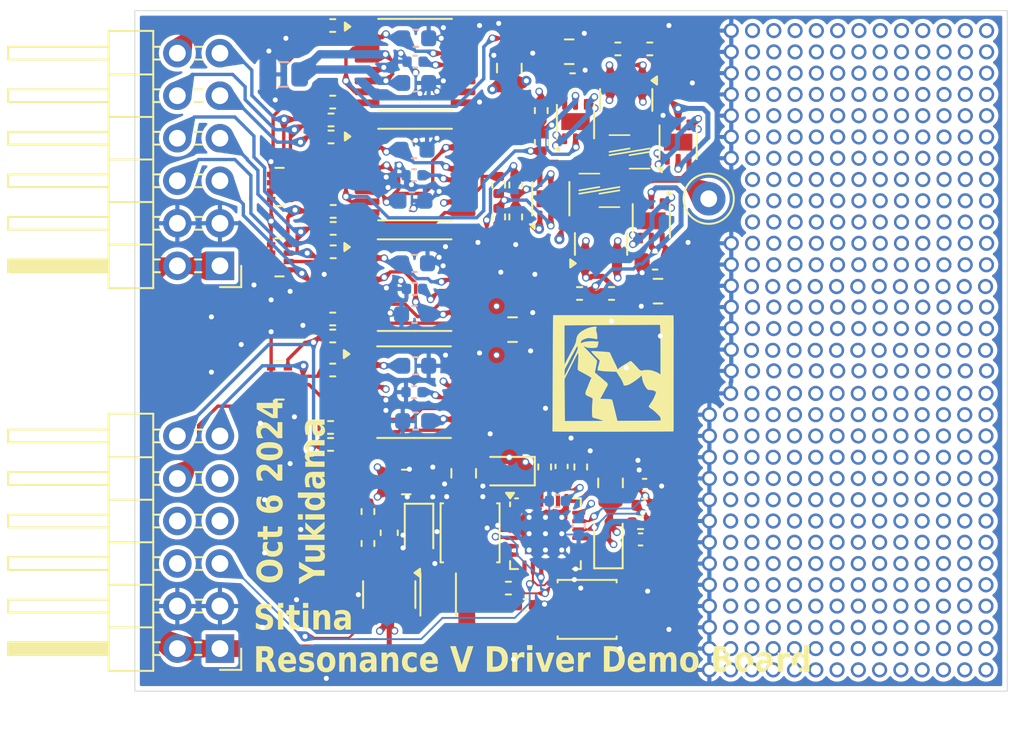
<source format=kicad_pcb>
(kicad_pcb (version 20240108) (generator "pcbnew") (generator_version "8.0")
  (layers (0 "F.Cu" signal) (1 "In1.Cu" power) (2 "In2.Cu" mixed) (31 "B.Cu" signal) (34 "B.Paste" user) (35 "F.Paste" user) (36 "B.SilkS" user "B.Silkscreen") (37 "F.SilkS" user "F.Silkscreen") (38 "B.Mask" user) (39 "F.Mask" user) (44 "Edge.Cuts" user))
  (net 0 "")
  (net 1 "GND")
  (net 2 "+3V3")
  (net 3 "-9V")
  (net 4 "+8V")
  (net 5 "+16V")
  (net 6 "V2_CCD")
  (net 7 "DRV_V2_SELL_HI")
  (net 8 "DRV_V2_SELL_LO")
  (net 9 "DRV_V2_PDN_HI")
  (net 10 "DRV_V2_PDN_LO")
  (net 11 "DRV_V2_PLO_HI")
  (net 12 "DRV_V2_PLO_LO")
  (net 13 "DRV_V2_SELH_HI")
  (net 14 "DRV_V2_SELH_MID")
  (net 15 "DRV_V2_PHI_HI")
  (net 16 "DRV_V2_SELH_PHI_LO")
  (net 17 "DRV_V2_PHI_MID")
  (net 18 "/ccd_driver_v_adiabatic1/V2_VMIDL")
  (net 19 "/ccd_driver_v_adiabatic1/V2_VMIDH")
  (net 20 "Net-(D4-COM)")
  (net 21 "Net-(D6-COM)")
  (net 22 "Net-(U19A-G)")
  (net 23 "Net-(U22A-G)")
  (net 24 "Net-(U13A-G)")
  (net 25 "Net-(U19B-G)")
  (net 26 "Net-(U18A-G)")
  (net 27 "/ccd_driver_v_adiabatic1/V2_SELL_drive")
  (net 28 "/ccd_driver_v_adiabatic1/V2_PLO_drive")
  (net 29 "/ccd_driver_v_adiabatic1/V2_PDN_drive")
  (net 30 "/ccd_driver_v_adiabatic1/V2_PHI_drive")
  (net 31 "/ccd_driver_v_adiabatic1/V2_SELH_DRIVE")
  (net 32 "Net-(R37-Pad2)")
  (net 33 "Net-(R38-Pad1)")
  (net 34 "Net-(R39-Pad1)")
  (net 35 "Net-(R40-Pad2)")
  (net 36 "Net-(R41-Pad1)")
  (net 37 "Net-(R42-Pad1)")
  (net 38 "Net-(R49-Pad2)")
  (net 39 "Net-(R50-Pad1)")
  (net 40 "Net-(R51-Pad2)")
  (net 41 "Net-(R52-Pad1)")
  (net 42 "Net-(R53-Pad2)")
  (net 43 "Net-(R54-Pad1)")
  (net 44 "Net-(U13A-S)")
  (net 53 "Net-(U18A-S)")
  (net 54 "Net-(U22A-S)")
  (net 55 "Net-(U1-PSN)")
  (net 56 "Net-(U1-VREF)")
  (net 57 "Net-(U1-CN)")
  (net 58 "Net-(U1-CP)")
  (net 59 "Net-(U1-FBP)")
  (net 60 "Net-(U1-FBN)")
  (net 61 "Net-(D1-A)")
  (net 62 "Net-(D2-K)")
  (net 63 "Net-(D3-A)")
  (net 65 "/CCD_PWREN")
  (net 66 "Net-(U2-FB)")
  (footprint "Capacitor_SMD:C_0603_1608Metric" (layer "F.Cu") (at 21.045995 -10.985995)
    (property "Reference" "C33" (hide yes))
    (property "Value" "1uF")
  )
  (footprint "" (layer "F.Cu") (at 35.595995 -5.155995)
    (property "Reference" "" (hide yes))
    (property "Value" "")
  )
  (footprint "" (layer "F.Cu") (at 45.72 7.62)
    (property "Reference" "")
    (property "Value" "")
  )
  (footprint "" (layer "F.Cu") (at 41.945995 -8.965995)
    (property "Reference" "" (hide yes))
    (property "Value" "")
  )
  (footprint "" (layer "F.Cu") (at 31.75 17.78)
    (property "Reference" "" (hide yes))
    (property "Value" "")
  )
  (footprint "" (layer "F.Cu") (at 38.1 24.13)
    (property "Reference" "" (hide yes))
    (property "Value" "")
  )
  (footprint "Connector_PinHeader_2.54mm:PinHeader_2x06_P2.54mm_Horizontal" (layer "F.Cu") (at 0 0 180)
    (property "Reference" "J3" (hide yes))
    (property "Value" "PMOD")
  )
  (footprint "" (layer "F.Cu") (at 39.405995 -2.615995)
    (property "Reference" "" (hide yes))
    (property "Value" "")
  )
  (footprint "" (layer "F.Cu") (at 39.405995 -10.235995)
    (property "Reference" "" (hide yes))
    (property "Value" "")
  )
  (footprint "" (layer "F.Cu") (at 33.055995 -8.965995)
    (property "Reference" "" (hide yes))
    (property "Value" "")
  )
  (footprint "" (layer "F.Cu") (at 35.595995 -7.695995)
    (property "Reference" "" (hide yes))
    (property "Value" "")
  )
  (footprint "Resistor_SMD:R_0402_1005Metric" (layer "F.Cu") (at 16.637 -2.921 90)
    (property "Reference" "R1" (hide yes))
    (property "Value" "10K")
  )
  (footprint "Resistor_SMD:R_0402_1005Metric" (layer "F.Cu") (at 17.216 19.248 180)
    (property "Reference" "R6" (hide yes))
    (property "Value" "100")
  )
  (footprint "" (layer "F.Cu") (at 41.91 20.32)
    (property "Reference" "" (hide yes))
    (property "Value" "")
  )
  (footprint "" (layer "F.Cu") (at 33.055995 -2.615995)
    (property "Reference" "" (hide yes))
    (property "Value" "")
  )
  (footprint "" (layer "F.Cu") (at 34.325995 -14.045995)
    (property "Reference" "" (hide yes))
    (property "Value" "")
  )
  (footprint "" (layer "F.Cu") (at 31.778683 -0.063081)
    (property "Reference" "" (hide yes))
    (property "Value" "")
  )
  (footprint "" (layer "F.Cu") (at 41.945995 -6.425995)
    (property "Reference" "" (hide yes))
    (property "Value" "")
  )
  (footprint "" (layer "F.Cu") (at 35.588683 -0.063081)
    (property "Reference" "" (hide yes))
    (property "Value" "")
  )
  (footprint "" (layer "F.Cu") (at 36.858683 -0.063081)
    (property "Reference" "" (hide yes))
    (property "Value" "")
  )
  (footprint "Resistor_SMD:R_0402_1005Metric" (layer "F.Cu") (at 6.731 -14.351)
    (property "Reference" "R53" (hide yes))
    (property "Value" "10")
  )
  (footprint "" (layer "F.Cu") (at 41.91 13.97)
    (property "Reference" "" (hide yes))
    (property "Value" "")
  )
  (footprint "" (layer "F.Cu") (at 30.48 10.16 90)
    (property "Reference" "" (hide yes))
    (property "Value" "")
  )
  (footprint "" (layer "F.Cu") (at 38.135995 -8.965995)
    (property "Reference" "" (hide yes))
    (property "Value" "")
  )
  (footprint "" (layer "F.Cu") (at 33.02 19.05)
    (property "Reference" "" (hide yes))
    (property "Value" "")
  )
  (footprint "" (layer "F.Cu") (at 40.675995 -8.965995)
    (property "Reference" "" (hide yes))
    (property "Value" "")
  )
  (footprint "" (layer "F.Cu") (at 31.785995 -7.695995)
    (property "Reference" "" (hide yes))
    (property "Value" "")
  )
  (footprint "" (layer "F.Cu") (at 34.29 7.62)
    (property "Reference" "" (hide yes))
    (property "Value" "")
  )
  (footprint "" (layer "F.Cu") (at 41.91 21.59)
    (property "Reference" "" (hide yes))
    (property "Value" "")
  )
  (footprint "" (layer "F.Cu") (at 43.18 8.89)
    (property "Reference" "")
    (property "Value" "")
  )
  (footprint "" (layer "F.Cu") (at 34.29 16.51)
    (property "Reference" "" (hide yes))
    (property "Value" "")
  )
  (footprint "" (layer "F.Cu") (at 40.675995 -1.345995)
    (property "Reference" "" (hide yes))
    (property "Value" "")
  )
  (footprint "" (layer "F.Cu") (at 43.18 22.86)
    (property "Reference" "")
    (property "Value" "")
  )
  (footprint "" (layer "F.Cu") (at 44.485995 -6.425995)
    (property "Reference" "")
    (property "Value" "")
  )
  (footprint "" (layer "F.Cu") (at 40.64 15.24)
    (property "Reference" "" (hide yes))
    (property "Value" "")
  )
  (footprint "" (layer "F.Cu") (at 40.64 7.62)
    (property "Reference" "" (hide yes))
    (property "Value" "")
  )
  (footprint "" (layer "F.Cu") (at 43.18 12.7)
    (property "Reference" "")
    (property "Value" "")
  )
  (footprint "" (layer "F.Cu") (at 41.91 22.86)
    (property "Reference" "" (hide yes))
    (property "Value" "")
  )
  (footprint "" (layer "F.Cu") (at 40.64 21.59)
    (property "Reference" "" (hide yes))
    (property "Value" "")
  )
  (footprint "" (layer "F.Cu") (at 43.215995 -5.155995)
    (property "Reference" "")
    (property "Value" "")
  )
  (footprint "Capacitor_SMD:C_0402_1005Metric" (layer "F.Cu") (at 25.1055 16.3405 180)
    (property "Reference" "C6" (hide yes))
    (property "Value" "DNP")
  )
  (footprint "Resistor_SMD:R_0402_1005Metric" (layer "F.Cu") (at 6.7595 -0.837)
    (property "Reference" "R40" (hide yes))
    (property "Value" "10")
  )
  (footprint "" (layer "F.Cu") (at 36.83 7.62)
    (property "Reference" "" (hide yes))
    (property "Value" "")
  )
  (footprint "" (layer "F.Cu") (at 33.02 24.13)
    (property "Reference" "" (hide yes))
    (property "Value" "")
  )
  (footprint "" (layer "F.Cu") (at 41.91 12.7)
    (property "Reference" "" (hide yes))
    (property "Value" "")
  )
  (footprint "" (layer "F.Cu") (at 38.1 8.89)
    (property "Reference" "" (hide yes))
    (property "Value" "")
  )
  (footprint "" (layer "F.Cu") (at 34.325995 -6.425995)
    (property "Reference" "" (hide yes))
    (property "Value" "")
  )
  (footprint "" (layer "F.Cu") (at 30.48 17.78 90)
    (property "Reference" "" (hide yes))
    (property "Value" "")
  )
  (footprint "" (layer "F.Cu") (at 39.37 21.59)
    (property "Reference" "" (hide yes))
    (property "Value" "")
  )
  (footprint "" (layer "F.Cu") (at 44.485995 -7.695995)
    (property "Reference" "")
    (property "Value" "")
  )
  (footprint "" (layer "F.Cu") (at 36.865995 -2.615995)
    (property "Reference" "" (hide yes))
    (property "Value" "")
  )
  (footprint "" (layer "F.Cu") (at 44.45 24.13)
    (property "Reference" "")
    (property "Value" "")
  )
  (footprint "" (layer "F.Cu") (at 31.75 13.97)
    (property "Reference" "" (hide yes))
    (property "Value" "")
  )
  (footprint "" (layer "F.Cu") (at 30.48 8.89 90)
    (property "Reference" "" (hide yes))
    (property "Value" "")
  )
  (footprint "" (layer "F.Cu") (at 34.325995 -3.885995)
    (property "Reference" "" (hide yes))
    (property "Value" "")
  )
  (footprint "" (layer "F.Cu") (at 45.72 21.59)
    (property "Reference" "")
    (property "Value" "")
  )
  (footprint "" (layer "F.Cu") (at 39.405995 -1.345995)
    (property "Reference" "" (hide yes))
    (property "Value" "")
  )
  (footprint "" (layer "F.Cu") (at 33.055995 -1.345995)
    (property "Reference" "" (hide yes))
    (property "Value" "")
  )
  (footprint "" (layer "F.Cu") (at 38.1 19.05)
    (property "Reference" "" (hide yes))
    (property "Value" "")
  )
  (footprint "" (layer "F.Cu") (at 29.21 12.7 90)
    (property "Reference" "" (hide yes))
    (property "Value" "")
  )
  (footprint "Capacitor_SMD:C_0805_2012Metric" (layer "F.Cu") (at 20.845995 -12.785995)
    (property "Reference" "C29" (hide yes))
    (property "Value" "47uF")
  )
  (footprint "Resistor_SMD:R_0402_1005Metric" (layer "F.Cu") (at 6.6325 -7.695)
    (property "Reference" "R49" (hide yes))
    (property "Value" "10")
  )
  (footprint "" (layer "F.Cu") (at 34.29 8.89)
    (property "Reference" "" (hide yes))
    (property "Value" "")
  )
  (footprint "" (layer "F.Cu") (at 35.56 21.59)
    (property "Reference" "" (hide yes))
    (property "Value" "")
  )
  (footprint "" (layer "F.Cu") (at 38.135995 -5.155995)
    (property "Reference" "" (hide yes))
    (property "Value" "")
  )
  (footprint "" (layer "F.Cu") (at 29.21 24.13 180)
    (property "Reference" "" (hide yes))
    (property "Value" "")
  )
  (footprint "footprints:Coilcraft_0807SQ-11N" (layer "F.Cu") (at 22.645995 -4.505995 -90)
    (property "Reference" "L6" (hide yes))
    (property "Value" "0807SQ-11N")
  )
  (footprint "" (layer "F.Cu") (at 36.865995 -7.695995)
    (property "Reference" "" (hide yes))
    (property "Value" "")
  )
  (footprint "Resistor_SMD:R_0402_1005Metric" (layer "F.Cu") (at 17.653 -4.826 -90)
    (property "Reference" "R35" (hide yes))
    (property "Value" "0")
  )
  (footprint "" (layer "F.Cu") (at 44.485995 -3.885995)
    (property "Reference" "")
    (property "Value" "")
  )
  (footprint "" (layer "F.Cu") (at 43.215995 -8.965995)
    (property "Reference" "")
    (property "Value" "")
  )
  (footprint "" (layer "F.Cu") (at 34.262207 1.235857)
    (property "Reference" "" (hide yes))
    (property "Value" "")
  )
  (footprint "" (layer "F.Cu") (at 36.865995 -14.045995)
    (property "Reference" "" (hide yes))
    (property "Value" "")
  )
  (footprint "" (layer "F.Cu") (at 33.055995 -6.425995)
    (property "Reference" "" (hide yes))
    (property "Value" "")
  )
  (footprint "Resistor_SMD:R_0402_1005Metric" (layer "F.Cu") (at 19.177 -7.366 -90)
    (property "Reference" "R29" (hide yes))
    (property "Value" "0")
  )
  (footprint "" (layer "F.Cu") (at 34.318683 3.746919)
    (property "Reference" "" (hide yes))
    (property "Value" "")
  )
  (footprint "" (layer "F.Cu") (at 33.055995 6.274005)
    (property "Reference" "" (hide yes))
    (property "Value" "")
  )
  (footprint "" (layer "F.Cu") (at 29.21 21.59 90)
    (property "Reference" "" (hide yes))
    (property "Value" "")
  )
  (footprint "" (layer "F.Cu") (at 30.515995 -6.425995 90)
    (property "Reference" "" (hide yes))
    (property "Value" "")
  )
  (footprint "" (layer "F.Cu") (at 40.675995 6.274005)
    (property "Reference" "" (hide yes))
    (property "Value" "")
  )
  (footprint "" (layer "F.Cu") (at 31.785995 -10.235995)
    (property "Reference" "" (hide yes))
    (property "Value" "")
  )
  (footprint "" (layer "F.Cu") (at 30.48 16.51 90)
    (property "Reference" "" (hide yes))
    (property "Value" "")
  )
  (footprint "Capacitor_SMD:C_0603_1608Metric" (layer "F.Cu") (at 25.970995 -0.285995 180)
    (property "Reference" "C51" (hide yes))
    (property "Value" "1uF")
  )
  (footprint "" (layer "F.Cu") (at 30.515995 -14.045995 90)
    (property "Reference" "" (hide yes))
    (property "Value" "")
  )
  (footprint "" (layer "F.Cu") (at 31.785995 -8.965995)
    (property "Reference" "" (hide yes))
    (property "Value" "")
  )
  (footprint "Capacitor_SMD:C_0402_1005Metric" (layer "F.Cu") (at 18.232 20.264)
    (property "Reference" "C1" (hide yes))
    (property "Value" "470nF")
  )
  (footprint "Resistor_SMD:R_0402_1005Metric" (layer "F.Cu") (at 6.604 10.668 180)
    (property "Reference" "R39" (hide yes))
    (property "Value" "10")
  )
  (footprint "Package_DFN_QFN:DFN-6-1EP_2x2mm_P0.65mm_EP1.01x1.7mm" (layer "F.Cu") (at 19.745995 -4.005995 90)
    (property "Reference" "U19" (hide yes))
    (property "Value" "IRLHS6376PBF")
  )
  (footprint "" (layer "F.Cu") (at 44.45 22.86)
    (property "Reference" "")
    (property "Value" "")
  )
  (footprint "" (layer "F.Cu") (at 36.83 10.16)
    (property "Reference" "" (hide yes))
    (property "Value" "")
  )
  (footprint "" (layer "F.Cu") (at 41.945995 -11.505995)
    (property "Reference" "" (hide yes))
    (property "Value" "")
  )
  (footprint "" (layer "F.Cu") (at 36.865995 -1.345995)
    (property "Reference" "" (hide yes))
    (property "Value" "")
  )
  (footprint "" (layer "F.Cu") (at 29.21 13.97 90)
    (property "Reference" "" (hide yes))
    (property "Value" "")
  )
  (footprint "" (layer "F.Cu") (at 44.45 13.97)
    (property "Reference" "")
    (property "Value" "")
  )
  (footprint "" (layer "F.Cu") (at 38.1 17.78)
    (property "Reference" "" (hide yes))
    (property "Value" "")
  )
  (footprint "" (layer "F.Cu") (at 43.18 10.16)
    (property "Reference" "")
    (property "Value" "")
  )
  (footprint "" (layer "F.Cu") (at 30.48 13.97 90)
    (property "Reference" "" (hide yes))
    (property "Value" "")
  )
  (footprint "Resistor_SMD:R_0402_1005Metric" (layer "F.Cu") (at 6.7595 -3.25 180)
    (property "Reference" "R50" (hide yes))
    (property "Value" "10")
  )
  (footprint "" (layer "F.Cu") (at 44.45 11.43)
    (property "Reference" "")
    (property "Value" "")
  )
  (footprint "Package_TO_SOT_SMD:SOT-23-6" (layer "F.Cu") (at 10.104 19.6345 -90)
    (property "Reference" "U2" (hide yes))
    (property "Value" "SY7208")
  )
  (footprint "" (layer "F.Cu") (at 33.02 17.78)
    (property "Reference" "" (hide yes))
    (property "Value" "")
  )
  (footprint "" (layer "F.Cu") (at 36.865995 6.274005)
    (property "Reference" "" (hide yes))
    (property "Value" "")
  )
  (footprint "" (layer "F.Cu") (at 31.75 16.51)
    (property "Reference" "" (hide yes))
    (property "Value" "")
  )
  (footprint "Diode_SMD:D_SOD-323" (layer "F.Cu") (at 17.182 12.263 180)
    (property "Reference" "D1" (hide yes))
    (property "Value" "B0540WS")
  )
  (footprint "" (layer "F.Cu") (at 39.405995 -14.045995)
    (property "Reference" "" (hide yes))
    (property "Value" "")
  )
  (footprint "footprints:VQFN-24-1EP_4x4mm_P0.5mm_EP2.45x2.45mm_0.3ThermalVias" (layer "F.Cu") (at 19.427 15.998)
    (property "Reference" "U1" (hide yes))
    (property "Value" "TPS65131RGE")
  )
  (footprint "" (layer "F.Cu") (at 36.83 16.51)
    (property "Reference" "" (hide yes))
    (property "Value" "")
  )
  (footprint "" (layer "F.Cu") (at 45.692207 5.045857)
    (property "Reference" "")
    (property "Value" "")
  )
  (footprint "" (layer "F.Cu") (at 30.515995 -7.695995 90)
    (property "Reference" "" (hide yes))
    (property "Value" "")
  )
  (footprint "" (layer "F.Cu") (at 30.48 12.7 90)
    (property "Reference" "" (hide yes))
    (property "Value" "")
  )
  (footprint "" (layer "F.Cu") (at 40.612207 1.235857)
    (property "Reference" "" (hide yes))
    (property "Value" "")
  )
  (footprint "Package_SO:TSSOP-16_4.4x5mm_P0.65mm" (layer "F.Cu") (at 11.5855 7.545)
    (property "Reference" "U16" (hide yes))
    (property "Value" "DG412DQ")
  )
  (footprint "" (layer "F.Cu") (at 45.72 11.43)
    (property "Reference" "")
    (property "Value" "")
  )
  (footprint "" (layer "F.Cu") (at 39.37 12.7)
    (property "Reference" "" (hide yes))
    (property "Value" "")
  )
  (footprint "" (layer "F.Cu") (at 34.325995 -2.615995)
    (property "Reference" "" (hide yes))
    (property "Value" "")
  )
  (footprint "" (layer "F.Cu") (at 34.325995 -1.345995)
    (property "Reference" "" (hide yes))
    (property "Value" "")
  )
  (footprint "Package_SO:TSSOP-16_4.4x5mm_P0.65mm" (layer "F.Cu") (at 11.646 -12.013)
    (property "Reference" "U15" (hide yes))
    (property "Value" "DG412DQ")
  )
  (footprint "" (layer "F.Cu") (at 41.91 7.62)
    (property "Reference" "" (hide yes))
    (property "Value" "")
  )
  (footprint "" (layer "F.Cu") (at 30.515995 5.004005 90)
    (property "Reference" "" (hide yes))
    (property "Value" "")
  )
  (footprint "" (layer "F.Cu") (at 38.135995 -10.235995)
    (property "Reference" "" (hide yes))
    (property "Value" "")
  )
  (footprint "" (layer "F.Cu") (at 40.64 10.16)
    (property "Reference" "" (hide yes))
    (property "Value" "")
  )
  (footprint "Capacitor_SMD:C_0805_2012Metric" (layer "F.Cu") (at 17.465 3.81 180)
    (property "Reference" "C41" (hide yes))
    (property "Value" "47uF")
  )
  (footprint "" (layer "F.Cu") (at 31.785995 -3.885995)
    (property "Reference" "" (hide yes))
    (property "Value" "")
  )
  (footprint "" (layer "F.Cu") (at 40.64 24.13)
    (property "Reference" "" (hide yes))
    (property "Value" "")
  )
  (footprint "" (layer "F.Cu") (at 39.37 13.97)
    (property "Reference" "" (hide yes))
    (property "Value" "")
  )
  (footprint "" (layer "F.Cu") (at 43.18 20.32)
    (property "Reference" "")
    (property "Value" "")
  )
  (footprint "" (layer "F.Cu") (at 40.675995 -14.045995)
    (property "Reference" "" (hide yes))
    (property "Value" "")
  )
  (footprint "" (layer "F.Cu") (at 36.865995 2.464005)
    (property "Reference" "" (hide yes))
    (property "Value" "")
  )
  (footprint "" (layer "F.Cu") (at 34.29 15.24)
    (property "Reference" "" (hide yes))
    (property "Value" "")
  )
  (footprint "" (layer "F.Cu") (at 33.02 15.24)
    (property "Reference" "" (hide yes))
    (property "Value" "")
  )
  (footprint "" (layer "F.Cu") (at 45.755995 -8.965995)
    (property "Reference" "")
    (property "Value" "")
  )
  (footprint "" (layer "F.Cu") (at 41.945995 -3.885995)
    (property "Reference" "" (hide yes))
    (property "Value" "")
  )
  (footprint "" (layer "F.Cu") (at 34.325995 -5.155995)
    (property "Reference" "" (hide yes))
    (property "Value" "")
  )
  (footprint "" (layer "F.Cu") (at 43.18 19.05)
    (property "Reference" "")
    (property "Value" "")
  )
  (footprint "" (layer "F.Cu") (at 43.215995 -7.695995)
    (property "Reference" "")
    (property "Value" "")
  )
  (footprint "" (layer "F.Cu") (at 31.75 24.13)
    (property "Reference" "" (hide yes))
    (property "Value" "")
  )
  (footprint "Resistor_SMD:R_0402_1005Metric" (layer "F.Cu") (at 8.834 16.581 -90)
    (property "Reference" "R14" (hide yes))
    (property "Value" "10K")
  )
  (footprint "" (layer "F.Cu") (at 31.785995 6.274005)
    (property "Reference" "" (hide yes))
    (property "Value" "")
  )
  (footprint "" (layer "F.Cu") (at 41.91 16.51)
    (property "Reference" "" (hide yes))
    (property "Value" "")
  )
  (footprint "" (layer "F.Cu") (at 30.515995 -1.345995 90)
    (property "Reference" "" (hide yes))
    (property "Value" "")
  )
  (footprint "" (layer "F.Cu") (at 33.02 20.32)
    (property "Reference" "" (hide yes))
    (property "Value" "")
  )
  (footprint "Capacitor_SMD:C_0805_2012Metric" (layer "F.Cu") (at 26.145995 1.514005 180)
    (property "Reference" "C52" (hide yes))
    (property "Value" "47uF")
  )
  (footprint "Capacitor_SMD:C_0402_1005Metric" (layer "F.Cu") (at 20.391 11.983 90)
    (property "Reference" "C5" (hide yes))
    (property "Value" "18pF")
  )
  (footprint "" (layer "F.Cu") (at 34.325995 2.464005)
    (property "Reference" "" (hide yes))
    (property "Value" "")
  )
  (footprint "" (layer "F.Cu") (at 38.135995 -3.885995)
    (property "Reference" "" (hide yes))
    (property "Value" "")
  )
  (footprint "" (layer "F.Cu") (at 33.048683 3.746919)
    (property "Reference" "" (hide yes))
    (property "Value" "")
  )
  (footprint "" (layer "F.Cu") (at 40.64 13.97)
    (property "Reference" "" (hide yes))
    (property "Value" "")
  )
  (footprint "" (layer "F.Cu") (at 41.945995 -7.695995)
    (property "Reference" "" (hide yes))
    (property "Value" "")
  )
  (footprint "" (layer "F.Cu") (at 39.37 17.78)
    (property "Reference" "" (hide yes))
    (property "Value" "")
  )
  (footprint "" (layer "F.Cu") (at 43.152207 5.045857)
    (property "Reference" "")
    (property "Value" "")
  )
  (footprint "Inductor_SMD:L_Murata_DFE201610P" (layer "F.Cu") (at 13.025 19.629 90)
    (property "Reference" "L3" (hide yes))
    (property "Value" "FTC201610S4R7MBCA")
  )
  (footprint "" (layer "F.Cu") (at 33.055995 -7.695995)
    (property "Reference" "" (hide yes))
    (property "Value" "")
  )
  (footprint "" (layer "F.Cu") (at 39.405995 -7.695995)
    (property "Reference" "" (hide yes))
    (property "Value" "")
  )
  (footprint "" (layer "F.Cu") (at 38.135995 6.274005)
    (property "Reference" "" (hide yes))
    (property "Value" "")
  )
  (footprint "" (layer "F.Cu") (at 31.785995 -6.425995)
    (property "Reference" "" (hide yes))
    (property "Value" "")
  )
  (footprint "" (layer "F.Cu") (at 31.785995 -11.505995)
    (property "Reference" "" (hide yes))
    (property "Value" "")
  )
  (footprint "" (layer "F.Cu") (at 41.945995 -14.045995)
    (property "Reference" "" (hide yes))
    (property "Value" "")
  )
  (footprint "" (layer "F.Cu") (at 34.29 19.05)
    (property "Reference" "" (hide yes))
    (property "Value" "")
  )
  (footprint "" (layer "F.Cu") (at 45.72 17.78)
    (property "Reference" "")
    (property "Value" "")
  )
  (footprint "" (layer "F.Cu") (at 43.18 17.78)
    (property "Reference" "")
    (property "Value" "")
  )
  (footprint "" (layer "F.Cu") (at 30.48 7.62 90)
    (property "Reference" "" (hide yes))
    (property "Value" "")
  )
  (footprint "Resistor_SMD:R_Array_Concave_4x0402" (layer "F.Cu") (at 3.556 6.846)
    (property "Reference" "RN2" (hide yes))
    (property "Value" "10K")
  )
  (footprint "Resistor_SMD:R_0402_1005Metric" (layer "F.Cu") (at 19.177 -9.271 -90)
    (property "Reference" "R3" (hide yes))
    (property "Value" "10K")
  )
  (footprint "Inductor_SMD:L_Changjiang_FNR3015S" (layer "F.Cu") (at 14.93 15.946 -90)
    (property "Reference" "L1" (hide yes))
    (property "Value" "YHNR3015-4R7M")
  )
  (footprint "" (layer "F.Cu") (at 38.072207 5.045857)
    (property "Reference" "" (hide yes))
    (property "Value" "")
  )
  (footprint "" (layer "F.Cu") (at 38.1 11.43)
    (property "Reference" "" (hide yes))
    (property "Value" "")
  )
  (footprint "" (layer "F.Cu") (at 34.29 10.16)
    (property "Reference" "" (hide yes))
    (property "Value" "")
  )
  (footprint "" (layer "F.Cu") (at 36.83 19.05)
    (property "Reference" "" (hide yes))
    (property "Value" "")
  )
  (footprint "" (layer "F.Cu") (at 33.055995 -12.775995)
    (property "Reference" "" (hide yes))
    (property "Value" "")
  )
  (footprint "" (layer "F.Cu") (at 45.755995 -10.235995)
    (property "Reference" "")
    (property "Value" "")
  )
  (footprint "" (layer "F.Cu") (at 39.405995 6.274005)
    (property "Reference" "" (hide yes))
    (property "Value" "")
  )
  (footprint "" (layer "F.Cu") (at 40.64 12.7)
    (property "Reference" "" (hide yes))
    (property "Value" "")
  )
  (footprint "" (layer "F.Cu") (at 41.91 17.78)
    (property "Reference" "" (hide yes))
    (property "Value" "")
  )
  (footprint "" (layer "F.Cu") (at 40.668683 -0.063081)
    (property "Reference" "" (hide yes))
    (property "Value" "")
  )
  (footprint "" (layer "F.Cu") (at 36.865995 -10.235995)
    (property "Reference" "" (hide yes))
    (property "Value" "")
  )
  (footprint "" (layer "F.Cu") (at 41.91 10.16)
    (property "Reference" "" (hide yes))
    (property "Value" "")
  )
  (footprint "" (layer "F.Cu") (at 39.405995 -8.965995)
    (property "Reference" "" (hide yes))
    (property "Value" "")
  )
  (footprint "" (layer "F.Cu") (at 40.675995 -10.235995)
    (property "Reference" "" (hide yes))
    (property "Value" "")
  )
  (footprint "" (layer "F.Cu") (at 29.21 22.86 90)
    (property "Reference" "" (hide yes))
    (property "Value" "")
  )
  (footprint "" (layer "F.Cu") (at 44.45 7.62)
    (property "Reference" "")
    (property "Value" "")
  )
  (footprint "" (layer "F.Cu") (at 30.515995 6.274005 90)
    (property "Reference" "" (hide yes))
    (property "Value" "")
  )
  (footprint "" (layer "F.Cu") (at 39.37 7.62)
    (property "Reference" "" (hide yes))
    (property "Value" "")
  )
  (footprint "" (layer "F.Cu") (at 30.48 15.24 90)
    (property "Reference" "" (hide yes))
    (property "Value" "")
  )
  (footprint "" (layer "F.Cu") (at 33.02 22.86)
    (property "Reference" "" (hide yes))
    (property "Value" "")
  )
  (footprint "" (layer "F.Cu") (at 30.515995 3.734005 90)
    (property "Reference" "" (hide yes))
    (property "Value" "")
  )
  (footprint "" (layer "F.Cu") (at 29.21 20.32 90)
    (property "Reference" "" (hide yes))
    (property "Value" "")
  )
  (footprint "Resistor_SMD:R_0402_1005Metric" (layer "F.Cu") (at 6.733 4.191 180)
    (property "Reference" "R42" (hide yes))
    (property "Value" "10")
  )
  (footprint "" (layer "F.Cu") (at 31.75 15.24)
    (property "Reference" "" (hide yes))
    (property "Value" "")
  )
  (footprint "" (layer "F.Cu") (at 44.45 10.16)
    (property "Reference" "")
    (property "Value" "")
  )
  (footprint "" (layer "F.Cu") (at 41.945995 -10.235995)
    (property "Reference" "" (hide yes))
    (property "Value" "")
  )
  (footprint "" (layer "F.Cu") (at 33.02 21.59)
    (property "Reference" "" (hide yes))
    (property "Value" "")
  )
  (footprint "" (layer "F.Cu") (at 36.802207 5.045857)
    (property "Reference" "" (hide yes))
    (property "Value" "")
  )
  (footprint "" (layer "F.Cu") (at 31.75 8.89)
    (property "Reference" "" (hide yes))
    (property "Value" "")
  )
  (footprint "" (layer "F.Cu") (at 31.75 7.62)
    (property "Reference" "" (hide yes))
    (property "Value" "")
  )
  (footprint "" (layer "F.Cu") (at 41.945995 -1.345995)
    (property "Reference" "" (hide yes))
    (property "Value" "")
  )
  (footprint "" (layer "F.Cu") (at 43.208683 3.746919)
    (property "Reference" "")
    (property "Value" "")
  )
  (footprint "Resistor_SMD:R_0402_1005Metric" (layer "F.Cu") (at 6.731 -9.779 180)
    (property "Reference" "R54" (hide yes))
    (property "Value" "10")
  )
  (footprint "" (layer "F.Cu") (at 34.325995 -12.775995)
    (property "Reference" "" (hide yes))
    (property "Value" "")
  )
  (footprint "" (layer "F.Cu") (at 43.215995 -14.045995)
    (property "Reference" "")
    (property "Value" "")
  )
  (footprint "" (layer "F.Cu") (at 30.515995 -8.965995 90)
    (property "Reference" "" (hide yes))
    (property "Value" "")
  )
  (footprint "" (layer "F.Cu") (at 44.45 21.59)
    (property "Reference" "")
    (property "Value" "")
  )
  (footprint "" (layer "F.Cu") (at 35.595995 -11.505995)
    (property "Reference" "" (hide yes))
    (property "Value" "")
  )
  (footprint "" (layer "F.Cu") (at 38.1 20.32)
    (property "Reference" "" (hide yes))
    (property "Value" "")
  )
  (footprint "" (layer "F.Cu") (at 45.755995 -12.775995)
    (property "Reference" "")
    (property "Value" "")
  )
  (footprint "Resistor_SMD:R_0402_1005Metric" (layer "F.Cu") (at 19.38 12.011 90)
    (property "Reference" "R9" (hide yes))
    (property "Value" "270K")
  )
  (footprint "Diode_SMD:D_SOD-323" (layer "F.Cu") (at 11.882 15.819 -90)
    (property "Reference" "D3" (hide yes))
    (property "Value" "B0540WS")
  )
  (footprint "" (layer "F.Cu") (at 45.748683 -0.063081)
    (property "Reference" "")
    (property "Value" "")
  )
  (footprint "" (layer "F.Cu") (at 39.37 20.32)
    (property "Reference" "" (hide yes))
    (property "Value" "")
  )
  (footprint "" (layer "F.Cu") (at 44.485995 -2.615995)
    (property "Reference" "")
    (property "Value" "")
  )
  (footprint "" (layer "F.Cu") (at 35.56 15.24)
    (property "Reference" "" (hide yes))
    (property "Value" "")
  )
  (footprint "" (layer "F.Cu") (at 40.668683 3.746919)
    (property "Reference" "" (hide yes))
    (property "Value" "")
  )
  (footprint "" (layer "F.Cu") (at 39.37 15.24)
    (property "Reference" "" (hide yes))
    (property "Value" "")
  )
  (footprint "" (layer "F.Cu") (at 39.342207 1.235857)
    (property "Reference" "" (hide yes))
    (property "Value" "")
  )
  (footprint "" (layer "F.Cu") (at 34.318683 -0.063081)
    (property "Reference" "" (hide yes))
    (property "Value" "")
  )
  (footprint "" (layer "F.Cu") (at 31.75 21.59)
    (property "Reference" "" (hide yes))
    (property "Value" "")
  )
  (footprint "" (layer "F.Cu") (at 35.595995 -14.045995)
    (property "Reference" "" (hide yes))
    (property "Value" "")
  )
  (footprint "Resistor_SMD:R_0402_1005Metric" (layer "F.Cu") (at 6.7595 -2.234)
    (property "Reference" "R51" (hide yes))
    (property "Value" "10")
  )
  (footprint "" (layer "F.Cu") (at 45.755995 -11.505995)
    (property "Reference" "")
    (property "Value" "")
  )
  (footprint "" (layer "F.Cu") (at 45.72 8.89)
    (property "Reference" "")
    (property "Value" "")
  )
  (footprint "" (layer "F.Cu") (at 35.595995 -8.965995)
    (property "Reference" "" (hide yes))
    (property "Value" "")
  )
  (footprint "" (layer "F.Cu") (at 31.722207 5.045857)
    (property "Reference" "" (hide yes))
    (property "Value" "")
  )
  (footprint "" (layer "F.Cu") (at 36.802207 1.235857)
    (property "Reference" "" (hide yes))
    (property "Value" "")
  )
  (footprint "" (layer "F.Cu") (at 33.055995 -5.155995)
    (property "Reference" "" (hide yes))
    (property "Value" "")
  )
  (footprint "" (layer "F.Cu") (at 40.675995 -6.425995)
    (property "Reference" "" (hide yes))
    (property "Value" "")
  )
  (footprint "Resistor_SMD:R_0402_1005Metric" (layer "F.Cu") (at 25.344 14.295 180)
    (property "Reference" "R7" (hide yes))
    (property "Value" "30K")
  )
  (footprint "Package_DFN_QFN:DFN-6-1EP_2x2mm_P0.65mm_EP1.01x1.7mm" (layer "F.Cu") (at 25.745995 -2.685995 -90)
    (property "Reference" "U22" (hide yes))
    (property "Value" "IRLHS6376PBF")
  )
  (footprint "" (layer "F.Cu") (at 41.882207 5.045857)
    (property "Reference" "" (hide yes))
    (property "Value" "")
  )
  (footprint "" (layer "F.Cu") (at 34.29 22.86)
    (property "Reference" "" (hide yes))
    (property "Value" "")
  )
  (footprint "" (layer "F.Cu") (at 38.135995 -11.505995)
    (property "Reference" "" (hide yes))
    (property "Value" "")
  )
  (footprint "" (layer "F.Cu") (at 43.208683 -0.063081)
    (property "Reference" "")
    (property "Value" "")
  )
  (footprint "TestPoint:TestPoint_Loop_D1.80mm_Drill1.0mm_Beaded" (layer "F.Cu") (at 29.170995 -4.005995 -90)
    (property "Reference" "TP1" (hide yes))
    (property "Value" "TestPoint")
  )
  (footprint "" (layer "F.Cu") (at 39.405995 -12.775995)
    (property "Reference" "" (hide yes))
    (property "Value" "")
  )
  (footprint "" (layer "F.Cu") (at 45.755995 6.274005)
    (property "Reference" "")
    (property "Value" "")
  )
  (footprint "" (layer "F.Cu") (at 29.21 15.24 90)
    (property "Reference" "" (hide yes))
    (property "Value" "")
  )
  (footprint "" (layer "F.Cu") (at 40.64 11.43)
    (property "Reference" "" (hide yes))
    (property "Value" "")
  )
  (footprint "" (layer "F.Cu") (at 39.342207 5.045857)
    (property "Reference" "" (hide yes))
    (property "Value" "")
  )
  (footprint "" (layer "F.Cu") (at 43.215995 -12.775995)
    (property "Reference" "")
    (property "Value" "")
  )
  (footprint "" (layer "F.Cu") (at 39.37 10.16)
    (property "Reference" "" (hide yes))
    (property "Value" "")
  )
  (footprint "" (layer "F.Cu") (at 43.215995 -1.345995)
    (property "Reference" "")
    (property "Value" "")
  )
  (footprint "" (layer "F.Cu") (at 35.56 19.05)
    (property "Reference" "" (hide yes))
    (property "Value" "")
  )
  (footprint "" (layer "F.Cu") (at 41.945995 -5.155995)
    (property "Reference" "" (hide yes))
    (property "Value" "")
  )
  (footprint "" (layer "F.Cu") (at 45.72 19.05)
    (property "Reference" "")
    (property "Value" "")
  )
  (footprint "" (layer "F.Cu") (at 44.45 15.24)
    (property "Reference" "")
    (property "Value" "")
  )
  (footprint "" (layer "F.Cu") (at 43.18 11.43)
    (property "Reference" "")
    (property "Value" "")
  )
  (footprint "" (layer "F.Cu") (at 45.755995 -7.695995)
    (property "Reference" "")
    (property "Value" "")
  )
  (footprint "" (layer "F.Cu") (at 40.64 22.86)
    (property "Reference" "" (hide yes))
    (property "Value" "")
  )
  (footprint "Package_SO:TSSOP-16_4.4x5mm_P0.65mm" (layer "F.Cu") (at 11.646 -5.45)
    (property "Reference" "U12" (hide yes))
    (property "Value" "DG412DQ")
  )
  (footprint "" (layer "F.Cu") (at 38.135995 2.464005)
    (property "Reference" "" (hide yes))
    (property "Value" "")
  )
  (footprint "" (layer "F.Cu") (at 36.83 22.86)
    (property "Reference" "" (hide yes))
    (property "Value" "")
  )
  (footprint "" (layer "F.Cu") (at 36.865995 -11.505995)
    (property "Reference" "" (hide yes))
    (property "Value" "")
  )
  (footprint "" (layer "F.Cu") (at 31.722207 1.235857)
    (property "Reference" "" (hide yes))
    (property "Value" "")
  )
  (footprint "" (layer "F.Cu") (at 45.755995 -5.155995)
    (property "Reference" "")
    (property "Value" "")
  )
  (footprint "" (layer "F.Cu") (at 35.595995 6.274005)
    (property "Reference" "" (hide yes))
    (property "Value" "")
  )
  (footprint "" (layer "F.Cu") (at 39.37 19.05)
    (property "Reference" "" (hide yes))
    (property "Value" "")
  )
  (footprint "" (layer "F.Cu") (at 29.21 8.89 90)
    (property "Reference" "" (hide yes))
    (property "Value" "")
  )
  (footprint "Resistor_SMD:R_0402_1005Metric" (layer "F.Cu") (at 6.604 9.652 180)
    (property "Reference" "R38" (hide yes))
    (property "Value" "10")
  )
  (footprint "" (layer "F.Cu") (at 36.865995 -8.965995)
    (property "Reference" "" (hide yes))
    (property "Value" "")
  )
  (footprint "Connector_PinHeader_2.54mm:PinHeader_2x06_P2.54mm_Horizontal" (layer "F.Cu") (at 0 22.86 180)
    (property "Reference" "J1" (hide yes))
    (property "Value" "PMOD")
  )
  (footprint "" (layer "F.Cu") (at 45.748683 3.746919)
    (property "Reference" "")
    (property "Value" "")
  )
  (footprint "" (layer "F.Cu") (at 44.485995 2.464005)
    (property "Reference" "")
    (property "Value" "")
  )
  (footprint "" (layer "F.Cu") (at 41.91 24.13)
    (property "Reference" "" (hide yes))
    (property "Value" "")
  )
  (footprint "" (layer "F.Cu") (at 44.422207 1.235857)
    (property "Reference" "")
    (property "Value" "")
  )
  (footprint "" (layer "F.Cu") (at 35.595995 -3.885995)
    (property "Reference" "" (hide yes))
    (property "Value" "")
  )
  (footprint "" (layer "F.Cu") (at 44.45 20.32)
    (property "Reference" "")
    (property "Value" "")
  )
  (footprint "" (layer "F.Cu") (at 35.56 20.32)
    (property "Reference" "" (hide yes))
    (property "Value" "")
  )
  (footprint "Capacitor_SMD:C_0805_2012Metric" (layer "F.Cu") (at 11.12 12.909 180)
    (property "Reference" "C36" (hide yes))
    (property "Value" "47uF")
  )
  (footprint "Resistor_SMD:R_0402_1005Metric" (layer "F.Cu") (at 23.37 1.651 180)
    (property "Reference" "R2" (hide yes))
    (property "Value" "10K")
  )
  (footprint "" (layer "F.Cu") (at 34.29 24.13)
    (property "Reference" "" (hide yes))
    (property "Value" "")
  )
  (footprint "" (layer "F.Cu") (at 36.83 8.89)
    (property "Reference" "" (hide yes))
    (property "Value" "")
  )
  (footprint "" (layer "F.Cu") (at 45.72 10.16)
    (property "Reference" "")
    (property "Value" "")
  )
  (footprint "" (layer "F.Cu") (at 45.72 24.13)
    (property "Reference" "")
    (property "Value" "")
  )
  (footprint "" (layer "F.Cu") (at 35.588683 3.746919)
    (property "Reference" "" (hide yes))
    (property "Value" "")
  )
  (footprint "Capacitor_SMD:C_0603_1608Metric" (layer "F.Cu") (at 10.104 15.946 90)
    (property "Reference" "C9" (hide yes))
    (property "Value" "10uF")
  )
  (footprint "" (layer "F.Cu") (at 45.755995 -3.885995)
    (property "Reference" "")
    (property "Value" "")
  )
  (footprint "" (layer "F.Cu") (at 31.75 19.05)
    (property "Reference" "" (hide yes))
    (property "Value" "")
  )
  (footprint "" (layer "F.Cu") (at 43.215995 -11.505995)
    (property "Reference" "")
    (property "Value" "")
  )
  (footprint "" (layer "F.Cu") (at 35.532207 1.235857)
    (property "Reference" "" (hide yes))
    (property "Value" "")
  )
  (footprint "" (layer "F.Cu") (at 30.515995 -12.775995 90)
    (property "Reference" "" (hide yes))
    (property "Value" "")
  )
  (footprint "Inductor_SMD:L_Changjiang_FNR3015S" (layer "F.Cu") (at 21.915 20.518)
    (property "Reference" "L2" (hide yes))
    (property "Value" "YHNR3015-4R7M")
  )
  (footprint "" (layer "F.Cu") (at 41.91 11.43)
    (property "Reference" "" (hide yes))
    (property "Value" "")
  )
  (footprint "" (layer "F.Cu") (at 30.48 22.86 90)
    (property "Reference" "" (hide yes))
    (property "Value" "")
  )
  (footprint "" (layer "F.Cu") (at 31.778683 3.746919)
    (property "Reference" "" (hide yes))
    (property "Value" "")
  )
  (footprint "" (layer "F.Cu") (at 44.485995 -12.775995)
    (property "Reference" "")
    (property "Value" "")
  )
  (footprint "" (layer "F.Cu") (at 33.02 16.51)
    (property "Reference" "" (hide yes))
    (property "Value" "")
  )
  (footprint "" (layer "F.Cu") (at 39.37 22.86)
    (property "Reference" "" (hide yes))
    (property "Value" "")
  )
  (footprint "" (layer "F.Cu") (at 30.515995 -11.505995 90)
    (property "Reference" "" (hide yes))
    (property "Value" "")
  )
  (footprint "" (layer "F.Cu") (at 31.785995 -14.045995)
    (property "Reference" "" (hide yes))
    (property "Value" "")
  )
  (footprint "" (layer "F.Cu") (at 35.56 17.78)
    (property "Reference" "" (hide yes))
    (property "Value" "")
  )
  (footprint "" (layer "F.Cu") (at 36.858683 3.746919)
    (property "Reference" "" (hide yes))
    (property "Value" "")
  )
  (footprint "" (layer "F.Cu") (at 31.75 10.16)
    (property "Reference" "" (hide yes))
    (property "Value" "")
  )
  (footprint "" (layer "F.Cu") (at 38.1 15.24)
    (property "Reference" "" (hide yes))
    (property "Value" "")
  )
  (footprint "" (layer "F.Cu") (at 43.215995 6.274005)
    (property "Reference" "")
    (property "Value" "")
  )
  (footprint "" (layer "F.Cu") (at 40.675995 -7.695995)
    (property "Reference" "" (hide yes))
    (property "Value" "")
  )
  (footprint "" (layer "F.Cu") (at 34.29 11.43)
    (property "Reference" "" (hide yes))
    (property "Value" "")
  )
  (footprint "Package_DFN_QFN:DFN-6-1EP_2x2mm_P0.65mm_EP1.01x1.7mm" (layer "F.Cu") (at 27.345995 -7.385995 90)
    (property "Reference" "U18" (hide yes))
    (property "Value" "IRLHS6376PBF")
  )
  (footprint "Package_SO:TSSOP-16_4.4x5mm_P0.65mm" (layer "F.Cu") (at 11.6155 1.154)
    (property "Reference" "U17" (hide yes))
    (property "Value" "DG412DQ")
  )
  (footprint "" (layer "F.Cu") (at 35.56 8.89)
    (property "Reference" "" (hide yes))
    (property "Value" "")
  )
  (footprint "" (layer "F.Cu") (at 34.29 12.7)
    (property "Reference" "" (hide yes))
    (property "Value" "")
  )
  (footprint "" (layer "F.Cu") (at 45.755995 -14.045995)
    (property "Reference" "")
    (property "Value" "")
  )
  (footprint "" (layer "F.Cu") (at 35.595995 -12.775995)
    (property "Reference" "" (hide yes))
    (property "Value" "")
  )
  (footprint "" (layer "F.Cu") (at 41.91 19.05)
    (property "Reference" "" (hide yes))
    (property "Value" "")
  )
  (footprint "" (layer "F.Cu") (at 40.675995 -2.615995)
    (property "Reference" "" (hide yes))
    (property "Value" "")
  )
  (footprint "LOGO" (layer "F.Cu") (at 23.5 6.5)
    (property "Reference" "G***" (hide yes))
    (property "Value" "LOGO" (hide yes))
  )
  (footprint "" (layer "F.Cu") (at 35.595995 -10.235995)
    (property "Reference" "" (hide yes))
    (property "Value" "")
  )
  (footprint "" (layer "F.Cu") (at 35.595995 2.464005)
    (property "Reference" "" (hide yes))
    (property "Value" "")
  )
  (footprint "" (layer "F.Cu") (at 35.56 22.86)
    (property "Reference" "" (hide yes))
    (property "Value" "")
  )
  (footprint "" (layer "F.Cu") (at 35.595995 -6.425995)
    (property "Reference" "" (hide yes))
    (property "Value" "")
  )
  (footprint "" (layer "F.Cu") (at 38.135995 -7.695995)
    (property "Reference" "" (hide yes))
    (property "Value" "")
  )
  (footprint "" (layer "F.Cu") (at 38.1 13.97)
    (property "Reference" "" (hide yes))
    (property "Value" "")
  )
  (footprint "" (layer "F.Cu") (at 38.1 16.51)
    (property "Reference" "" (hide yes))
    (property "Value" "")
  )
  (footprint "" (layer "F.Cu") (at 39.405995 2.464005)
    (property "Reference" "" (hide yes))
    (property "Value" "")
  )
  (footprint "" (layer "F.Cu") (at 44.485995 -5.155995)
    (property "Reference" "")
    (property "Value" "")
  )
  (footprint "" (layer "F.Cu") (at 38.135995 -6.425995)
    (property "Reference" "" (hide yes))
    (property "Value" "")
  )
  (footprint "" (layer "F.Cu") (at 45.72 20.32)
    (property "Reference" "")
    (property "Value" "")
  )
  (footprint "" (layer "F.Cu") (at 36.83 12.7)
    (property "Reference" "" (hide yes))
    (property "Value" "")
  )
  (footprint "Resistor_SMD:R_0402_1005Metric" (layer "F.Cu") (at 16.637 -4.826 -90)
    (property "Reference" "R33" (hide yes))
    (property "Value" "0")
  )
  (footprint "Resistor_SMD:R_0402_1005Metric" (layer "F.Cu") (at 6.731 3.175 180)
    (property "Reference" "R41" (hide yes))
    (property "Value" "10")
  )
  (footprint "" (layer "F.Cu") (at 40.64 19.05)
    (property "Reference" "" (hide yes))
    (property "Value" "")
  )
  (footprint "" (layer "F.Cu") (at 43.18 24.13)
    (property "Reference" "")
    (property "Value" "")
  )
  (footprint "" (layer "F.Cu") (at 29.21 19.05 90)
    (property "Reference" "" (hide yes))
    (property "Value" "")
  )
  (footprint "" (layer "F.Cu") (at 44.45 12.7)
    (property "Reference" "")
    (property "Value" "")
  )
  (footprint "" (layer "F.Cu") (at 35.56 10.16)
    (property "Reference" "" (hide yes))
    (property "Value" "")
  )
  (footprint "Resistor_SMD:R_0402_1005Metric" (layer "F.Cu") (at 25.656 -12.954)
    (property "Reference" "R31" (hide yes))
    (property "Value" "0")
  )
  (footprint "" (layer "F.Cu") (at 38.1 7.62)
    (property "Reference" "" (hide yes))
    (property "Value" "")
  )
  (footprint "" (layer "F.Cu") (at 33.055995 -14.045995)
    (property "Reference" "" (hide yes))
    (property "Value" "")
  )
  (footprint "" (layer "F.Cu") (at 36.865995 -5.155995)
    (property "Reference" "" (hide yes))
    (property "Value" "")
  )
  (footprint "" (layer "F.Cu") (at 33.02 10.16)
    (property "Reference" "" (hide yes))
    (property "Value" "")
  )
  (footprint "" (layer "F.Cu") (at 45.72 15.24)
    (property "Reference" "")
    (property "Value" "")
  )
  (footprint "" (layer "F.Cu") (at 30.48 24.13 90)
    (property "Reference" "" (hide yes))
    (property "Value" "")
  )
  (footprint "" (layer "F.Cu") (at 29.21 16.51 90)
    (property "Reference" "" (hide yes))
    (property "Value" "")
  )
  (footprint "" (layer "F.Cu") (at 33.055995 -3.885995)
    (property "Reference" "" (hide yes))
    (property "Value" "")
  )
  (footprint "" (layer "F.Cu") (at 41.945995 -2.615995)
    (property "Reference" "" (hide yes))
    (property "Value" "")
  )
  (footprint "" (layer "F.Cu") (at 40.675995 -3.885995)
    (property "Reference" "" (hide yes))
    (property "Value" "")
  )
  (footprint "" (layer "F.Cu") (at 38.072207 1.235857)
    (property "Reference" "" (hide yes))
    (property "Value" "")
  )
  (footprint "" (layer "F.Cu") (at 36.83 15.24)
    (property "Reference" "" (hide yes))
    (property "Value" "")
  )
  (footprint "" (layer "F.Cu") (at 39.405995 -11.505995)
    (property "Reference" "" (hide yes))
    (property "Value" "")
  )
  (footprint "Resistor_SMD:R_Array_Concave_4x0402" (layer "F.Cu") (at 3.556 -4.711)
    (property "Reference" "RN3" (hide yes))
    (property "Value" "10K")
  )
  (footprint "" (layer "F.Cu") (at 41.91 8.89)
    (property "Reference" "" (hide yes))
    (property "Value" "")
  )
  (footprint "" (layer "F.Cu") (at 31.75 22.86)
    (property "Reference" "" (hide yes))
    (property "Value" "")
  )
  (footprint "" (layer "F.Cu") (at 43.215995 2.464005)
    (property "Reference" "")
    (property "Value" "")
  )
  (footprint "" (layer "F.Cu") (at 30.515995 2.464005 90)
    (property "Reference" "" (hide yes))
    (property "Value" "")
  )
  (footprint "" (layer "F.Cu") (at 36.83 24.13)
    (property "Reference" "" (hide yes))
    (property "Value" "")
  )
  (footprint "" (layer "F.Cu") (at 45.72 22.86)
    (property "Reference" "")
    (property "Value" "")
  )
  (footprint "" (layer "F.Cu") (at 29.21 11.43 90)
    (property "Reference" "" (hide yes))
    (property "Value" "")
  )
  (footprint "" (layer "F.Cu") (at 35.532207 5.045857)
    (property "Reference" "" (hide yes))
    (property "Value" "")
  )
  (footprint "" (layer "F.Cu") (at 44.478683 3.746919)
    (property "Reference" "")
    (property "Value" "")
  )
  (footprint "" (layer "F.Cu") (at 32.992207 1.235857)
    (property "Reference" "" (hide yes))
    (property "Value" "")
  )
  (footprint "" (layer "F.Cu") (at 43.215995 -6.425995)
    (property "Reference" "")
    (property "Value" "")
  )
  (footprint "" (layer "F.Cu") (at 45.72 16.51)
    (property "Reference" "")
    (property "Value" "")
  )
  (footprint "" (layer "F.Cu") (at 41.882207 1.235857)
    (property "Reference" "" (hide yes))
    (property "Value" "")
  )
  (footprint "" (layer "F.Cu") (at 44.485995 -8.965995)
    (property "Reference" "")
    (property "Value" "")
  )
  (footprint "" (layer "F.Cu") (at 33.055995 -10.235995)
    (property "Reference" "" (hide yes))
    (property "Value" "")
  )
  (footprint "" (layer "F.Cu") (at 44.45 8.89)
    (property "Reference" "")
    (property "Value" "")
  )
  (footprint "" (layer "F.Cu") (at 39.405995 -3.885995)
    (property "Reference" "" (hide yes))
    (property "Value" "")
  )
  (footprint "Package_TO_SOT_SMD:SOT-23" (layer "F.Cu") (at 22.745995 -1.305995 90)
    (property "Reference" "D6" (hide yes))
    (property "Value" "BAT54S")
  )
  (footprint "" (layer "F.Cu") (at 39.37 8.89)
    (property "Reference" "" (hide yes))
    (property "Value" "")
  )
  (footprint "" (layer "F.Cu") (at 31.785995 -5.155995)
    (property "Reference" "" (hide yes))
    (property "Value" "")
  )
  (footprint "" (layer "F.Cu") (at 45.72 13.97)
    (property "Reference" "")
    (property "Value" "")
  )
  (footprint "" (layer "F.Cu") (at 44.485995 -1.345995)
    (property "Reference" "")
    (property "Value" "")
  )
  (footprint "" (layer "F.Cu") (at 31.785995 -2.615995)
    (property "Reference" "" (hide yes))
    (property "Value" "")
  )
  (footprint "Resistor_SMD:R_0402_1005Metric" (layer "F.Cu") (at 6.731 6.223)
    (property "Reference" "R37" (hide yes))
    (property "Value" "10")
  )
  (footprint "" (layer "F.Cu") (at 33.02 13.97)
    (property "Reference" "" (hide yes))
    (property "Value" "")
  )
  (footprint "" (layer "F.Cu") (at 44.485995 -10.235995)
    (property "Reference" "")
    (property "Value" "")
  )
  (footprint "Package_DFN_QFN:DFN-6-1EP_2x2mm_P0.65mm_EP1.01x1.7mm" (layer "F.Cu") (at 21.220995 -8.613495 90)
    (property "Reference" "U13" (hide yes))
    (property "Value" "IRLHS6376PBF")
  )
  (footprint "" (layer "F.Cu") (at 38.1 10.16)
    (property "Reference" "" (hide yes))
    (property "Value" "")
  )
  (footprint "" (layer "F.Cu") (at 44.45 16.51)
    (property "Reference" "")
    (property "Value" "")
  )
  (footprint "" (layer "F.Cu") (at 34.262207 5.045857)
    (property "Reference" "" (hide yes))
    (property "Value" "")
  )
  (footprint "" (layer "F.Cu") (at 35.56 16.51)
    (property "Reference" "" (hide yes))
    (property "Value" "")
  )
  (footprint "" (layer "F.Cu") (at 40.675995 2.464005)
    (property "Reference" "" (hide yes))
    (property "Value" "")
  )
  (footprint "" (layer "F.Cu") (at 43.18 21.59)
    (property "Reference" "")
    (property "Value" "")
  )
  (footprint "" (layer "F.Cu") (at 30.515995 -0.075995 90)
    (property "Reference" "" (hide yes))
    (property "Value" "")
  )
  (footprint "" (layer "F.Cu") (at 29.21 10.16 90)
    (property "Reference" "" (hide yes))
    (property "Value" "")
  )
  (footprint "" (layer "F.Cu") (at 38.128683 3.746919)
    (property "Reference" "" (hide yes))
    (property "Value" "")
  )
  (footprint "" (layer "F.Cu") (at 31.75 11.43)
    (property "Reference" "" (hide yes))
    (property "Value" "")
  )
  (footprint "" (layer "F.Cu") (at 34.325995 -11.505995)
    (property "Reference" "" (hide yes))
    (property "Value" "")
  )
  (footprint "" (layer "F.Cu") (at 44.45 19.05)
    (property "Reference" "")
    (property "Value" "")
  )
  (footprint "" (layer "F.Cu") (at 39.405995 -5.155995)
    (property "Reference" "" (hide yes))
    (property "Value" "")
  )
  (footprint "" (layer "F.Cu") (at 44.478683 -0.063081)
    (property "Reference" "")
    (property "Value" "")
  )
  (footprint "" (layer "F.Cu") (at 34.29 21.59)
    (property "Reference" "" (hide yes))
    (property "Value" "")
  )
  (footprint "Resistor_SMD:R_Array_Concave_4x0402" (layer "F.Cu") (at 3.556 -0.508)
    (property "Reference" "RN1" (hide yes))
    (property "Value" "10K")
  )
  (footprint "" (layer "F.Cu") (at 31.785995 -1.345995)
    (property "Reference" "" (hide yes))
    (property "Value" "")
  )
  (footprint "" (layer "F.Cu") (at 35.56 7.62)
    (property "Reference" "" (hide yes))
    (property "Value" "")
  )
  (footprint "" (layer "F.Cu") (at 33.055995 2.464005)
    (property "Reference" "" (hide yes))
    (property "Value" "")
  )
  (footprint "" (layer "F.Cu") (at 38.1 21.59)
    (property "Reference" "" (hide yes))
    (property "Value" "")
  )
  (footprint "" (layer "F.Cu") (at 36.83 17.78)
    (property "Reference" "" (hide yes))
    (property "Value" "")
  )
  (footprint "Resistor_SMD:R_0402_1005Metric" (layer "F.Cu") (at 17.653 -2.919 90)
    (property "Reference" "R4" (hide yes))
    (property "Value" "10K")
  )
  (footprint "" (layer "F.Cu") (at 31.75 12.7)
    (property "Reference" "" (hide yes))
    (property "Value" "")
  )
  (footprint "" (layer "F.Cu") (at 35.56 24.13)
    (property "Reference" "" (hide yes))
    (property "Value" "")
  )
  (footprint "" (layer "F.Cu") (at 39.37 24.13)
    (property "Reference" "" (hide yes))
    (property "Value" "")
  )
  (footprint "" (layer "F.Cu") (at 34.325995 -8.965995)
    (property "Reference" "" (hide yes))
    (property "Value" "")
  )
  (footprint "" (layer "F.Cu") (at 33.02 12.7)
    (property "Reference" "" (hide yes))
    (property "Value" "")
  )
  (footprint "" (layer "F.Cu") (at 41.938683 3.746919)
    (property "Reference" "" (hide yes))
    (property "Value" "")
  )
  (footprint "" (layer "F.Cu") (at 34.29 13.97)
    (property "Reference" "" (hide yes))
    (property "Value" "")
  )
  (footprint "Resistor_SMD:R_0402_1005Metric" (layer "F.Cu") (at 6.6325 -8.711 180)
    (property "Reference" "R52" (hide yes))
    (property "Value" "10")
  )
  (footprint "" (layer "F.Cu") (at 41.938683 -0.063081)
    (property "Reference" "" (hide yes))
    (property "Value" "")
  )
  (footprint "" (layer "F.Cu") (at 45.755995 -6.425995)
    (property "Reference" "")
    (property "Value" "")
  )
  (footprint "" (layer "F.Cu") (at 36.865995 -6.425995)
    (property "Reference" "" (hide yes))
    (property "Value" "")
  )
  (footprint "" (layer "F.Cu") (at 39.398683 3.746919)
    (property "Reference" "" (hide yes))
    (property "Value" "")
  )
  (footprint "" (layer "F.Cu") (at 30.48 11.43 90)
    (property "Reference" "" (hide yes))
    (property "Value" "")
  )
  (footprint "Package_TO_SOT_SMD:SOT-23" (layer "F.Cu") (at 24.245995 -9.905995 -90)
    (property "Reference" "D4" (hide yes))
    (property "Value" "BAT54S")
  )
  (footprint "" (layer "F.Cu") (at 31.785995 -12.775995)
    (property "Reference" "" (hide yes))
    (property "Value" "")
  )
  (footprint "" (layer "F.Cu") (at 43.215995 -10.235995)
    (property "Reference" "")
    (property "Value" "")
  )
  (footprint "" (layer "F.Cu") (at 39.37 11.43)
    (property "Reference" "" (hide yes))
    (property "Value" "")
  )
  (footprint "" (layer "F.Cu") (at 34.325995 6.274005)
    (property "Reference" "" (hide yes))
    (property "Value" "")
  )
  (footprint "" (layer "F.Cu") (at 43.18 15.24)
    (property "Reference" "")
    (property "Value" "")
  )
  (footprint "" (layer "F.Cu") (at 41.945995 -12.775995)
    (property "Reference" "" (hide yes))
    (property "Value" "")
  )
  (footprint "" (layer "F.Cu") (at 40.64 20.32)
    (property "Reference" "" (hide yes))
    (property "Value" "")
  )
  (footprint "" (layer "F.Cu") (at 38.1 22.86)
    (property "Reference" "" (hide yes))
    (property "Value" "")
  )
  (footprint "" (layer "F.Cu") (at 45.755995 2.464005)
    (property "Reference" "")
    (property "Value" "")
  )
  (footprint "" (layer "F.Cu") (at 44.485995 -11.505995)
    (property "Reference" "")
    (property "Value" "")
  )
  (footprint "" (layer "F.Cu") (at 33.048683 -0.063081)
    (property "Reference" "" (hide yes))
    (property "Value" "")
  )
  (footprint "" (layer "F.Cu") (at 36.83 13.97)
    (property "Reference" "" (hide yes))
    (property "Value" "")
  )
  (footprint "" (layer "F.Cu") (at 30.515995 1.194005 90)
    (property "Reference" "" (hide yes))
    (property "Value" "")
  )
  (footprint "" (layer "F.Cu") (at 43.18 13.97)
    (property "Reference" "")
    (property "Value" "")
  )
  (footprint "" (layer "F.Cu") (at 40.675995 -11.505995)
    (property "Reference" "" (hide yes))
    (property "Value" "")
  )
  (footprint "" (layer "F.Cu") (at 43.18 7.62)
    (property "Reference" "")
    (property "Value" "")
  )
  (footprint "" (layer "F.Cu") (at 29.21 17.78 90)
    (property "Reference" "" (hide yes))
    (property "Value" "")
  )
  (footprint "" (layer "F.Cu") (at 41.91 15.24)
    (property "Reference" "" (hide yes))
    (property "Value" "")
  )
  (footprint "" (layer "F.Cu") (at 40.675995 -5.155995)
    (property "Reference" "" (hide yes))
    (property "Value" "")
  )
  (footprint "" (layer "F.Cu") (at 35.56 13.97)
    (property "Reference" "" (hide yes))
    (property "Value" "")
  )
  (footprint "Capacitor_SMD:C_0402_1005Metric" (layer "F.Cu") (at 25.344 13.081)
    (property "Reference" "C2" (hide yes))
    (property "Value" "470nF")
  )
  (footprint "" (layer "F.Cu") (at 38.135995 -12.775995)
    (property "Reference" "" (hide yes))
    (property "Value" "")
  )
  (footprint "" (layer "F.Cu") (at 40.612207 5.045857)
    (property "Reference" "" (hide yes))
    (property "Value" "")
  )
  (footprint "" (layer "F.Cu") (at 41.945995 6.274005)
    (property "Reference" "" (hide yes))
    (property "Value" "")
  )
  (footprint "" (layer "F.Cu") (at 43.18 16.51)
    (property "Reference" "")
    (property "Value" "")
  )
  (footprint "" (layer "F.Cu") (at 36.865995 -3.885995)
    (property "Reference" "" (hide yes))
    (property "Value" "")
  )
  (footprint "" (layer "F.Cu") (at 40.64 16.51)
    (property "Reference" "" (hide yes))
    (property "Value" "")
  )
  (footprint "" (layer "F.Cu") (at 36.83 20.32)
    (property "Reference" "" (hide yes))
    (property "Value" "")
  )
  (footprint "" (layer "F.Cu") (at 44.485995 6.274005)
    (property "Reference" "")
    (property "Value" "")
  )
  (footprint "" (layer "F.Cu") (at 30.48 19.05 90)
    (property "Reference" "" (hide yes))
    (property "Value" "")
  )
  (footprint "" (layer "F.Cu") (at 34.29 20.32)
    (property "Reference" "" (hide yes))
    (property "Value" "")
  )
  (footprint "" (layer "F.Cu") (at 30.515995 -10.235995 90)
    (property "Reference" "" (hide yes))
    (property "Value" "")
  )
  (footprint "" (layer "F.Cu") (at 32.992207 5.045857)
    (property "Reference" "" (hide yes))
    (property "Value" "")
  )
  (footprint "" (layer "F.Cu") (at 34.325995 -10.235995)
    (property "Reference" "" (hide yes))
    (property "Value" "")
  )
  (footprint "" (layer "F.Cu") (at 45.755995 -2.615995)
    (property "Reference" "")
    (property "Value" "")
  )
  (footprint "" (layer "F.Cu") (at 45.692207 1.235857)
    (property "Reference" "")
    (property "Value" "")
  )
  (footprint "" (layer "F.Cu") (at 41.945995 2.464005)
    (property "Reference" "" (hide yes))
    (property "Value" "")
  )
  (footprint "" (layer "F.Cu") (at 45.72 12.7)
    (property "Reference" "")
    (property "Value" "")
  )
  (footprint "" (layer "F.Cu") (at 44.45 17.78)
    (property "Reference" "")
    (property "Value" "")
  )
  (footprint "" (layer "F.Cu") (at 40.675995 -12.775995)
    (property "Reference" "" (hide yes))
    (property "Value" "")
  )
  (footprint "Capacitor_SMD:C_0805_2012Metric" (layer "F.Cu") (at 23.312 12.964 90)
    (property "Reference" "C8" (hide yes))
    (property "Value" "10uF 25V")
  )
  (footprint "" (layer "F.Cu") (at 44.422207 5.045857)
    (property "Reference" "")
    (property "Value" "")
  )
  (footprint "" (layer "F.Cu") (at 31.75 20.32)
    (property "Reference" "" (hide yes))
    (property "Value" "")
  )
  (footprint "" (layer "F.Cu") (at 38.135995 -2.615995)
    (property "Reference" "" (hide yes))
    (property "Value" "")
  )
  (footprint "" (layer "F.Cu") (at 38.1 12.7)
    (property "Reference" "" (hide yes))
    (property "Value" "")
  )
  (footprint "" (layer "F.Cu") (at 35.56 11.43)
    (property "Reference" "" (hide yes))
    (property "Value" "")
  )
  (footprint "" (layer "F.Cu") (at 35.595995 -2.615995)
    (property "Reference" "" (hide yes))
    (property "Value" "")
  )
  (footprint "" (layer "F.Cu") (at 43.215995 -3.885995)
    (property "Reference" "")
    (property "Value" "")
  )
  (footprint "Capacitor_SMD:C_0805_2012Metric" (layer "F.Cu") (at 17.272 -11.811 -90)
    (property "Reference" "C27" (hide yes))
    (property "Value" "22uF")
  )
  (footprint "Resistor_SMD:R_0402_1005Metric" (layer "F.Cu") (at 25.1055 15.3395 180)
    (property "Reference" "R8" (hide yes))
    (property "Value" "220K")
  )
  (footprint "" (layer "F.Cu") (at 33.02 7.62)
    (property "Reference" "" (hide yes))
    (property "Value" "")
  )
  (footprint "" (layer "F.Cu") (at 35.56 12.7)
    (property "Reference" "" (hide yes))
    (property "Value" "")
  )
  (footprint "" (layer "F.Cu") (at 36.865995 -12.775995)
    (property "Reference" "" (hide yes))
    (property "Value" "")
  )
  (footprint "" (layer "F.Cu") (at 39.405995 -6.425995)
    (property "Reference" "" (hide yes))
    (property "Value" "")
  )
  (footprint "" (layer "F.Cu") (at 33.055995 -11.505995)
    (property "Reference" "" (hide yes))
    (property "Value" "")
  )
  (footprint "Resistor_SMD:R_0402_1005Metric" (layer "F.Cu") (at 21.534 12.011 90)
    (property "Reference" "R10" (hide yes))
    (property "Value" "22K")
  )
  (footprint "" (layer "F.Cu") (at 39.398683 -0.063081)
    (property "Reference" "" (hide yes))
    (property "Value" "")
  )
  (footprint "" (layer "F.Cu") (at 30.48 21.59 90)
    (property "Reference" "" (hide yes))
    (property "Value" "")
  )
  (footprint "" (layer "F.Cu") (at 38.135995 -1.345995)
    (property "Reference" "" (hide yes))
    (property "Value" "")
  )
  (footprint "" (layer "F.Cu") (at 35.595995 -1.345995)
    (property "Reference" "" (hide yes))
    (property "Value" "")
  )
  (footprint "Resistor_SMD:R_0402_1005Metric" (layer "F.Cu") (at 23.751 -12.954)
    (property "Reference" "R5" (hide yes))
    (property "Value" "10K")
  )
  (footprint "" (layer "F.Cu") (at 36.83 11.43)
    (property "Reference" "" (hide yes))
    (property "Value" "")
  )
  (footprint "" (layer "F.Cu") (at 36.83 21.59)
    (property "Reference" "" (hide yes))
    (property "Value" "")
  )
  (footprint "Resistor_SMD:R_0402_1005Metric" (layer "F.Cu") (at 21.463 1.651 180)
    (property "Reference" "R36" (hide yes))
    (property "Value" "0")
  )
  (footprint "" (layer "F.Cu") (at 45.755995 -1.345995)
    (property "Reference" "")
    (property "Value" "")
  )
  (footprint "" (layer "F.Cu") (at 33.02 8.89)
    (property "Reference" "" (hide yes))
    (property "Value" "")
  )
  (footprint "" (layer "F.Cu") (at 30.48 20.32 90)
    (property "Reference" "" (hide yes))
    (property "Value" "")
  )
  (footprint "Resistor_SMD:R_0402_1005Metric" (layer "F.Cu") (at 8.834 14.676 -90)
    (property "Reference" "R13" (hide yes))
    (property "Value" "120K")
  )
  (footprint "" (layer "F.Cu") (at 43.152207 1.235857)
    (property "Reference" "")
    (property "Value" "")
  )
  (footprint "" (layer "F.Cu") (at 33.02 11.43)
    (property "Reference" "" (hide yes))
    (property "Value" "")
  )
  (footprint "Capacitor_SMD:C_0805_2012Metric" (layer "F.Cu") (at 14.549 12.39 -90)
    (property "Reference" "C7" (hide yes))
    (property "Value" "10uF 25V")
  )
  (footprint "" (layer "F.Cu") (at 38.128683 -0.063081)
    (property "Reference" "" (hide yes))
    (property "Value" "")
  )
  (footprint "" (layer "F.Cu") (at 34.325995 -7.695995)
    (property "Reference" "" (hide yes))
    (property "Value" "")
  )
  (footprint "" (layer "F.Cu") (at 40.64 17.78)
    (property "Reference" "" (hide yes))
    (property "Value" "")
  )
  (footprint "Diode_SMD:D_SOD-323" (layer "F.Cu") (at 23.185 16.454 90)
    (property "Reference" "D2" (hide yes))
    (property "Value" "B0540WS")
  )
  (footprint "" (layer "F.Cu") (at 43.215995 -2.615995)
    (property "Reference" "")
    (property "Value" "")
  )
  (footprint "" (layer "F.Cu") (at 44.485995 -14.045995)
    (property "Reference" "")
    (property "Value" "")
  )
  (footprint "" (layer "F.Cu") (at 40.64 8.89)
    (property "Reference" "" (hide yes))
    (property "Value" "")
  )
  (footprint "" (layer "F.Cu") (at 39.37 16.51)
    (property "Reference" "" (hide yes))
    (property "Value" "")
  )
  (footprint "" (layer "F.Cu") (at 38.135995 -14.045995)
    (property "Reference" "" (hide yes))
    (property "Value" "")
  )
  (footprint "" (layer "F.Cu") (at 34.29 17.78)
    (property "Reference" "" (hide yes))
    (property "Value" "")
  )
  (footprint "footprints:Coilcraft_0807SQ-11N" (layer "F.Cu") (at 24.445995 -6.805995 -90)
    (property "Reference" "L4" (hide yes))
    (property "Value" "0807SQ-11N")
  )
  (footprint "" (layer "F.Cu") (at 31.785995 2.464005)
    (property "Reference" "" (hide yes))
    (property "Value" "")
  )
  (footprint "Capacitor_SMD:C_0402_1005Metric" (layer "B.Cu") (at 21.407 15.565 -90)
    (property "Reference" "C3" (hide yes))
    (property "Value" "4.7nF")
  )
  (footprint "Capacitor_SMD:C_0402_1005Metric" (layer "B.Cu") (at 11.646 -12.192)
    (property "Reference" "C37" (hide yes))
    (property "Value" "1uF")
  )
  (footprint "Capacitor_SMD:C_0603_1608Metric" (layer "B.Cu") (at 11.684 -13.589 180)
    (property "Reference" "C40" (hide yes))
    (property "Value" "4.7uF")
  )
  (footprint "Capacitor_SMD:C_0402_1005Metric" (layer "B.Cu") (at 11.6135 1.377)
    (property "Reference" "C45" (hide yes))
    (property "Value" "1uF")
  )
  (footprint "Capacitor_SMD:C_0402_1005Metric" (layer "B.Cu") (at 11.5855 -5.409)
    (property "Reference" "C28" (hide yes))
    (property "Value" "1uF")
  )
  (footprint "Capacitor_SMD:C_0603_1608Metric" (layer "B.Cu") (at 11.6135 -0.147 180)
    (property "Reference" "C47" (hide yes))
    (property "Value" "4.7uF")
  )
  (footprint "Capacitor_SMD:C_0603_1608Metric" (layer "B.Cu") (at 11.684 9.271 180)
    (property "Reference" "C43" (hide yes))
    (property "Value" "4.7uF")
  )
  (footprint "Capacitor_SMD:C_0603_1608Metric" (layer "B.Cu") (at 11.684 5.969 180)
    (property "Reference" "C44" (hide yes))
    (property "Value" "4.7uF")
  )
  (footprint "Capacitor_SMD:C_0603_1608Metric" (layer "B.Cu") (at 11.5855 -6.933 180)
    (property "Reference" "C35" (hide yes))
    (property "Value" "4.7uF")
  )
  (footprint "Capacitor_SMD:C_0603_1608Metric" (layer "B.Cu") (at 11.6135 2.901 180)
    (property "Reference" "C46" (hide yes))
    (property "Value" "4.7uF")
  )
  (footprint "Capacitor_SMD:C_0805_2012Metric" (layer "B.Cu") (at 3.81 -11.43 180)
    (property "Reference" "C32" (hide yes))
    (property "Value" "47uF")
  )
  (footprint "Capacitor_SMD:C_0402_1005Metric" (layer "B.Cu") (at 20.137 14.041 180)
    (property "Reference" "C4" (hide yes))
    (property "Value" "10nF")
  )
  (footprint "Capacitor_SMD:C_0603_1608Metric" (layer "B.Cu") (at 11.4585 -3.885)
    (property "Reference" "C31" (hide yes))
    (property "Value" "4.7uF")
  )
  (footprint "Capacitor_SMD:C_0603_1608Metric" (layer "B.Cu") (at 11.684 -10.922)
    (property "Reference" "C38" (hide yes))
    (property "Value" "4.7uF")
  )
  (footprint "Capacitor_SMD:C_0402_1005Metric" (layer "B.Cu") (at 11.5855 7.545)
    (property "Reference" "C42" (hide yes))
    (property "Value" "1uF")
  )
  (gr_rect (start -5.08 -15.24) (end 46.99 25.4) (stroke (width 0.05)) (fill none) (layer "Edge.Cuts"))
  (gr_text "Oct 6 2024\nYukidama" (at 6.5 19 90) (layer "F.SilkS") (effects (font (size 1.5 1.3) (thickness 0.3) (bold yes)) (justify left bottom)))
  (gr_text "Sitina\nResonance V Driver Demo Board" (at 2 24.5 0) (layer "F.SilkS") (effects (font (size 1.5 1.3) (thickness 0.3) (bold yes)) (justify left bottom)))
  (segment (start 22.58 12.014) (end 22.204 12.39) (width 0.3) (layer "F.Cu") (net 1))
  (segment (start 3.056 -2.286) (end 3.056 -2.667) (width 0.2) (layer "F.Cu") (net 1))
  (segment (start 15.504 13.34) (end 15.692 13.152) (width 0.3) (layer "F.Cu") (net 1))
  (segment (start 8.834 17.091) (end 9.734 17.091) (width 0.3) (layer "F.Cu") (net 1))
  (segment (start 25.195995 2.364005) (end 25.145995 2.414005) (width 0.3) (layer "F.Cu") (net 1))
  (segment (start 10.104 19.170762) (end 9.634762 19.64) (width 0.3) (layer "F.Cu") (net 1))
  (segment (start 8.753 2.129) (end 9.5085 2.129) (width 0.2) (layer "F.Cu") (net 1))
  (segment (start 20.677 14.0105) (end 21.536496 14.0105) (width 0.3) (layer "F.Cu") (net 1))
  (segment (start 12.07 12.909) (end 11.181 13.798) (width 0.3) (layer "F.Cu") (net 1))
  (segment (start 17.4395 15.248) (end 18.677 15.248) (width 0.3) (layer "F.Cu") (net 1))
  (segment (start 3.056 4.826) (end 3.056 3.937) (width 0.2) (layer "F.Cu") (net 1))
  (segment (start 22.098 11.049) (end 23.063 12.014) (width 0.3) (layer "F.Cu") (net 1))
  (segment (start 14.549 13.34) (end 13.98 13.34) (width 0.3) (layer "F.Cu") (net 1))
  (segment (start 26.695995 -8.735995) (end 26.695995 -8.413495) (width 0.3) (layer "F.Cu") (net 1))
  (segment (start 22.204 12.171) (end 21.534 11.501) (width 0.3) (layer "F.Cu") (net 1))
  (segment (start 13.484 -1.121) (end 13.462 -1.143) (width 0.2) (layer "F.Cu") (net 1))
  (segment (start 21.795995 -12.785995) (end 21.795995 -13.835995) (width 0.3) (layer "F.Cu") (net 1))
  (segment (start 16.536 -12.761) (end 16.348 -12.573) (width 0.5) (layer "F.Cu") (net 1))
  (segment (start 10.104 16.721) (end 10.802 16.721) (width 0.3) (layer "F.Cu") (net 1))
  (segment (start 21.227 18.666) (end 21.227 18.105) (width 0.3) (layer "F.Cu") (net 1))
  (segment (start 15.245 13.34) (end 15.692 13.787) (width 0.3) (layer "F.Cu") (net 1))
  (segment (start 3.056 -2.667) (end 3.056 -3.302) (width 0.2) (layer "F.Cu") (net 1))
  (segment (start 21.536496 14.0105) (end 22.204 13.342996) (width 0.3) (layer "F.Cu") (net 1))
  (segment (start 13.721 13.34) (end 13.406 13.025) (width 0.3) (layer "F.Cu") (net 1))
  (segment (start 23.312 12.014) (end 22.58 12.014) (width 0.3) (layer "F.Cu") (net 1))
  (segment (start 24.948 11.615809) (end 24.549809 12.014) (width 0.3) (layer "F.Cu") (net 1))
  (segment (start 20.765 20.518) (end 20.765 19.128) (width 0.3) (layer "F.Cu") (net 1))
  (segment (start 19.177 15.748) (end 19.427 15.998) (width 0.3) (layer "F.Cu") (net 1))
  (segment (start 13.399 -14.288) (end 13.335 -14.224) (width 0.2) (layer "F.Cu") (net 1))
  (segment (start 14.549 13.34) (end 13.721 13.34) (width 0.3) (layer "F.Cu") (net 1))
  (segment (start 18.415 3.81) (end 18.415 4.953) (width 1) (layer "F.Cu") (net 1))
  (segment (start 14.549 13.34) (end 15.504 13.34) (width 0.3) (layer "F.Cu") (net 1))
  (segment (start 10.104 18.497) (end 10.104 16.721) (width 0.3) (layer "F.Cu") (net 1))
  (segment (start 18.415 3.81) (end 18.415 3.048) (width 1) (layer "F.Cu") (net 1))
  (segment (start 20.765 20.017) (end 20.765 20.518) (width 0.3) (layer "F.Cu") (net 1))
  (segment (start 26.445995 -8.985995) (end 26.695995 -8.735995) (width 0.3) (layer "F.Cu") (net 1))
  (segment (start 14.5085 -14.288) (end 15.431 -14.288) (width 0.2) (layer "F.Cu") (net 1))
  (segment (start 13.526 5.27) (end 13.462 5.334) (width 0.2) (layer "F.Cu") (net 1))
  (segment (start 15.431 -14.288) (end 15.494 -14.351) (width 0.2) (layer "F.Cu") (net 1))
  (segment (start 24.549809 12.014) (end 23.312 12.014) (width 0.3) (layer "F.Cu") (net 1))
  (segment (start 9.59 -5.125) (end 8.7835 -5.125) (width 0.2) (layer "F.Cu") (net 1))
  (segment (start 22.204 12.39) (end 22.204 12.171) (width 0.3) (layer "F.Cu") (net 1))
  (segment (start 12.07 12.909) (end 12.07 13.163) (width 0.3) (layer "F.Cu") (net 1))
  (segment (start 25.195995 0.414005) (end 25.195995 1.514005) (width 0.3) (layer "F.Cu") (net 1))
  (segment (start 20.765 19.128) (end 20.899 18.994) (width 0.3) (layer "F.Cu") (net 1))
  (segment (start 21.795995 -13.835995) (end 21.745995 -13.885995) (width 0.3) (layer "F.Cu") (net 1))
  (segment (start 9.7775 1.479) (end 9.9345 1.322) (width 0.2) (layer "F.Cu") (net 1))
  (segment (start 15.946 15.658) (end 16.058 15.546) (width 0.3) (layer "F.Cu") (net 1))
  (segment (start 10.802 16.721) (end 10.927 16.846) (width 0.3) (layer "F.Cu") (net 1))
  (segment (start 21.795995 -12.785995) (end 21.795995 -11.685995) (width 0.3) (layer "F.Cu") (net 1))
  (segment (start 8.753 1.479) (end 9.7775 1.479) (width 0.2) (layer "F.Cu") (net 1))
  (segment (start 16.058 15.546) (end 17.2375 15.546) (width 0.3) (layer "F.Cu") (net 1))
  (segment (start 25.824 13.152) (end 26.36 13.152) (width 0.11) (layer "F.Cu") (net 1))
  (segment (start 24.841 12.014) (end 23.312 12.014) (width 0.3) (layer "F.Cu") (net 1))
  (segment (start 9.749 -5.125) (end 8.7835 -5.125) (width 0.2) (layer "F.Cu") (net 1))
  (segment (start 9.779367 -11.849508) (end 9.617859 -11.688) (width 0.2) (layer "F.Cu") (net 1))
  (segment (start 14.478 -1.121) (end 13.484 -1.121) (width 0.2) (layer "F.Cu") (net 1))
  (segment (start 12.07 13.163) (end 12.705 13.798) (width 0.3) (layer "F.Cu") (net 1))
  (segment (start 21.795995 -11.685995) (end 21.795995 -11.010995) (width 0.3) (layer "F.Cu") (net 1))
  (segment (start 3.056 2.032) (end 3.056 -2.286) (width 0.2) (layer "F.Cu") (net 1))
  (segment (start 10.29 16.721) (end 10.927 16.084) (width 0.3) (layer "F.Cu") (net 1))
  (segment (start 3.056 7.596) (end 3.056 4.826) (width 0.2) (layer "F.Cu") (net 1))
  (segment (start 16.82904 15.248) (end 16.579659 15.497381) (width 0.3) (layer "F.Cu") (net 1))
  (segment (start 10.104 18.497) (end 10.104 19.170762) (width 0.3) (layer "F.Cu") (net 1))
  (segment (start 12.07 12.909) (end 11.308 12.147) (width 0.3) (layer "F.Cu") (net 1))
  (segment (start 20.677 14.0105) (end 20.677 14.748) (width 0.3) (layer "F.Cu") (net 1))
  (segment (start 17.272 -12.761) (end 18.608 -12.761) (width 0.5) (layer "F.Cu") (net 1))
  (segment (start 18.712 20.264) (end 19.314633 20.264) (width 0.11) (layer "F.Cu") (net 1))
  (segment (start 21.795995 -11.010995) (end 21.820995 -10.985995) (width 0.3) (layer "F.Cu") (net 1))
  (segment (start 14.5085 -9.738) (end 15.453 -9.738) (width 0.2) (layer "F.Cu") (net 1))
  (segment (start 10.034268 -4.680732) (end 9.59 -5.125) (width 0.2) (layer "F.Cu") (net 1))
  (segment (start 20.899 18.994) (end 21.227 18.666) (width 0.3) (layer "F.Cu") (net 1))
  (segment (start 25.195995 1.514005) (end 25.195995 2.364005) (width 0.3) (layer "F.Cu") (net 1))
  (segment (start 19.314633 20.264) (end 19.370851 20.207782) (width 0.11) (layer "F.Cu") (net 1))
  (segment (start 9.759997 7.87) (end 9.906 8.016003) (width 0.2) (layer "F.Cu") (net 1))
  (segment (start 10.104 16.721) (end 10.29 16.721) (width 0.3) (layer "F.Cu") (net 1))
  (segment (start 9.79 8.52) (end 9.906 8.636) (width 0.2) (layer "F.Cu") (net 1))
  (segment (start 18.415 4.953) (end 18.542 5.08) (width 1) (layer "F.Cu") (net 1))
  (segment (start 13.98 13.34) (end 13.533 13.787) (width 0.3) (layer "F.Cu") (net 1))
  (segment (start 14.448 5.27) (end 15.431 5.27) (width 0.2) (layer "F.Cu") (net 1))
  (segment (start 17.4395 15.248) (end 16.82904 15.248) (width 0.3) (layer "F.Cu") (net 1))
  (segment (start 8.723 7.87) (end 9.759997 7.87) (width 0.2) (layer "F.Cu") (net 1))
  (segment (start 16.830278 15.748) (end 16.579659 15.497381) (width 0.3) (layer "F.Cu") (net 1))
  (segment (start 8.723 8.52) (end 9.79 8.52) (width 0.2) (layer "F.Cu") (net 1))
  (segment (start 14.448 5.27) (end 13.526 5.27) (width 0.2) (layer "F.Cu") (net 1))
  (segment (start 9.5085 2.129) (end 9.9345 1.703) (width 0.2) (layer "F.Cu") (net 1))
  (segment (start 15.431 5.27) (end 15.494 5.207) (width 0.2) (layer "F.Cu") (net 1))
  (segment (start 20.899 18.994) (end 21.153 18.74) (width 0.3) (layer "F.Cu") (net 1))
  (segment (start 9.9345 1.703) (end 9.9345 1.322) (width 0.2) (layer "F.Cu") (net 1))
  (segment (start 14.5085 -14.288) (end 13.399 -14.288) (width 0.2) (layer "F.Cu") (net 1))
  (segment (start 9.617859 -11.688) (end 8.7835 -11.688) (width 0.2) (layer "F.Cu") (net 1))
  (segment (start 9.402003 8.52) (end 9.906 8.016003) (width 0.2) (layer "F.Cu") (net 1))
  (segment (start 8.723 8.52) (end 9.402003 8.52) (width 0.2) (layer "F.Cu") (net 1))
  (segment (start 25.019 12.192) (end 24.841 12.014) (width 0.3) (layer "F.Cu") (net 1))
  (segment (start 20.677 14.748) (end 19.427 15.998) (width 0.3) (layer "F.Cu") (net 1))
  (segment (start 17.4395 15.748) (end 16.830278 15.748) (width 0.3) (layer "F.Cu") (net 1))
  (segment (start 14.478 -1.121) (end 15.122273 -1.121) (width 0.2) (layer "F.Cu") (net 1))
  (segment (start 15.453 -9.738) (end 15.494 -9.779) (width 0.2) (layer "F.Cu") (net 1))
  (segment (start 17.4395 15.748) (end 19.177 15.748) (width 0.3) (layer "F.Cu") (net 1))
  (segment (start 25.195995 -0.285995) (end 25.195995 0.414005) (width 0.3) (layer "F.Cu") (net 1))
  (segment (start 15.122273 -1.121) (end 15.398273 -1.397) (width 0.2) (layer "F.Cu") (net 1))
  (segment (start 3.056 -6.215) (end 3.048 -6.223) (width 0.2) (layer "F.Cu") (net 1))
  (segment (start 3.056 -3.302) (end 3.056 -6.215) (width 0.2) (layer "F.Cu") (net 1))
  (segment (start 9.922904 -5.298904) (end 9.749 -5.125) (width 0.2) (layer "F.Cu") (net 1))
  (segment (start 22.204 13.342996) (end 22.204 12.39) (width 0.3) (layer "F.Cu") (net 1))
  (segment (start 9.734 17.091) (end 10.104 16.721) (width 0.3) (layer "F.Cu") (net 1))
  (segment (start 12.07 12.655) (end 12.705 12.02) (width 0.3) (layer "F.Cu") (net 1))
  (segment (start 12.07 12.909) (end 12.07 12.655) (width 0.3) (layer "F.Cu") (net 1))
  (segment (start 21.534 19.248) (end 20.765 20.017) (width 0.3) (layer "F.Cu") (net 1))
  (segment (start 18.608 -12.761) (end 18.669 -12.7) (width 0.5) (layer "F.Cu") (net 1))
  (segment (start 3.056 -3.302) (end 3.056 -5.461) (width 0.2) (layer "F.Cu") (net 1))
  (segment (start 9.634762 19.64) (end 8.26 19.64) (width 0.3) (layer "F.Cu") (net 1))
  (segment (start 14.549 13.34) (end 15.245 13.34) (width 0.3) (layer "F.Cu") (net 1))
  (segment (start 18.677 15.248) (end 19.427 15.998) (width 0.3) (layer "F.Cu") (net 1))
  (segment (start 3.056 3.937) (end 3.056 2.032) (width 0.2) (layer "F.Cu") (net 1))
  (segment (start 18.415 3.048) (end 18.669 2.794) (width 1) (layer "F.Cu") (net 1))
  (segment (start 23.063 12.014) (end 23.312 12.014) (width 0.3) (layer "F.Cu") (net 1))
  (segment (start 17.2375 15.546) (end 17.4395 15.748) (width 0.3) (layer "F.Cu") (net 1))
  (segment (start 17.272 -12.761) (end 16.536 -12.761) (width 0.5) (layer "F.Cu") (net 1))
  (via (at 15.494 -9.779) (size 0.45) (drill 0.3) (layers "F.Cu" "B.Cu") (net 1))
  (via (at 4.572 19.939) (size 0.6) (drill 0.3) (layers "F.Cu" "B.Cu") (net 1))
  (via (at 25.527 19.431) (size 0.6) (drill 0.3) (layers "F.Cu" "B.Cu") (net 1))
  (via (at 23.876 22.86) (size 0.6) (drill 0.3) (layers "F.Cu" "B.Cu") (net 1))
  (via (at 3.048 -6.223) (size 0.45) (drill 0.3) (layers "F.Cu" "B.Cu") (net 1))
  (via (at 24.948 11.615809) (size 0.45) (drill 0.3) (layers "F.Cu" "B.Cu") (net 1))
  (via (at 11.684 -7.493) (size 0.45) (drill 0.3) (layers "F.Cu" "B.Cu") (net 1))
  (via (at 15.494 -14.351) (size 0.45) (drill 0.3) (layers "F.Cu" "B.Cu") (net 1))
  (via (at 11.43 -4.850176) (size 0.45) (drill 0.3) (layers "F.Cu" "B.Cu") (net 1))
  (via (at 2.667 17.145) (size 0.6) (drill 0.3) (layers "F.Cu" "B.Cu") (net 1))
  (via (at 11.677703 -11.548477) (size 0.45) (drill 0.3) (layers "F.Cu" "B.Cu") (net 1))
  (via (at 19.431 8.509) (size 0.6) (drill 0.3) (layers "F.Cu" "B.Cu") (net 1))
  (via (at 25.195995 0.414005) (size 0.45) (drill 0.3) (layers "F.Cu" "B.Cu") (net 1))
  (via (at 4.826 15.748) (size 0.6) (drill 0.3) (layers "F.Cu" "B.Cu") (net 1))
  (via (at 16.579659 15.497381) (size 0.45) (drill 0.3) (layers "F.Cu" "B.Cu") (net 1))
  (via (at 12.705 12.02) (size 0.45) (drill 0.3) (layers "F.Cu" "B.Cu") (net 1))
  (via (at 6.223 0.508) (size 0.6) (drill 0.3) (layers "F.Cu" "B.Cu") (net 1))
  (via (at 4.191 11.811) (size 0.6) (drill 0.3) (layers "F.Cu" "B.Cu") (net 1))
  (via (at 18.669 -12.7) (size 0.6) (drill 0.3) (layers "F.Cu" "B.Cu") (net 1))
  (via (at 21.795995 -11.685995) (size 0.45) (drill 0.3) (layers "F.Cu" "B.Cu") (net 1))
  (via (at 24.257 6.096) (size 0.6) (drill 0.3) (layers "F.Cu" "B.Cu") (net 1))
  (via (at 13.081 -4.445) (size 0.45) (drill 0.3) (layers "F.Cu" "B.Cu") (net 1))
  (via (at 10.696911 -6.009823) (size 0.45) (drill 0.3) (layers "F.Cu" "B.Cu") (net 1))
  (via (at 21.745995 -13.885995) (size 0.45) (drill 0.3) (layers "F.Cu" "B.Cu") (net 1))
  (via (at 9.9345 1.322) (size 0.45) (drill 0.3) (layers "F.Cu" "B.Cu") (net 1))
  (via (at 25.145995 2.414005) (size 0.45) (drill 0.3) (layers "F.Cu" "B.Cu") (net 1))
  (via (at 21.153 18.74) (size 0.45) (drill 0.3) (layers "F.Cu" "B.Cu") (net 1))
  (via (at 9.906 8.636) (size 0.45) (drill 0.3) (layers "F.Cu" "B.Cu") (net 1))
  (via (at 10.795 0.889) (size 0.45) (drill 0.3) (layers "F.Cu" "B.Cu") (net 1))
  (via (at 3.937 -13.589) (size 0.6) (drill 0.3) (layers "F.Cu" "B.Cu") (net 1))
  (via (at 15.946 15.658) (size 0.45) (drill 0.3) (layers "F.Cu" "B.Cu") (net 1))
  (via (at 15.494 5.207) (size 0.45) (drill 0.3) (layers "F.Cu" "B.Cu") (net 1))
  (via (at -0.508 6.35) (size 0.6) (drill 0.3) (layers "F.Cu" "B.Cu") (net 1))
  (via (at 13.335 -14.224) (size 0.45) (drill 0.3) (layers "F.Cu" "B.Cu") (net 1))
  (via (at 4.953 3.556) (size 0.6) (drill 0.3) (layers "F.Cu" "B.Cu") (net 1))
  (via (at 9.922904 -5.298904) (size 0.45) (drill 0.3) (layers "F.Cu" "B.Cu") (net 1))
  (via (at 13.208 -13.589) (size 0.45) (drill 0.3) (layers "F.Cu" "B.Cu") (net 1))
  (via (at 4.191 1.524) (size 0.6) (drill 0.3) (layers "F.Cu" "B.Cu") (net 1))
  (via (at 17.526 23.495) (size 0.6) (drill 0.3) (layers "F.Cu" "B.Cu") (net 1))
  (via (at 13.406 13.025) (size 0.45) (drill 0.3) (layers "F.Cu" "B.Cu") (net 1))
  (via (at 15.398273 -1.397) (size 0.45) (drill 0.3) (layers "F.Cu" "B.Cu") (net 1))
  (via (at 12.827 17.78) (size 0.6) (drill 0.3) (layers "F.Cu" "B.Cu") (net 1))
  (via (at 25.019 12.192) (size 0.45) (drill 0.3) (layers "F.Cu" "B.Cu") (net 1))
  (via (at 26.797 -14.351) (size 0.6) (drill 0.3) (layers "F.Cu" "B.Cu") (net 1))
  (via (at 23.368 3.302) (size 0.6) (drill 0.3) (layers "F.Cu" "B.Cu") (net 1))
  (via (at 2.667 13.97) (size 0.6) (drill 0.3) (layers "F.Cu" "B.Cu") (net 1))
  (via (at 16.637 -14.478) (size 0.6) (drill 0.3) (layers "F.Cu" "B.Cu") (net 1))
  (via (at 28.194 -10.922) (size 0.6) (drill 0.3) (layers "F.Cu" "B.Cu") (net 1))
  (via (at 15.692 13.152) (size 0.45) (drill 0.3) (layers "F.Cu" "B.Cu") (net 1))
  (via (at 6.35 24.638) (size 0.6) (drill 0.3) (layers "F.Cu" "B.Cu") (net 1))
  (via (at 2.032 1.143) (size 0.6) (drill 0.3) (layers "F.Cu" "B.Cu") (net 1))
  (via (at 26.797 21.717) (size 0.6) (drill 0.3) (layers "F.Cu" "B.Cu") (net 1))
  (via (at 13.462 5.334) (size 0.45) (drill 0.3) (layers "F.Cu" "B.Cu") (net 1))
  (via (at 12.705 13.798) (size 0.45) (drill 0.3) (layers "F.Cu" "B.Cu") (net 1))
  (via (at 2.54 21.59) (size 0.6) (drill 0.3) (layers "F.Cu" "B.Cu") (net 1))
  (via (at 19.370851 20.207782) (size 0.45) (drill 0.3) (layers "F.Cu" "B.Cu") (net 1))
  (via (at 26.445995 -8.985995) (size 0.6) (drill 0.3) (layers "F.Cu" "B.Cu") (net 1))
  (via (at 2.921 -12.827) (size 0.6) (drill 0.3) (layers "F.Cu" "B.Cu") (net 1))
  (via (at 13.533 13.787) (size 0.45) (drill 0.3) (layers "F.Cu" "B.Cu") (net 1))
  (via (at 21.534 19.248) (size 0.45) (drill 0.3) (layers "F.Cu" "B.Cu") (net 1))
  (via (at 9.906 8.016003) (size 0.45) (drill 0.3) (layers "F.Cu" "B.Cu") (net 1))
  (via (at 20.955 10.287) (size 0.6) (drill 0.3) (layers "F.Cu" "B.Cu") (net 1))
  (via (at 12.954 -10.414) (size 0.45) (drill 0.3) (layers "F.Cu" "B.Cu") (net 1))
  (via (at 3.056 2.032) (size 0.45) (drill 0.3) (layers "F.Cu" "B.Cu") (net 1))
  (via (at 3.056 -2.667) (size 0.45) (drill 0.3) (layers "F.Cu" "B.Cu") (net 1))
  (via (at 13.335 -11.049) (size 0.45) (drill 0.3) (layers "F.Cu" "B.Cu") (net 1))
  (via (at 22.098 11.049) (size 0.45) (drill 0.3) (layers "F.Cu" "B.Cu") (net 1))
  (via (at 26.36 13.152) (size 0.45) (drill 0.3) (layers "F.Cu" "B.Cu") (net 1))
  (via (at 11.938 -10.287) (size 0.45) (drill 0.3) (layers "F.Cu" "B.Cu") (net 1))
  (via (at 4.445 9.017) (size 0.6) (drill 0.3) (layers "F.Cu" "B.Cu") (net 1))
  (via (at 18.542 5.08) (size 0.45) (drill 0.3) (layers "F.Cu" "B.Cu") (net 1))
  (via (at 16.129 10.033) (size 0.6) (drill 0.3) (layers "F.Cu" "B.Cu") (net 1))
  (via (at 16.764 0.381) (size 0.6) (drill 0.3) (layers "F.Cu" "B.Cu") (net 1))
  (via (at 8.26 19.64) (size 0.45) (drill 0.3) (layers "F.Cu" "B.Cu") (net 1))
  (via (at 11.308 12.147) (size 0.45) (drill 0.3) (layers "F.Cu" "B.Cu") (net 1))
  (via (at -0.508 3.048) (size 0.6) (drill 0.3) (layers "F.Cu" "B.Cu") (net 1))
  (via (at 10.927 16.846) (size 0.45) (drill 0.3) (layers "F.Cu" "B.Cu") (net 1))
  (via (at 1.27 4.699) (size 0.6) (drill 0.3) (layers "F.Cu" "B.Cu") (net 1))
  (via (at 10.927 16.084) (size 0.45) (drill 0.3) (layers "F.Cu" "B.Cu") (net 1))
  (via (at 15.692 13.787) (size 0.45) (drill 0.3) (layers "F.Cu" "B.Cu") (net 1))
  (via (at 10.795 -12.689) (size 0.45) (drill 0.3) (layers "F.Cu" "B.Cu") (net 1))
  (via (at 18.796 0.508) (size 0.6) (drill 0.3) (layers "F.Cu" "B.Cu") (net 1))
  (via (at 27.94 -1.397) (size 0.6) (drill 0.3) (layers "F.Cu" "B.Cu") (net 1))
  (via (at 3.302 -9.906) (size 0.6) (drill 0.3) (layers "F.Cu" "B.Cu") (net 1))
  (via (at 18.669 2.794) (size 0.45) (drill 0.3) (layers "F.Cu" "B.Cu") (net 1))
  (via (at 11.181 13.798) (size 0.45) (drill 0.3) (layers "F.Cu" "B.Cu") (net 1))
  (via (at 13.321547 -0.002294) (size 0.45) (drill 0.3) (layers "F.Cu" "B.Cu") (net 1))
  (via (at 3.056 3.937) (size 0.45) (drill 0.3) (layers "F.Cu" "B.Cu") (net 1))
  (via (at 12.952018 -7.618018) (size 0.45) (drill 0.3) (layers "F.Cu" "B.Cu") (net 1))
  (via (at 11.557 -3.429) (size 0.45) (drill 0.3) (layers "F.Cu" "B.Cu") (net 1))
  (via (at 10.034268 -4.680732) (size 0.45) (drill 0.3) (layers "F.Cu" "B.Cu") (net 1))
  (via (at 21.227 18.105) (size 0.45) (drill 0.3) (layers "F.Cu" "B.Cu") (net 1))
  (via (at 10.16 2.816593) (size 0.45) (drill 0.3) (layers "F.Cu" "B.Cu") (net 1))
  (via (at 26.289 4.191) (size 0.6) (drill 0.3) (layers "F.Cu" "B.Cu") (net 1))
  (via (at 9.779367 -11.849508) (size 0.45) (drill 0.3) (layers "F.Cu" "B.Cu") (net 1))
  (via (at 2.413 9.398) (size 0.6) (drill 0.3) (layers "F.Cu" "B.Cu") (net 1))
  (via (at 16.348 -12.573) (size 0.6) (drill 0.3) (layers "F.Cu" "B.Cu") (net 1))
  (via (at 17.653 -1.27) (size 0.6) (drill 0.3) (layers "F.Cu" "B.Cu") (net 1))
  (via (at 13.462 -1.143) (size 0.45) (drill 0.3) (layers "F.Cu" "B.Cu") (net 1))
  (via (at 13.081 -0.508) (size 0.45) (drill 0.3) (layers "F.Cu" "B.Cu") (net 1))
  (via (at 12.954 15.875) (size 0.6) (drill 0.3) (layers "F.Cu" "B.Cu") (net 1))
  (segment (start 12.459 -10.922) (end 12.459 -10.808) (width 0.2) (layer "B.Cu") (net 1))
  (segment (start 11.166 -12.318) (end 10.795 -12.689) (width 0.2) (layer "B.Cu") (net 1))
  (segment (start 11.166 -12.06018) (end 11.677703 -11.548477) (width 0.2) (layer "B.Cu") (net 1))
  (segment (start 11.1055 -5.174676) (end 11.43 -4.850176) (width 0.2) (layer "B.Cu") (net 1))
  (segment (start 11.166 -12.192) (end 11.166 -12.06018) (width 0.2) (layer "B.Cu") (net 1))
  (segment (start 11.1055 -5.601234) (end 10.696911 -6.009823) (width 0.2) (layer "B.Cu") (net 1))
  (segment (start 11.1055 -5.409) (end 11.1055 -5.601234) (width 0.2) (layer "B.Cu") (net 1))
  (segment (start 12.72 -0.147) (end 13.081 -0.508) (width 0.2) (layer "B.Cu") (net 1))
  (segment (start 10.244407 2.901) (end 10.8385 2.901) (width 0.2) (layer "B.Cu") (net 1))
  (segment (start 12.2335 -3.885) (end 12.013 -3.885) (width 0.2) (layer "B.Cu") (net 1))
  (segment (start 12.7 -10.922) (end 12.459 -10.922) (width 0.2) (layer "B.Cu") (net 1))
  (segment (start 12.3605 -6.933) (end 12.244 -6.933) (width 0.2) (layer "B.Cu") (net 1))
  (segment (start 2.86 -11.43) (end 2.86 -10.348) (width 1) (layer "B.Cu") (net 1))
  (segment (start 12.244 -6.933) (end 11.684 -7.493) (width 0.2) (layer "B.Cu") (net 1))
  (segment (start 13.321547 -0.002294) (end 13.176841 -0.147) (width 0.2) (layer "B.Cu") (net 1))
  (segment (start 12.2335 -3.885) (end 12.521 -3.885) (width 0.2) (layer "B.Cu") (net 1))
  (segment (start 2.86 -11.43) (end 2.86 -12.766) (width 1) (layer "B.Cu") (net 1))
  (segment (start 9.922904 -5.298904) (end 10.033 -5.409) (width 0.2) (layer "B.Cu") (net 1))
  (segment (start 12.459 -10.922) (end 12.459 -10.909) (width 0.2) (layer "B.Cu") (net 1))
  (segment (start 2.855 -11.435) (end 2.86 -11.43) (width 1) (layer "B.Cu") (net 1))
  (segment (start 19.657 14.793) (end 19.427 15.023) (width 0.11) (layer "B.Cu") (net 1))
  (segment (start 12.3605 -7.0265) (end 12.952018 -7.618018) (width 0.2) (layer "B.Cu") (net 1))
  (segment (start 19.657 14.041) (end 19.657 14.793) (width 0.11) (layer "B.Cu") (net 1))
  (segment (start 11.1335 1.2275) (end 10.795 0.889) (width 0.2) (layer "B.Cu") (net 1))
  (segment (start 2.86 -12.766) (end 2.921 -12.827) (width 1) (layer "B.Cu") (net 1))
  (segment (start 12.521 -3.885) (end 13.081 -4.445) (width 0.2) (layer "B.Cu") (net 1))
  (segment (start 13.176841 -0.147) (end 12.3885 -0.147) (width 0.2) (layer "B.Cu") (net 1))
  (segment (start 11.1055 -5.409) (end 11.1055 -5.174676) (width 0.2) (layer "B.Cu") (net 1))
  (segment (start 12.013 -3.885) (end 11.557 -3.429) (width 0.2) (layer "B.Cu") (net 1))
  (segment (start 11.166 -12.192) (end 11.166 -12.318) (width 0.2) (layer "B.Cu") (net 1))
  (segment (start 12.3885 -0.147) (end 12.72 -0.147) (width 0.2) (layer "B.Cu") (net 1))
  (segment (start 11.1335 1.377) (end 11.1335 1.2275) (width 0.2) (layer "B.Cu") (net 1))
  (segment (start 12.459 -13.589) (end 13.208 -13.589) (width 0.2) (layer "B.Cu") (net 1))
  (segment (start 12.459 -10.808) (end 11.938 -10.287) (width 0.2) (layer "B.Cu") (net 1))
  (segment (start 10.033 -5.409) (end 11.1055 -5.409) (width 0.2) (layer "B.Cu") (net 1))
  (segment (start 10.16 2.816593) (end 10.244407 2.901) (width 0.2) (layer "B.Cu") (net 1))
  (segment (start 20.449 16.045) (end 20.402 15.998) (width 0.11) (layer "B.Cu") (net 1))
  (segment (start 9.9895 1.377) (end 9.9345 1.322) (width 0.2) (layer "B.Cu") (net 1))
  (segment (start 11.1335 1.377) (end 9.9895 1.377) (width 0.2) (layer "B.Cu") (net 1))
  (segment (start 21.407 16.045) (end 20.449 16.045) (width 0.11) (layer "B.Cu") (net 1))
  (segment (start 12.827 -11.049) (end 12.7 -10.922) (width 0.2) (layer "B.Cu") (net 1))
  (segment (start 13.335 -11.049) (end 12.827 -11.049) (width 0.2) (layer "B.Cu") (net 1))
  (segment (start 12.3605 -6.933) (end 12.3605 -7.0265) (width 0.2) (layer "B.Cu") (net 1))
  (segment (start 2.86 -10.348) (end 3.302 -9.906) (width 1) (layer "B.Cu") (net 1))
  (segment (start 12.459 -10.909) (end 12.954 -10.414) (width 0.2) (layer "B.Cu") (net 1))
  (segment (start 14.5085 -5.125) (end 13.417 -5.125) (width 0.2) (layer "F.Cu") (net 2))
  (segment (start 16.795 16.748) (end 17.4395 16.748) (width 0.3) (layer "F.Cu") (net 2))
  (segment (start 13.379144 -11.998463) (end 13.689607 -11.688) (width 0.2) (layer "F.Cu") (net 2))
  (segment (start 10.104 21.245936) (end 9.536278 21.813658) (width 0.3) (layer "F.Cu") (net 2))
  (segment (start 16.599 17.653) (end 16.599 17.818) (width 0.3) (layer "F.Cu") (net 2))
  (segment (start 10.104 20.772) (end 10.104 21.245936) (width 0.3) (layer "F.Cu") (net 2))
  (segment (start 13.689607 -11.688) (end 14.5085 -11.688) (width 0.2) (layer "F.Cu") (net 2))
  (segment (start -4.191 0.762) (end -3.429 0) (width 1) (layer "F.Cu") (net 2))
  (segment (start 16.599 17.653) (end 16.599 17.248) (width 0.3) (layer "F.Cu") (net 2))
  (segment (start 16.706 19.248) (end 16.599 19.141) (width 0.3) (layer "F.Cu") (net 2))
  (segment (start 10.104 20.348238) (end 10.104 20.772) (width 0.3) (layer "F.Cu") (net 2))
  (segment (start 16.129 18.288) (end 15.748 18.288) (width 1) (layer "F.Cu") (net 2))
  (segment (start -4.191 21.717) (end -4.191 0.762) (width 1) (layer "F.Cu") (net 2))
  (segment (start 13.025 20.354) (end 12.9895 20.3185) (width 0.3) (layer "F.Cu") (net 2))
  (segment (start 2.794 22.86) (end -2.54 22.86) (width 1) (layer "F.Cu") (net 2))
  (segment (start 10.033 23.114) (end 3.048 23.114) (width 1) (layer "F.Cu") (net 2))
  (segment (start 12.865095 -11.998463) (end 13.379144 -11.998463) (width 0.2) (layer "F.Cu") (net 2))
  (segment (start -3.429 0) (end 0 0) (width 1) (layer "F.Cu") (net 2))
  (segment (start 16.599 19.141) (end 16.599 17.653) (width 0.3) (layer "F.Cu") (net 2))
  (segment (start 13.417 -5.125) (end 13.335 -5.207) (width 0.2) (layer "F.Cu") (net 2))
  (segment (start 14.732 19.304) (end 14.732 21.59) (width 1) (layer "F.Cu") (net 2))
  (segment (start 11.5945 19.7595) (end 10.692738 19.7595) (width 0.3) (layer "F.Cu") (net 2))
  (segment (start 10.104 21.484) (end 10.419 21.799) (width 0.3) (layer "F.Cu") (net 2))
  (segment (start 12.9895 20.3185) (end 12.1535 20.3185) (width 0.3) (layer "F.Cu") (net 2))
  (segment (start 14.93 17.096) (end 16.447 17.096) (width 0.3) (layer "F.Cu") (net 2))
  (segment (start 12.573 2.001) (end 13.095 1.479) (width 0.2) (layer "F.Cu") (net 2))
  (segment (start 17.4395 17.248) (end 16.599 17.248) (width 0.3) (layer "F.Cu") (net 2))
  (segment (start -3.048 22.86) (end -4.191 21.717) (width 1) (layer "F.Cu") (net 2))
  (segment (start 16.599 17.248) (end 16.447 17.096) (width 0.3) (layer "F.Cu") (net 2))
  (segment (start 15.748 18.288) (end 14.732 19.304) (width 1) (layer "F.Cu") (net 2))
  (segment (start 14.732 21.59) (end 13.208 23.114) (width 1) (layer "F.Cu") (net 2))
  (segment (start 16.599 17.818) (end 16.129 18.288) (width 0.3) (layer "F.Cu") (net 2))
  (segment (start 3.048 23.114) (end 2.794 22.86) (width 1) (layer "F.Cu") (net 2))
  (segment (start 13.095 1.479) (end 14.478 1.479) (width 0.2) (layer "F.Cu") (net 2))
  (segment (start 10.104 20.772) (end 10.104 23.043) (width 0.3) (layer "F.Cu") (net 2))
  (segment (start 18.1 -10.861) (end 18.288 -11.049) (width 0.5) (layer "F.Cu") (net 2))
  (segment (start 17.272 -10.861) (end 16.576 -10.861) (width 0.5) (layer "F.Cu") (net 2))
  (segment (start 13.208 23.114) (end 10.033 23.114) (width 1) (layer "F.Cu") (net 2))
  (segment (start 12.852427 7.721572) (end 13.000855 7.87) (width 0.2) (layer "F.Cu") (net 2))
  (segment (start 12.1535 20.3185) (end 11.5945 19.7595) (width 0.3) (layer "F.Cu") (net 2))
  (segment (start 17.272 -10.861) (end 18.1 -10.861) (width 0.5) (layer "F.Cu") (net 2))
  (segment (start 10.104 20.772) (end 10.104 21.484) (width 0.3) (layer "F.Cu") (net 2))
  (segment (start 16.447 17.096) (end 16.795 16.748) (width 0.3) (layer "F.Cu") (net 2))
  (segment (start 10.104 23.043) (end 10.033 23.114) (width 0.3) (layer "F.Cu") (net 2))
  (segment (start 13.000855 7.87) (end 14.448 7.87) (width 0.2) (layer "F.Cu") (net 2))
  (segment (start 16.576 -10.861) (end 16.256 -10.541) (width 0.5) (layer "F.Cu") (net 2))
  (segment (start 10.692738 19.7595) (end 10.104 20.348238) (width 0.3) (layer "F.Cu") (net 2))
  (via (at 9.536278 21.813658) (size 0.45) (drill 0.3) (layers "F.Cu" "B.Cu") (net 2))
  (via (at 12.852427 7.721572) (size 0.45) (drill 0.3) (layers "F.Cu" "B.Cu") (net 2))
  (via (at 13.335 -5.207) (size 0.45) (drill 0.3) (layers "F.Cu" "B.Cu") (net 2))
  (via (at 10.419 21.799) (size 0.45) (drill 0.3) (layers "F.Cu" "B.Cu") (net 2))
  (via (at 12.865095 -11.998463) (size 0.45) (drill 0.3) (layers "F.Cu" "B.Cu") (net 2))
  (via (at 16.256 -10.541) (size 0.6) (drill 0.3) (layers "F.Cu" "B.Cu") (net 2))
  (via (at 18.288 -11.049) (size 0.6) (drill 0.3) (layers "F.Cu" "B.Cu") (net 2))
  (via (at 12.573 2.001) (size 0.45) (drill 0.3) (layers "F.Cu" "B.Cu") (net 2))
  (segment (start 12.0655 -5.409) (end 13.133 -5.409) (width 0.2) (layer "B.Cu") (net 2))
  (segment (start 12.852427 7.721572) (end 12.675855 7.545) (width 0.2) (layer "B.Cu") (net 2))
  (segment (start 12.319537 -11.998463) (end 12.126 -12.192) (width 0.2) (layer "B.Cu") (net 2))
  (segment (start 12.865095 -11.998463) (end 12.319537 -11.998463) (width 0.2) (layer "B.Cu") (net 2))
  (segment (start 12.573 2.001) (end 12.573 1.8565) (width 0.2) (layer "B.Cu") (net 2))
  (segment (start 13.133 -5.409) (end 13.335 -5.207) (width 0.2) (layer "B.Cu") (net 2))
  (segment (start 12.573 1.8565) (end 12.0935 1.377) (width 0.2) (layer "B.Cu") (net 2))
  (segment (start 12.675855 7.545) (end 12.0655 7.545) (width 0.2) (layer "B.Cu") (net 2))
  (segment (start 21.795995 -1.435995) (end 21.845995 -1.485995) (width 0.3) (layer "F.Cu") (net 3))
  (segment (start 25.195995 -10.843495) (end 25.195995 -9.835995) (width 0.3) (layer "F.Cu") (net 3))
  (segment (start 23.185 16.129) (end 23.185 15.404) (width 0.3) (layer "F.Cu") (net 3))
  (segment (start 8.7835 -12.338) (end 9.587011 -12.338) (width 0.2) (layer "F.Cu") (net 3))
  (segment (start 23.869817 1.651) (end 23.88 1.651) (width 0.3) (layer "F.Cu") (net 3))
  (segment (start 22.177327 0.6315) (end 22.850317 0.6315) (width 0.3) (layer "F.Cu") (net 3))
  (segment (start 25.195995 -9.835995) (end 25.245995 -9.785995) (width 0.3) (layer "F.Cu") (net 3))
  (segment (start 9.587011 -12.338) (end 9.880084 -12.631073) (width 0.2) (layer "F.Cu") (net 3))
  (segment (start 22.094822 0.714005) (end 22.177327 0.6315) (width 0.3) (layer "F.Cu") (net 3))
  (segment (start 25.195995 -11.935995) (end 25.245995 -11.985995) (width 0.3) (layer "F.Cu") (net 3))
  (segment (start 8.753 0.829) (end 9.662644 0.829) (width 0.2) (layer "F.Cu") (net 3))
  (segment (start 23.185 15.404) (end 24.531 15.404) (width 0.3) (layer "F.Cu") (net 3))
  (segment (start 8.7835 -5.775) (end 9.510391 -5.775) (width 0.2) (layer "F.Cu") (net 3))
  (segment (start 19.095995 -2.255995) (end 19.045995 -2.205995) (width 0.2) (layer "F.Cu") (net 3))
  (segment (start 23.312 15.277) (end 23.185 15.404) (width 0.3) (layer "F.Cu") (net 3))
  (segment (start 23.241 -12.954) (end 23.322076 -12.954) (width 0.2) (layer "F.Cu") (net 3))
  (segment (start 9.895 -11.038) (end 9.906 -11.049) (width 0.2) (layer "F.Cu") (net 3))
  (segment (start 24.290081 -11.985995) (end 25.245995 -11.985995) (width 0.2) (layer "F.Cu") (net 3))
  (segment (start 24.6255 16.3405) (end 24.6255 15.3695) (width 0.11) (layer "F.Cu") (net 3))
  (segment (start 10.668 -5.296271) (end 10.668 -4.572) (width 0.2) (layer "F.Cu") (net 3))
  (segment (start 21.795995 -0.368495) (end 21.795995 0.664005) (width 0.3) (layer "F.Cu") (net 3))
  (segment (start 10.668 -4.572) (end 10.421176 -4.325176) (width 0.2) (layer "F.Cu") (net 3))
  (segment (start 24.531 15.404) (end 24.5955 15.3395) (width 0.3) (layer "F.Cu") (net 3))
  (segment (start 14.448 9.17) (end 13.361 9.17) (width 0.2) (layer "F.Cu") (net 3))
  (segment (start 9.510391 -5.775) (end 9.750041 -6.01465) (width 0.2) (layer "F.Cu") (net 3))
  (segment (start 17.651 -2.411) (end 17.653 -2.409) (width 0.2) (layer "F.Cu") (net 3))
  (segment (start 8.723 7.22) (end 9.76 7.22) (width 0.2) (layer "F.Cu") (net 3))
  (segment (start 10.304 -12.207157) (end 10.304 -11.447) (width 0.2) (layer "F.Cu") (net 3))
  (segment (start 9.946 -3.85) (end 10.421176 -4.325176) (width 0.2) (layer "F.Cu") (net 3))
  (segment (start 11.012463 0.364) (end 11.684 1.035537) (width 0.2) (layer "F.Cu") (net 3))
  (segment (start 9.949621 -6.01465) (end 10.668 -5.296271) (width 0.2) (layer "F.Cu") (net 3))
  (segment (start 21.795995 0.664005) (end 21.845995 0.714005) (width 0.3) (layer "F.Cu") (net 3))
  (segment (start 24.6255 15.3695) (end 24.5955 15.3395) (width 0.11) (layer "F.Cu") (net 3))
  (segment (start 21.4145 16.248) (end 23.066 16.248) (width 0.3) (layer "F.Cu") (net 3))
  (segment (start 16.637 -2.411) (end 17.651 -2.411) (width 0.2) (layer "F.Cu") (net 3))
  (segment (start 19.177 -9.781) (end 19.177 -10.287) (width 0.2) (layer "F.Cu") (net 3))
  (segment (start 23.185 16.327) (end 23.185 15.404) (width 0.3) (layer "F.Cu") (net 3))
  (segment (start 14.5085 -7.075) (end 13.5055 -7.075) (width 0.2) (layer "F.Cu") (net 3))
  (segment (start 10.304 -11.447) (end 9.906 -11.049) (width 0.2) (layer "F.Cu") (net 3))
  (segment (start 19.177 -10.287) (end 19.05 -10.414) (width 0.2) (layer "F.Cu") (net 3))
  (segment (start 12.7 -6.2695) (end 12.7 -4.826) (width 0.2) (layer "F.Cu") (net 3))
  (segment (start 13.440879 2.779) (end 14.478 2.779) (width 0.2) (layer "F.Cu") (net 3))
  (segment (start 12.7 -4.826) (end 12.199176 -4.325176) (width 0.2) (layer "F.Cu") (net 3))
  (segment (start 9.750041 -6.01465) (end 9.949621 -6.01465) (width 0.2) (layer "F.Cu") (net 3))
  (segment (start 23.495 16.637) (end 23.185 16.327) (width 0.3) (layer "F.Cu") (net 3))
  (segment (start 9.662644 0.829) (end 9.807024 0.68462) (width 0.2) (layer "F.Cu") (net 3))
  (segment (start 13.4905 -7.06) (end 12.7 -6.2695) (width 0.2) (layer "F.Cu") (net 3))
  (segment (start 9.946 -3.799656) (end 9.946 -3.85) (width 0.2) (layer "F.Cu") (net 3))
  (segment (start 23.066 16.248) (end 23.185 16.129) (width 0.3) (layer "F.Cu") (net 3))
  (segment (start 9.807024 0.68462) (end 9.85638 0.68462) (width 0.2) (layer "F.Cu") (net 3))
  (segment (start 25.195995 -10.843495) (end 25.195995 -11.935995) (width 0.3) (layer "F.Cu") (net 3))
  (segment (start 13.361 9.17) (end 13.335 9.144) (width 0.2) (layer "F.Cu") (net 3))
  (segment (start 21.845995 0.714005) (end 22.094822 0.714005) (width 0.3) (layer "F.Cu") (net 3))
  (segment (start 21.795995 -0.368495) (end 21.795995 -1.435995) (width 0.3) (layer "F.Cu") (net 3))
  (segment (start 22.850317 0.6315) (end 23.869817 1.651) (width 0.3) (layer "F.Cu") (net 3))
  (segment (start 11.684 1.035537) (end 11.684 2.159) (width 0.2) (layer "F.Cu") (net 3))
  (segment (start 9.439456 -4.475) (end 8.7835 -4.475) (width 0.2) (layer "F.Cu") (net 3))
  (segment (start 17.653 -2.409) (end 18.84299 -2.409) (width 0.2) (layer "F.Cu") (net 3))
  (segment (start 9.946 -3.968456) (end 9.439456 -4.475) (width 0.2) (layer "F.Cu") (net 3))
  (segment (start 13.315879 2.904) (end 13.440879 2.779) (width 0.2) (layer "F.Cu") (net 3))
  (segment (start 23.322076 -12.954) (end 24.290081 -11.985995) (width 0.2) (layer "F.Cu") (net 3))
  (segment (start 18.84299 -2.409) (end 19.045995 -2.205995) (width 0.2) (layer "F.Cu") (net 3))
  (segment (start 8.7835 -11.038) (end 9.895 -11.038) (width 0.2) (layer "F.Cu") (net 3))
  (segment (start 9.76 7.22) (end 9.906 7.366) (width 0.2) (layer "F.Cu") (net 3))
  (segment (start 9.946 -3.799656) (end 9.946 -3.968456) (width 0.2) (layer "F.Cu") (net 3))
  (segment (start 23.185 15.404) (end 23.693 15.912) (width 0.3) (layer "F.Cu") (net 3))
  (segment (start 9.880084 -12.631073) (end 10.304 -12.207157) (width 0.2) (layer "F.Cu") (net 3))
  (segment (start 23.312 13.914) (end 23.312 15.277) (width 0.3) (layer "F.Cu") (net 3))
  (segment (start 19.095995 -2.978495) (end 19.095995 -2.255995) (width 0.2) (layer "F.Cu") (net 3))
  (segment (start 13.5055 -7.075) (end 13.4905 -7.06) (width 0.2) (layer "F.Cu") (net 3))
  (segment (start 10.177 0.364) (end 11.012463 0.364) (width 0.2) (layer "F.Cu") (net 3))
  (segment (start 12.199176 -4.325176) (end 10.421176 -4.325176) (width 0.2) (layer "F.Cu") (net 3))
  (segment (start 9.85638 0.68462) (end 10.177 0.364) (width 0.2) (layer "F.Cu") (net 3))
  (via (at 9.949621 -6.01465) (size 0.45) (drill 0.3) (layers "F.Cu" "B.Cu") (net 3))
  (via (at 13.315879 2.904) (size 0.45) (drill 0.3) (layers "F.Cu" "B.Cu") (net 3))
  (via (at 23.495 16.637) (size 0.45) (drill 0.3) (layers "F.Cu" "B.Cu") (net 3))
  (via (at 9.946 -3.799656) (size 0.45) (drill 0.3) (layers "F.Cu" "B.Cu") (net 3))
  (via (at 11.684 2.159) (size 0.45) (drill 0.3) (layers "F.Cu" "B.Cu") (net 3))
  (via (at 19.05 -10.414) (size 0.45) (drill 0.3) (layers "F.Cu" "B.Cu") (net 3))
  (via (at 9.906 7.366) (size 0.45) (drill 0.3) (layers "F.Cu" "B.Cu") (net 3))
  (via (at 9.906 -11.049) (size 0.45) (drill 0.3) (layers "F.Cu" "B.Cu") (net 3))
  (via (at 23.693 15.912) (size 0.45) (drill 0.3) (layers "F.Cu" "B.Cu") (net 3))
  (via (at 9.880084 -12.631073) (size 0.45) (drill 0.3) (layers "F.Cu" "B.Cu") (net 3))
  (via (at 9.807024 0.68462) (size 0.45) (drill 0.3) (layers "F.Cu" "B.Cu") (net 3))
  (via (at 19.045995 -2.205995) (size 0.6) (drill 0.3) (layers "F.Cu" "B.Cu") (net 3))
  (via (at 25.245995 -11.985995) (size 0.45) (drill 0.3) (layers "F.Cu" "B.Cu") (net 3))
  (via (at 13.335 9.144) (size 0.45) (drill 0.3) (layers "F.Cu" "B.Cu") (net 3))
  (via (at 21.845995 -1.485995) (size 0.45) (drill 0.3) (layers "F.Cu" "B.Cu") (net 3))
  (via (at 13.4905 -7.06) (size 0.45) (drill 0.3) (layers "F.Cu" "B.Cu") (net 3))
  (via (at 21.845995 0.714005) (size 0.45) (drill 0.3) (layers "F.Cu" "B.Cu") (net 3))
  (via (at 25.245995 -9.785995) (size 0.45) (drill 0.3) (layers "F.Cu" "B.Cu") (net 3))
  (segment (start 10.909 -10.922) (end 10.033 -10.922) (width 0.2) (layer "B.Cu") (net 3))
  (segment (start 12.459 9.271) (end 13.208 9.271) (width 0.5) (layer "B.Cu") (net 3))
  (segment (start 5.054 -11.724) (end 8.85 -11.724) (width 0.5) (layer "B.Cu") (net 3))
  (segment (start 5.961073 -12.631073) (end 9.880084 -12.631073) (width 0.5) (layer "B.Cu") (net 3))
  (segment (start 4.76 -11.43) (end 5.961073 -12.631073) (width 0.5) (layer "B.Cu") (net 3))
  (segment (start 8.85 -11.724) (end 9.525 -11.049) (width 0.5) (layer "B.Cu") (net 3))
  (segment (start 11.684 2.159) (end 11.684 2.1965) (width 0.2) (layer "B.Cu") (net 3))
  (segment (start 9.946 -3.799656) (end 10.031344 -3.885) (width 0.2) (layer "B.Cu") (net 3))
  (segment (start 13.208 9.271) (end 13.335 9.144) (width 0.5) (layer "B.Cu") (net 3))
  (segment (start 13.315879 2.904) (end 13.312879 2.901) (width 0.2) (layer "B.Cu") (net 3))
  (segment (start 11.684 2.1965) (end 12.3885 2.901) (width 0.2) (layer "B.Cu") (net 3))
  (segment (start 9.525 -11.049) (end 9.906 -11.049) (width 0.5) (layer "B.Cu") (net 3))
  (segment (start 10.031344 -3.885) (end 10.6835 -3.885) (width 0.2) (layer "B.Cu") (net 3))
  (segment (start 10.033 -10.922) (end 9.906 -11.049) (width 0.2) (layer "B.Cu") (net 3))
  (segment (start 13.312879 2.901) (end 12.3885 2.901) (width 0.2) (layer "B.Cu") (net 3))
  (segment (start 4.76 -11.43) (end 5.054 -11.724) (width 0.5) (layer "B.Cu") (net 3))
  (segment (start 8.834 14.168) (end 9.837 15.171) (width 0.3) (layer "F.Cu") (net 4))
  (segment (start 10.17 15.105) (end 10.104 15.171) (width 0.3) (layer "F.Cu") (net 4))
  (segment (start 10.17 13.031) (end 9.403 13.798) (width 0.3) (layer "F.Cu") (net 4))
  (segment (start 23.295995 -10.843495) (end 23.295995 -11.935995) (width 0.3) (layer "F.Cu") (net 4))
  (segment (start 13.804463 -12.338) (end 14.5085 -12.338) (width 0.2) (layer "F.Cu") (net 4))
  (segment (start 10.17 12.909) (end 10.17 15.105) (width 0.3) (layer "F.Cu") (net 4))
  (segment (start 9.701 -13.638) (end 9.906 -13.843) (width 0.2) (layer "F.Cu") (net 4))
  (segment (start 10.506 14.769) (end 10.104 15.171) (width 0.3) (layer "F.Cu") (net 4))
  (segment (start 20.2565 -1.5875) (end 20.395995 -1.726995) (width 0.2) (layer "F.Cu") (net 4))
  (segment (start 23.695995 0.664005) (end 23.745995 0.714005) (width 0.3) (layer "F.Cu") (net 4))
  (segment (start 11.882 14.769) (end 10.506 14.769) (width 0.3) (layer "F.Cu") (net 4))
  (segment (start 23.695995 -0.368495) (end 23.695995 -1.435995) (width 0.3) (layer "F.Cu") (net 4))
  (segment (start 13.453004 -12.689459) (end 13.804463 -12.338) (width 0.2) (layer "F.Cu") (net 4))
  (segment (start 8.834 14.166) (end 8.834 14.168) (width 0.3) (layer "F.Cu") (net 4))
  (segment (start 12.725922 -12.689459) (end 13.453004 -12.689459) (width 0.2) (layer "F.Cu") (net 4))
  (segment (start 20.395995 -1.726995) (end 20.395995 -2.978495) (width 0.2) (layer "F.Cu") (net 4))
  (segment (start 23.695995 -0.368495) (end 23.695995 0.664005) (width 0.3) (layer "F.Cu") (net 4))
  (segment (start 23.295995 -11.935995) (end 23.245995 -11.985995) (width 0.3) (layer "F.Cu") (net 4))
  (segment (start 8.7835 -13.638) (end 9.701 -13.638) (width 0.2) (layer "F.Cu") (net 4))
  (segment (start 14.5085 -3.825) (end 13.4305 -3.825) (width 0.2) (layer "F.Cu") (net 4))
  (segment (start 9.6655 -7.075) (end 9.9345 -6.806) (width 0.2) (layer "F.Cu") (net 4))
  (segment (start 10.17 12.787) (end 9.403 12.02) (width 0.3) (layer "F.Cu") (net 4))
  (segment (start 14.5085 -5.775) (end 13.6325 -5.775) (width 0.2) (layer "F.Cu") (net 4))
  (segment (start 23.295995 -10.843495) (end 23.295995 -9.935995) (width 0.3) (layer "F.Cu") (net 4))
  (segment (start 10.17 12.909) (end 10.17 13.031) (width 0.3) (layer "F.Cu") (net 4))
  (segment (start 10.17 12.909) (end 10.17 12.787) (width 0.3) (layer "F.Cu") (net 4))
  (segment (start 23.695995 -1.435995) (end 23.745995 -1.485995) (width 0.3) (layer "F.Cu") (net 4))
  (segment (start 23.295995 -9.935995) (end 23.245995 -9.885995) (width 0.3) (layer "F.Cu") (net 4))
  (segment (start 13.4305 -3.825) (end 13.3635 -3.758) (width 0.2) (layer "F.Cu") (net 4))
  (segment (start 9.837 15.171) (end 10.104 15.171) (width 0.3) (layer "F.Cu") (net 4))
  (segment (start 13.6325 -5.775) (end 13.4905 -5.917) (width 0.2) (layer "F.Cu") (net 4))
  (segment (start 8.7835 -7.075) (end 9.6655 -7.075) (width 0.2) (layer "F.Cu") (net 4))
  (via (at 23.245995 -9.885995) (size 0.45) (drill 0.3) (layers "F.Cu" "B.Cu") (net 4))
  (via (at 13.3635 -3.758) (size 0.45) (drill 0.3) (layers "F.Cu" "B.Cu") (net 4))
  (via (at 9.906 -13.843) (size 0.45) (drill 0.3) (layers "F.Cu" "B.Cu") (net 4))
  (via (at 20.2565 -1.5875) (size 0.6) (drill 0.3) (layers "F.Cu" "B.Cu") (net 4))
  (via (at 23.745995 -1.485995) (size 0.45) (drill 0.3) (layers "F.Cu" "B.Cu") (net 4))
  (via (at 12.725922 -12.689459) (size 0.45) (drill 0.3) (layers "F.Cu" "B.Cu") (net 4))
  (via (at 9.403 12.02) (size 0.45) (drill 0.3) (layers "F.Cu" "B.Cu") (net 4))
  (via (at 9.9345 -6.806) (size 0.45) (drill 0.3) (layers "F.Cu" "B.Cu") (net 4))
  (via (at 9.403 13.798) (size 0.45) (drill 0.3) (layers "F.Cu" "B.Cu") (net 4))
  (via (at 23.245995 -11.985995) (size 0.45) (drill 0.3) (layers "F.Cu" "B.Cu") (net 4))
  (via (at 23.745995 0.714005) (size 0.45) (drill 0.3) (layers "F.Cu" "B.Cu") (net 4))
  (via (at 13.4905 -5.917) (size 0.45) (drill 0.3) (layers "F.Cu" "B.Cu") (net 4))
  (segment (start 10.909 -13.589) (end 10.16 -13.589) (width 0.2) (layer "B.Cu") (net 4))
  (segment (start 12.725922 -12.689459) (end 12.601381 -12.814) (width 0.2) (layer "B.Cu") (net 4))
  (segment (start 11.5855 -6.158) (end 13.2495 -6.158) (width 0.2) (layer "B.Cu") (net 4))
  (segment (start 13.2495 -6.158) (end 13.4905 -5.917) (width 0.2) (layer "B.Cu") (net 4))
  (segment (start 10.8105 -6.933) (end 10.0615 -6.933) (width 0.2) (layer "B.Cu") (net 4))
  (segment (start 10.8105 -6.933) (end 11.5855 -6.158) (width 0.2) (layer "B.Cu") (net 4))
  (segment (start 10.16 -13.589) (end 9.906 -13.843) (width 0.2) (layer "B.Cu") (net 4))
  (segment (start 12.601381 -12.814) (end 11.684 -12.814) (width 0.2) (layer "B.Cu") (net 4))
  (segment (start 10.0615 -6.933) (end 9.9345 -6.806) (width 0.2) (layer "B.Cu") (net 4))
  (segment (start 11.684 -12.814) (end 10.909 -13.589) (width 0.2) (layer "B.Cu") (net 4))
  (segment (start 9.7925 -0.471) (end 9.8075 -0.456) (width 0.2) (layer "F.Cu") (net 5))
  (segment (start 16.515 5.329) (end 16.51 5.334) (width 1) (layer "F.Cu") (net 5))
  (segment (start 18.677 14.0105) (end 18.677 12.708) (width 0.3) (layer "F.Cu") (net 5))
  (segment (start 18.922 12.463) (end 18.677 12.708) (width 0.11) (layer "F.Cu") (net 5))
  (segment (start 8.753 -0.471) (end 9.7925 -0.471) (width 0.2) (layer "F.Cu") (net 5))
  (segment (start 13.344478 0.829) (end 14.478 0.829) (width 0.2) (layer "F.Cu") (net 5))
  (segment (start 8.723 5.92) (end 9.73 5.92) (width 0.2) (layer "F.Cu") (net 5))
  (segment (start 17.409 11.44) (end 17.58 11.611) (width 0.3) (layer "F.Cu") (net 5))
  (segment (start 20.391 12.463) (end 18.922 12.463) (width 0.11) (layer "F.Cu") (net 5))
  (segment (start 16.515 3.81) (end 16.515 2.418) (width 1) (layer "F.Cu") (net 5))
  (segment (start 17.58 11.611) (end 17.69 11.721) (width 0.3) (layer "F.Cu") (net 5))
  (segment (start 9.73 5.92) (end 9.779 5.969) (width 0.2) (layer "F.Cu") (net 5))
  (segment (start 17.69 11.721) (end 18.232 11.721) (width 0.3) (layer "F.Cu") (net 5))
  (segment (start 14.651 11.338) (end 17.366082 11.338) (width 1) (layer "F.Cu") (net 5))
  (segment (start 18.677 12.708) (end 18.232 12.263) (width 0.3) (layer "F.Cu") (net 5))
  (segment (start 17.272 11.44) (end 16.708 11.44) (width 0.3) (layer "F.Cu") (net 5))
  (segment (start 17.58 11.611) (end 18.232 12.263) (width 0.3) (layer "F.Cu") (net 5))
  (segment (start 13.219478 0.954) (end 13.344478 0.829) (width 0.2) (layer "F.Cu") (net 5))
  (segment (start 16.708 11.44) (end 17.409 11.44) (width 0.3) (layer "F.Cu") (net 5))
  (segment (start 17.366082 11.338) (end 18.261541 12.233459) (width 1) (layer "F.Cu") (net 5))
  (segment (start 16.515 2.418) (end 16.51 2.413) (width 1) (layer "F.Cu") (net 5))
  (segment (start 20.333 12.521) (end 20.391 12.463) (width 0.3) (layer "F.Cu") (net 5))
  (segment (start 14.448 7.22) (end 13.659003 7.22) (width 0.2) (layer "F.Cu") (net 5))
  (segment (start 16.515 3.81) (end 16.515 5.329) (width 1) (layer "F.Cu") (net 5))
  (segment (start 14.549 11.44) (end 14.651 11.338) (width 1) (layer "F.Cu") (net 5))
  (segment (start 13.659003 7.22) (end 13.3343 6.895297) (width 0.2) (layer "F.Cu") (net 5))
  (via (at 17.272 11.44) (size 0.45) (drill 0.3) (layers "F.Cu" "B.Cu") (net 5))
  (via (at 16.51 2.413) (size 0.45) (drill 0.3) (layers "F.Cu" "B.Cu") (net 5))
  (via (at 9.8075 -0.456) (size 0.45) (drill 0.3) (layers "F.Cu" "B.Cu") (net 5))
  (via (at 16.51 5.334) (size 0.45) (drill 0.3) (layers "F.Cu" "B.Cu") (net 5))
  (via (at 13.219478 0.954) (size 0.45) (drill 0.3) (layers "F.Cu" "B.Cu") (net 5))
  (via (at 18.232 11.721) (size 0.45) (drill 0.3) (layers "F.Cu" "B.Cu") (net 5))
  (via (at 13.3343 6.895297) (size 0.45) (drill 0.3) (layers "F.Cu" "B.Cu") (net 5))
  (via (at 9.779 5.969) (size 0.45) (drill 0.3) (layers "F.Cu" "B.Cu") (net 5))
  (segment (start 12.606634 0.954) (end 12.419634 0.767) (width 0.2) (layer "B.Cu") (net 5))
  (segment (start 12.419634 0.767) (end 11.767366 0.767) (width 0.2) (layer "B.Cu") (net 5))
  (segment (start 9.779 5.969) (end 10.909 5.969) (width 0.2) (layer "B.Cu") (net 5))
  (segment (start 10.8385 -0.147) (end 10.1165 -0.147) (width 0.2) (layer "B.Cu") (net 5))
  (segment (start 11.767366 0.767) (end 11.759933 0.774433) (width 0.2) (layer "B.Cu") (net 5))
  (segment (start 11.759933 0.774433) (end 10.8385 -0.147) (width 0.2) (layer "B.Cu") (net 5))
  (segment (start 10.1165 -0.147) (end 9.8075 -0.456) (width 0.2) (layer "B.Cu") (net 5))
  (segment (start 13.219478 0.954) (end 12.606634 0.954) (width 0.2) (layer "B.Cu") (net 5))
  (segment (start 22.645995 -5.125995) (end 20.805995 -5.125995) (width 0.4) (layer "F.Cu") (net 6))
  (segment (start 27.584168 -5.210995) (end 27.995995 -5.622822) (width 0.3) (layer "F.Cu") (net 6))
  (segment (start 24.445995 -6.185995) (end 24.045995 -6.185995) (width 0.4) (layer "F.Cu") (net 6))
  (segment (start 24.870995 -6.185995) (end 24.045995 -6.185995) (width 0.3) (layer "F.Cu") (net 6))
  (segment (start 20.713495 -5.033495) (end 20.395995 -5.033495) (width 0.3) (layer "F.Cu") (net 6))
  (segment (start 22.985995 -5.125995) (end 22.645995 -5.125995) (width 0.4) (layer "F.Cu") (net 6))
  (segment (start 27.970995 -5.160995) (end 29.245995 -3.885995) (width 0.4) (layer "F.Cu") (net 6))
  (segment (start 25.760995 -5.125995) (end 25.795995 -5.160995) (width 0.4) (layer "F.Cu") (net 6))
  (segment (start 19.095995 -5.904524) (end 19.095995 -5.033495) (width 0.3) (layer "F.Cu") (net 6))
  (segment (start 23.695995 -5.835995) (end 22.985995 -5.125995) (width 0.4) (layer "F.Cu") (net 6))
  (segment (start 19.377466 -6.185995) (end 19.095995 -5.904524) (width 0.3) (layer "F.Cu") (net 6))
  (segment (start 25.845995 -5.210995) (end 24.870995 -6.185995) (width 0.3) (layer "F.Cu") (net 6))
  (segment (start 24.045995 -6.185995) (end 23.695995 -5.835995) (width 0.4) (layer "F.Cu") (net 6))
  (segment (start 27.995995 -5.622822) (end 27.995995 -6.358495) (width 0.3) (layer "F.Cu") (net 6))
  (segment (start 25.795995 -5.160995) (end 27.970995 -5.160995) (width 0.4) (layer "F.Cu") (net 6))
  (segment (start 20.114524 -6.185995) (end 19.377466 -6.185995) (width 0.3) (layer "F.Cu") (net 6))
  (segment (start 22.645995 -5.125995) (end 25.760995 -5.125995) (width 0.4) (layer "F.Cu") (net 6))
  (segment (start 20.395995 -5.033495) (end 20.395995 -5.904524) (width 0.3) (layer "F.Cu") (net 6))
  (segment (start 20.805995 -5.125995) (end 20.713495 -5.033495) (width 0.3) (layer "F.Cu") (net 6))
  (segment (start 20.395995 -5.904524) (end 20.114524 -6.185995) (width 0.3) (layer "F.Cu") (net 6))
  (segment (start 5.119784 -7.695) (end 4.81 -7.385216) (width 0.2) (layer "F.Cu") (net 7))
  (segment (start 4.697372 -3.961) (end 4.056 -3.961) (width 0.2) (layer "F.Cu") (net 7))
  (segment (start 6.1225 -7.695) (end 5.119784 -7.695) (width 0.2) (layer "F.Cu") (net 7))
  (segment (start 6.1225 -7.695) (end 6.1225 -5.386128) (width 0.2) (layer "F.Cu") (net 7))
  (segment (start 6.1225 -5.386128) (end 4.697372 -3.961) (width 0.2) (layer "F.Cu") (net 7))
  (via (at 4.81 -7.385216) (size 0.6) (drill 0.3) (layers "F.Cu" "B.Cu") (net 7))
  (segment (start 0.635 -10.16) (end 0 -10.16) (width 0.2) (layer "B.Cu") (net 7))
  (segment (start 4.81 -7.385216) (end 3.409784 -7.385216) (width 0.2) (layer "B.Cu") (net 7))
  (segment (start 3.409784 -7.385216) (end 0.635 -10.16) (width 0.2) (layer "B.Cu") (net 7))
  (segment (start 4.398383 -3.25) (end 5.028 -3.25) (width 0.2) (layer "F.Cu") (net 8))
  (segment (start 6.2495 -3.25) (end 5.028 -3.25) (width 0.2) (layer "F.Cu") (net 8))
  (segment (start 5.028 -3.25) (end 4.945373 -3.332627) (width 0.2) (layer "F.Cu") (net 8))
  (segment (start 4.056 -2.907617) (end 4.398383 -3.25) (width 0.2) (layer "F.Cu") (net 8))
  (segment (start 4.056 -1.258) (end 4.056 -2.907617) (width 0.2) (layer "F.Cu") (net 8))
  (segment (start 4.945373 -3.332627) (end 4.48101 -3.332627) (width 0.2) (layer "F.Cu") (net 8))
  (via (at 4.48101 -3.332627) (size 0.6) (drill 0.3) (layers "F.Cu" "B.Cu") (net 8))
  (segment (start -1.524 -8.89) (end -2.54 -7.874) (width 0.2) (layer "B.Cu") (net 8))
  (segment (start 0.889 -8.89) (end -1.524 -8.89) (width 0.2) (layer "B.Cu") (net 8))
  (segment (start 4.48101 -3.332627) (end 3.779373 -3.332627) (width 0.2) (layer "B.Cu") (net 8))
  (segment (start -2.54 -7.874) (end -2.54 -7.62) (width 0.2) (layer "B.Cu") (net 8))
  (segment (start 2.667 -4.445) (end 2.667 -5.861537) (width 0.2) (layer "B.Cu") (net 8))
  (segment (start 3.779373 -3.332627) (end 2.667 -4.445) (width 0.2) (layer "B.Cu") (net 8))
  (segment (start 2.032 -6.496537) (end 2.032 -7.747) (width 0.2) (layer "B.Cu") (net 8))
  (segment (start 2.032 -7.747) (end 0.889 -8.89) (width 0.2) (layer "B.Cu") (net 8))
  (segment (start 2.667 -5.861537) (end 2.032 -6.496537) (width 0.2) (layer "B.Cu") (net 8))
  (segment (start 5.028 -2.234) (end 4.826 -2.032) (width 0.2) (layer "F.Cu") (net 9))
  (segment (start 4.566 -0.758) (end 4.056 -0.758) (width 0.2) (layer "F.Cu") (net 9))
  (segment (start 4.826 -2.032) (end 4.606 -1.812) (width 0.2) (layer "F.Cu") (net 9))
  (segment (start 6.2495 -2.234) (end 5.028 -2.234) (width 0.2) (layer "F.Cu") (net 9))
  (segment (start 4.606 -0.798) (end 4.566 -0.758) (width 0.2) (layer "F.Cu") (net 9))
  (segment (start 4.606 -1.812) (end 4.606 -0.798) (width 0.2) (layer "F.Cu") (net 9))
  (via (at 4.826 -2.032) (size 0.6) (drill 0.3) (layers "F.Cu" "B.Cu") (net 9))
  (segment (start 1.632 -6.330851) (end 2.267 -5.695851) (width 0.2) (layer "B.Cu") (net 9))
  (segment (start 0.381 -7.62) (end 1.632 -6.369) (width 0.2) (layer "B.Cu") (net 9))
  (segment (start 2.267 -4.279315) (end 4.514315 -2.032) (width 0.2) (layer "B.Cu") (net 9))
  (segment (start 4.514315 -2.032) (end 4.826 -2.032) (width 0.2) (layer "B.Cu") (net 9))
  (segment (start 2.267 -5.695851) (end 2.267 -4.279315) (width 0.2) (layer "B.Cu") (net 9))
  (segment (start 1.632 -6.369) (end 1.632 -6.330851) (width 0.2) (layer "B.Cu") (net 9))
  (segment (start 0 -7.62) (end 0.381 -7.62) (width 0.2) (layer "B.Cu") (net 9))
  (segment (start 4.21 -6.934835) (end 5.334 -5.810835) (width 0.2) (layer "F.Cu") (net 10))
  (segment (start 4.968657 -8.339971) (end 4.656971 -8.339971) (width 0.2) (layer "F.Cu") (net 10))
  (segment (start 5.334 -5.163314) (end 4.631686 -4.461) (width 0.2) (layer "F.Cu") (net 10))
  (segment (start 4.21 -7.893) (end 4.21 -6.934835) (width 0.2) (layer "F.Cu") (net 10))
  (segment (start 6.1225 -8.711) (end 5.339686 -8.711) (width 0.2) (layer "F.Cu") (net 10))
  (segment (start 4.656971 -8.339971) (end 4.445 -8.128) (width 0.2) (layer "F.Cu") (net 10))
  (segment (start 5.334 -5.810835) (end 5.334 -5.163314) (width 0.2) (layer "F.Cu") (net 10))
  (segment (start 5.339686 -8.711) (end 4.968657 -8.339971) (width 0.2) (layer "F.Cu") (net 10))
  (segment (start 4.445 -8.128) (end 4.21 -7.893) (width 0.2) (layer "F.Cu") (net 10))
  (segment (start 4.631686 -4.461) (end 4.056 -4.461) (width 0.2) (layer "F.Cu") (net 10))
  (via (at 4.445 -8.128) (size 0.6) (drill 0.3) (layers "F.Cu" "B.Cu") (net 10))
  (segment (start -2.54 -10.541) (end -2.54 -10.16) (width 0.2) (layer "B.Cu") (net 10))
  (segment (start 1.505 -9.925) (end 1.505 -10.687) (width 0.2) (layer "B.Cu") (net 10))
  (segment (start -1.651 -11.43) (end -2.54 -10.541) (width 0.2) (layer "B.Cu") (net 10))
  (segment (start 3.302 -8.128) (end 1.505 -9.925) (width 0.2) (layer "B.Cu") (net 10))
  (segment (start 4.445 -8.128) (end 3.302 -8.128) (width 0.2) (layer "B.Cu") (net 10))
  (segment (start 0.762 -11.43) (end -1.651 -11.43) (width 0.2) (layer "B.Cu") (net 10))
  (segment (start 1.505 -10.687) (end 0.762 -11.43) (width 0.2) (layer "B.Cu") (net 10))
  (segment (start -1.397 -14.351) (end -2.54 -13.208) (width 0.2) (layer "F.Cu") (net 11))
  (segment (start -2.54 -13.208) (end -2.54 -12.7) (width 0.2) (layer "F.Cu") (net 11))
  (segment (start 3.175 -8.930471) (end 3.902 -9.657471) (width 0.2) (layer "F.Cu") (net 11))
  (segment (start 3.175 -6.838463) (end 3.175 -8.930471) (width 0.2) (layer "F.Cu") (net 11))
  (segment (start 4.056 -5.461) (end 4.056 -5.957463) (width 0.2) (layer "F.Cu") (net 11))
  (segment (start 4.056 -5.957463) (end 3.175 -6.838463) (width 0.2) (layer "F.Cu") (net 11))
  (segment (start 3.902 -12.032) (end 6.221 -14.351) (width 0.2) (layer "F.Cu") (net 11))
  (segment (start 3.902 -9.657471) (end 3.902 -12.032) (width 0.2) (layer "F.Cu") (net 11))
  (segment (start 6.221 -14.351) (end -1.397 -14.351) (width 0.2) (layer "F.Cu") (net 11))
  (segment (start 5.842 -9.779) (end 5.207 -9.144) (width 0.2) (layer "F.Cu") (net 12))
  (segment (start 3.81 -6.769149) (end 3.81 -8.716942) (width 0.2) (layer "F.Cu") (net 12))
  (segment (start 3.81 -8.716942) (end 3.833029 -8.739971) (width 0.2) (layer "F.Cu") (net 12))
  (segment (start 4.056 -4.961) (end 4.566 -4.961) (width 0.2) (layer "F.Cu") (net 12))
  (segment (start 4.566 -4.961) (end 4.826 -5.221) (width 0.2) (layer "F.Cu") (net 12))
  (segment (start 5.207 -9.144) (end 4.802971 -8.739971) (width 0.2) (layer "F.Cu") (net 12))
  (segment (start 6.221 -9.779) (end 5.842 -9.779) (width 0.2) (layer "F.Cu") (net 12))
  (segment (start 4.802971 -8.739971) (end 3.833029 -8.739971) (width 0.2) (layer "F.Cu") (net 12))
  (segment (start 4.826 -5.221) (end 4.826 -5.753149) (width 0.2) (layer "F.Cu") (net 12))
  (segment (start 4.826 -5.753149) (end 3.81 -6.769149) (width 0.2) (layer "F.Cu") (net 12))
  (via (at 3.833029 -8.739971) (size 0.6) (drill 0.3) (layers "F.Cu" "B.Cu") (net 12))
  (segment (start 0.889 -12.7) (end 0 -12.7) (width 0.2) (layer "B.Cu") (net 12))
  (segment (start 3.833029 -8.739971) (end 3.336659 -8.739971) (width 0.2) (layer "B.Cu") (net 12))
  (segment (start 3.336659 -8.739971) (end 1.905 -10.17163) (width 0.2) (layer "B.Cu") (net 12))
  (segment (start 1.905 -10.17163) (end 1.905 -11.684) (width 0.2) (layer "B.Cu") (net 12))
  (segment (start 1.905 -11.684) (end 0.889 -12.7) (width 0.2) (layer "B.Cu") (net 12))
  (segment (start 4.988 5.969) (end 4.953 6.004) (width 0.2) (layer "F.Cu") (net 13))
  (segment (start 4.953 6.596) (end 5.848 6.596) (width 0.2) (layer "F.Cu") (net 13))
  (segment (start 4.953 6.004) (end 4.953 6.596) (width 0.2) (layer "F.Cu") (net 13))
  (segment (start 5.848 6.596) (end 6.221 6.223) (width 0.2) (layer "F.Cu") (net 13))
  (segment (start 4.056 6.596) (end 4.953 6.596) (width 0.2) (layer "F.Cu") (net 13))
  (via (at 4.988 5.969) (size 0.6) (drill 0.3) (layers "F.Cu" "B.Cu") (net 13))
  (segment (start 4.988 5.969) (end 2.54 5.969) (width 0.2) (layer "B.Cu") (net 13))
  (segment (start 0.127 10.033) (end 0 10.16) (width 0.2) (layer "B.Cu") (net 13))
  (segment (start 0.127 8.382) (end 0.127 10.033) (width 0.2) (layer "B.Cu") (net 13))
  (segment (start 2.54 5.969) (end 0.127 8.382) (width 0.2) (layer "B.Cu") (net 13))
  (segment (start -2.54 12.7) (end -1.27 11.43) (width 0.2) (layer "F.Cu") (net 14))
  (segment (start -1.27 11.43) (end -1.27 9.525) (width 0.2) (layer "F.Cu") (net 14))
  (segment (start 4.699 7.963) (end 4.699 7.096) (width 0.2) (layer "F.Cu") (net 14))
  (segment (start 4.699 7.096) (end 4.056 7.096) (width 0.2) (layer "F.Cu") (net 14))
  (segment (start -1.27 9.525) (end -0.127 8.382) (width 0.2) (layer "F.Cu") (net 14))
  (segment (start -0.127 8.382) (end 4.28 8.382) (width 0.2) (layer "F.Cu") (net 14))
  (segment (start 5.318 7.096) (end 4.699 7.096) (width 0.2) (layer "F.Cu") (net 14))
  (segment (start 4.28 8.382) (end 4.699 7.963) (width 0.2) (layer "F.Cu") (net 14))
  (segment (start 6.094 9.652) (end 6.094 7.872) (width 0.2) (layer "F.Cu") (net 14))
  (segment (start 6.094 7.872) (end 5.318 7.096) (width 0.2) (layer "F.Cu") (net 14))
  (segment (start 5.81775 -0.40525) (end 5.461 -0.762) (width 0.2) (layer "F.Cu") (net 15))
  (segment (start 5.6705 -0.258) (end 4.056 -0.258) (width 0.2) (layer "F.Cu") (net 15))
  (segment (start 6.2495 -0.837) (end 5.81775 -0.40525) (width 0.2) (layer "F.Cu") (net 15))
  (segment (start 5.81775 -0.40525) (end 5.6705 -0.258) (width 0.2) (layer "F.Cu") (net 15))
  (segment (start 5.461 -0.762) (end 5.207 -0.762) (width 0.2) (layer "F.Cu") (net 15))
  (via (at 5.207 -0.762) (size 0.6) (drill 0.3) (layers "F.Cu" "B.Cu") (net 15))
  (segment (start 4.218537 -0.762) (end 1.847314 -3.133223) (width 0.2) (layer "B.Cu") (net 15))
  (segment (start -1.27 -6.35) (end -2.54 -5.08) (width 0.2) (layer "B.Cu") (net 15))
  (segment (start 0.889 -6.35) (end -1.27 -6.35) (width 0.2) (layer "B.Cu") (net 15))
  (segment (start 1.847314 -5.391686) (end 0.889 -6.35) (width 0.2) (layer "B.Cu") (net 15))
  (segment (start 5.207 -0.762) (end 4.218537 -0.762) (width 0.2) (layer "B.Cu") (net 15))
  (segment (start 1.847314 -3.937) (end 1.847314 -4.133315) (width 0.2) (layer "B.Cu") (net 15))
  (segment (start 1.847314 -3.937) (end 1.847314 -5.391686) (width 0.2) (layer "B.Cu") (net 15))
  (segment (start 1.847314 -3.133223) (end 1.847314 -3.937) (width 0.2) (layer "B.Cu") (net 15))
  (segment (start 5.715 10.668) (end 5.461 10.922) (width 0.2) (layer "F.Cu") (net 16))
  (segment (start 6.223 4.191) (end 5.969 4.191) (width 0.2) (layer "F.Cu") (net 16))
  (segment (start 5.969 4.191) (end 5.588 4.572) (width 0.2) (layer "F.Cu") (net 16))
  (segment (start 6.094 10.668) (end 5.715 10.668) (width 0.2) (layer "F.Cu") (net 16))
  (segment (start 5.08 4.572) (end 5.588 4.572) (width 0.2) (layer "F.Cu") (net 16))
  (segment (start 4.056 5.596) (end 5.08 4.572) (width 0.2) (layer "F.Cu") (net 16))
  (segment (start 4.056 6.096) (end 4.056 5.596) (width 0.2) (layer "F.Cu") (net 16))
  (via (at 5.588 4.572) (size 0.45) (drill 0.3) (layers "F.Cu" "B.Cu") (net 16))
  (via (at 5.461 10.922) (size 0.45) (drill 0.3) (layers "F.Cu" "B.Cu") (net 16))
  (segment (start 5.461 10.922) (end 5.588 10.795) (width 0.2) (layer "B.Cu") (net 16))
  (segment (start 5.588 4.826) (end 5.461 4.699) (width 0.2) (layer "B.Cu") (net 16))
  (segment (start 5.461 4.699) (end 2.921 4.699) (width 0.2) (layer "B.Cu") (net 16))
  (segment (start 2.921 4.699) (end -2.54 10.16) (width 0.2) (layer "B.Cu") (net 16))
  (segment (start 5.461 4.699) (end 5.588 4.572) (width 0.2) (layer "B.Cu") (net 16))
  (segment (start 5.588 10.795) (end 5.588 4.826) (width 0.2) (layer "B.Cu") (net 16))
  (segment (start 6.221 3.175) (end 6.221 1.776) (width 0.2) (layer "F.Cu") (net 17))
  (segment (start 6.221 1.776) (end 4.8895 0.4445) (width 0.2) (layer "F.Cu") (net 17))
  (segment (start 4.8895 0.4445) (end 4.687 0.242) (width 0.2) (layer "F.Cu") (net 17))
  (segment (start 4.687 0.242) (end 4.056 0.242) (width 0.2) (layer "F.Cu") (net 17))
  (via (at 4.8895 0.4445) (size 0.6) (drill 0.3) (layers "F.Cu" "B.Cu") (net 17))
  (segment (start 0 -5.08) (end 1.397 -3.683) (width 0.2) (layer "B.Cu") (net 17))
  (segment (start 1.397 -3.017851) (end 4.859351 0.4445) (width 0.2) (layer "B.Cu") (net 17))
  (segment (start 1.397 -3.683) (end 1.397 -3.017851) (width 0.2) (layer "B.Cu") (net 17))
  (segment (start 4.859351 0.4445) (end 4.8895 0.4445) (width 0.2) (layer "B.Cu") (net 17))
  (segment (start 19.895995 -12.785995) (end 19.895995 -11.785995) (width 0.3) (layer "F.Cu") (net 18))
  (segment (start 19.895995 -11.785995) (end 19.895995 -11.360995) (width 0.3) (layer "F.Cu") (net 18))
  (segment (start 20.570995 -10.360995) (end 20.570995 -9.640995) (width 0.3) (layer "F.Cu") (net 18))
  (segment (start 20.270995 -10.985995) (end 20.270995 -10.660995) (width 0.3) (layer "F.Cu") (net 18))
  (segment (start 19.895995 -11.360995) (end 20.270995 -10.985995) (width 0.3) (layer "F.Cu") (net 18))
  (segment (start 20.270995 -10.660995) (end 20.570995 -10.360995) (width 0.3) (layer "F.Cu") (net 18))
  (segment (start 26.745995 1.164005) (end 27.095995 1.514005) (width 0.3) (layer "F.Cu") (net 19))
  (segment (start 26.416 -1.63849) (end 26.416 -1.252029) (width 0.3) (layer "F.Cu") (net 19))
  (segment (start 26.745995 -0.922034) (end 26.745995 -0.285995) (width 0.3) (layer "F.Cu") (net 19))
  (segment (start 26.395995 -1.658495) (end 26.416 -1.63849) (width 0.3) (layer "F.Cu") (net 19))
  (segment (start 26.416 -1.252029) (end 26.745995 -0.922034) (width 0.3) (layer "F.Cu") (net 19))
  (segment (start 26.745995 -0.285995) (end 26.745995 0.414005) (width 0.3) (layer "F.Cu") (net 19))
  (segment (start 26.745995 0.414005) (end 26.745995 1.164005) (width 0.3) (layer "F.Cu") (net 19))
  (segment (start 22.043495 -7.413495) (end 21.903495 -7.553495) (width 0.3) (layer "F.Cu") (net 20))
  (segment (start 24.305995 -7.413495) (end 22.043495 -7.413495) (width 0.5) (layer "F.Cu") (net 20))
  (segment (start 24.245995 -8.968495) (end 24.245995 -7.625995) (width 0.3) (layer "F.Cu") (net 20))
  (segment (start 22.745995 -2.243495) (end 22.745995 -3.785995) (width 0.3) (layer "F.Cu") (net 21))
  (segment (start 24.923495 -3.885995) (end 25.095995 -3.713495) (width 0.3) (layer "F.Cu") (net 21))
  (segment (start 22.745995 -3.785995) (end 22.645995 -3.885995) (width 0.3) (layer "F.Cu") (net 21))
  (segment (start 22.645995 -3.885995) (end 24.923495 -3.885995) (width 0.5) (layer "F.Cu") (net 21))
  (segment (start 16.969496 -3.921603) (end 16.637 -3.589107) (width 0.2) (layer "F.Cu") (net 22))
  (segment (start 19.745995 -2.393384) (end 19.745995 -2.978495) (width 0.3) (layer "F.Cu") (net 22))
  (segment (start 19.746495 -2.392884) (end 19.745995 -2.393384) (width 0.3) (layer "F.Cu") (net 22))
  (via (at 16.969496 -3.921603) (size 0.45) (drill 0.3) (layers "F.Cu" "B.Cu") (net 22))
  (via (at 19.746495 -2.392884) (size 0.45) (drill 0.3) (layers "F.Cu" "B.Cu") (net 22))
  (segment (start 18.303397 -3.921603) (end 16.969496 -3.921603) (width 0.2) (layer "B.Cu") (net 22))
  (segment (start 19.746495 -2.478505) (end 18.303397 -3.921603) (width 0.2) (layer "B.Cu") (net 22))
  (segment (start 19.746495 -2.392884) (end 19.746495 -2.478505) (width 0.2) (layer "B.Cu") (net 22))
  (segment (start 21.973 1.651) (end 22.86 1.651) (width 0.2) (layer "F.Cu") (net 23))
  (segment (start 22.4155 1.2065) (end 21.973 1.649) (width 0.2) (layer "F.Cu") (net 23))
  (segment (start 25.745995 -3.713495) (end 25.745995 -4.385995) (width 0.3) (layer "F.Cu") (net 23))
  (segment (start 25.96892 -0.885936) (end 25.745995 -1.108861) (width 0.3) (layer "F.Cu") (net 23))
  (segment (start 21.973 1.649) (end 21.973 1.651) (width 0.2) (layer "F.Cu") (net 23))
  (segment (start 25.745995 -1.108861) (end 25.745995 -1.658495) (width 0.3) (layer "F.Cu") (net 23))
  (via (at 25.96892 -0.885936) (size 0.45) (drill 0.3) (layers "F.Cu" "B.Cu") (net 23))
  (via (at 22.4155 1.2065) (size 0.45) (drill 0.3) (layers "F.Cu" "B.Cu") (net 23))
  (via (at 25.745995 -4.385995) (size 0.45) (drill 0.3) (layers "F.Cu" "B.Cu") (net 23))
  (segment (start 27.520995 -4.356005) (end 27.216005 -4.660995) (width 0.3) (layer "B.Cu") (net 23))
  (segment (start 27.520995 -2.438011) (end 27.520995 -4.356005) (width 0.3) (layer "B.Cu") (net 23))
  (segment (start 23.432995 0.189005) (end 22.4155 1.2065) (width 0.2) (layer "B.Cu") (net 23))
  (segment (start 25.96892 -0.885936) (end 25.193979 -0.110995) (width 0.2) (layer "B.Cu") (net 23))
  (segment (start 25.193979 -0.110995) (end 24.978532 -0.110995) (width 0.2) (layer "B.Cu") (net 23))
  (segment (start 24.978532 -0.110995) (end 24.678532 0.189005) (width 0.2) (layer "B.Cu") (net 23))
  (segment (start 27.216005 -4.660995) (end 26.020995 -4.660995) (width 0.3) (layer "B.Cu") (net 23))
  (segment (start 26.020995 -4.660995) (end 25.745995 -4.385995) (width 0.3) (layer "B.Cu") (net 23))
  (segment (start 24.678532 0.189005) (end 23.432995 0.189005) (width 0.2) (layer "B.Cu") (net 23))
  (segment (start 25.96892 -0.885936) (end 27.520995 -2.438011) (width 0.3) (layer "B.Cu") (net 23))
  (segment (start 19.177 -8.382) (end 19.177 -8.761) (width 0.2) (layer "F.Cu") (net 24))
  (segment (start 19.652648 -8.255) (end 19.802 -8.404352) (width 0.2) (layer "F.Cu") (net 24))
  (segment (start 19.177 -8.255) (end 19.652648 -8.255) (width 0.2) (layer "F.Cu") (net 24))
  (segment (start 21.220995 -10.16) (end 21.220995 -9.640995) (width 0.3) (layer "F.Cu") (net 24))
  (segment (start 21.220995 -7.585995) (end 21.220995 -7.110995) (width 0.3) (layer "F.Cu") (net 24))
  (segment (start 21.220995 -7.110995) (end 21.245995 -7.085995) (width 0.3) (layer "F.Cu") (net 24))
  (segment (start 19.177 -8.255) (end 19.177 -8.382) (width 0.2) (layer "F.Cu") (net 24))
  (segment (start 19.177 -7.876) (end 19.177 -8.255) (width 0.2) (layer "F.Cu") (net 24))
  (via (at 21.245995 -7.085995) (size 0.45) (drill 0.3) (layers "F.Cu" "B.Cu") (net 24))
  (via (at 21.220995 -10.16) (size 0.45) (drill 0.3) (layers "F.Cu" "B.Cu") (net 24))
  (via (at 19.802 -8.404352) (size 0.45) (drill 0.3) (layers "F.Cu" "B.Cu") (net 24))
  (segment (start 19.520995 -8.123347) (end 19.802 -8.404352) (width 0.2) (layer "B.Cu") (net 24))
  (segment (start 19.520995 -6.968532) (end 19.520995 -8.123347) (width 0.2) (layer "B.Cu") (net 24))
  (segment (start 21.245995 -7.085995) (end 20.820995 -6.660995) (width 0.2) (layer "B.Cu") (net 24))
  (segment (start 21.220995 -10.16) (end 21.220995 -9.823347) (width 0.3) (layer "B.Cu") (net 24))
  (segment (start 19.828532 -6.660995) (end 19.520995 -6.968532) (width 0.2) (layer "B.Cu") (net 24))
  (segment (start 20.820995 -6.660995) (end 19.828532 -6.660995) (width 0.2) (layer "B.Cu") (net 24))
  (segment (start 21.220995 -9.823347) (end 19.802 -8.404352) (width 0.3) (layer "B.Cu") (net 24))
  (segment (start 17.653 -4.295995) (end 18.011995 -4.295995) (width 0.2) (layer "F.Cu") (net 25))
  (segment (start 18.011995 -4.295995) (end 18.288 -4.572) (width 0.2) (layer "F.Cu") (net 25))
  (segment (start 17.653 -4.295995) (end 17.653 -3.429) (width 0.2) (layer "F.Cu") (net 25))
  (segment (start 19.745995 -5.033495) (end 19.745995 -5.485995) (width 0.3) (layer "F.Cu") (net 25))
  (via (at 18.288 -4.572) (size 0.45) (drill 0.3) (layers "F.Cu" "B.Cu") (net 25))
  (via (at 19.745995 -5.485995) (size 0.45) (drill 0.3) (layers "F.Cu" "B.Cu") (net 25))
  (segment (start 18.832 -4.572) (end 19.745995 -5.485995) (width 0.2) (layer "B.Cu") (net 25))
  (segment (start 18.288 -4.572) (end 18.832 -4.572) (width 0.2) (layer "B.Cu") (net 25))
  (segment (start 26.480227 -10.263768) (end 27.345995 -9.398) (width 0.2) (layer "F.Cu") (net 26))
  (segment (start 27.345995 -8.413495) (end 27.345995 -8.985995) (width 0.3) (layer "F.Cu") (net 26))
  (segment (start 24.261 -12.954) (end 24.704005 -12.510995) (width 0.2) (layer "F.Cu") (net 26))
  (segment (start 25.463458 -12.510995) (end 26.480227 -11.494227) (width 0.2) (layer "F.Cu") (net 26))
  (segment (start 27.345995 -9.398) (end 27.345995 -8.985995) (width 0.2) (layer "F.Cu") (net 26))
  (segment (start 24.765 -12.954) (end 25.146 -12.954) (width 0.2) (layer "F.Cu") (net 26))
  (segment (start 24.704005 -12.510995) (end 25.463458 -12.510995) (width 0.2) (layer "F.Cu") (net 26))
  (segment (start 27.345995 -6.358495) (end 27.345995 -5.785995) (width 0.3) (layer "F.Cu") (net 26))
  (segment (start 26.480227 -11.494227) (end 26.480227 -10.263768) (width 0.2) (layer "F.Cu") (net 26))
  (segment (start 24.261 -12.954) (end 24.765 -12.954) (width 0.2) (layer "F.Cu") (net 26))
  (via (at 27.345995 -5.785995) (size 0.45) (drill 0.3) (layers "F.Cu" "B.Cu") (net 26))
  (via (at 27.345995 -9.398) (size 0.6) (drill 0.3) (layers "F.Cu" "B.Cu") (net 26))
  (segment (start 27.345995 -5.785995) (end 27.345995 -5.882995) (width 0.3) (layer "B.Cu") (net 26))
  (segment (start 27.345995 -5.882995) (end 29.120995 -7.657995) (width 0.3) (layer "B.Cu") (net 26))
  (segment (start 29.120995 -9.106005) (end 28.829 -9.398) (width 0.3) (layer "B.Cu") (net 26))
  (segment (start 28.829 -9.398) (end 27.345995 -9.398) (width 0.3) (layer "B.Cu") (net 26))
  (segment (start 29.120995 -7.657995) (end 29.120995 -9.106005) (width 0.3) (layer "B.Cu") (net 26))
  (segment (start 7.5215 -4.139) (end 7.8355 -3.825) (width 0.2) (layer "F.Cu") (net 27))
  (segment (start 7.5215 -6.171) (end 7.5215 -4.139) (width 0.2) (layer "F.Cu") (net 27))
  (segment (start 7.8355 -3.825) (end 8.7835 -3.825) (width 0.2) (layer "F.Cu") (net 27))
  (segment (start 8.7835 -6.425) (end 7.7755 -6.425) (width 0.2) (layer "F.Cu") (net 27))
  (segment (start 19.177 -6.856) (end 18.544 -6.856) (width 0.2) (layer "F.Cu") (net 27))
  (segment (start 7.7755 -6.425) (end 7.5215 -6.171) (width 0.2) (layer "F.Cu") (net 27))
  (segment (start 18.544 -6.856) (end 18.542 -6.858) (width 0.2) (layer "F.Cu") (net 27))
  (via (at 18.542 -6.858) (size 0.45) (drill 0.3) (layers "F.Cu" "B.Cu") (net 27))
  (via (at 7.5215 -4.139) (size 0.45) (drill 0.3) (layers "F.Cu" "B.Cu") (net 27))
  (segment (start 8.7915 -4.139) (end 10.0615 -2.869) (width 0.2) (layer "B.Cu") (net 27))
  (segment (start 17.6065 -6.858) (end 18.542 -6.858) (width 0.2) (layer "B.Cu") (net 27))
  (segment (start 10.0615 -2.869) (end 15.315 -2.869) (width 0.2) (layer "B.Cu") (net 27))
  (segment (start 15.748 -3.302) (end 15.748 -4.9995) (width 0.2) (layer "B.Cu") (net 27))
  (segment (start 7.5215 -4.139) (end 8.7915 -4.139) (width 0.2) (layer "B.Cu") (net 27))
  (segment (start 15.315 -2.869) (end 15.748 -3.302) (width 0.2) (layer "B.Cu") (net 27))
  (segment (start 15.748 -4.9995) (end 17.6065 -6.858) (width 0.2) (layer "B.Cu") (net 27))
  (segment (start 8.046001 -10.388) (end 8.7835 -10.388) (width 0.2) (layer "F.Cu") (net 28))
  (segment (start 7.5215 -10.912501) (end 7.746 -10.688001) (width 0.2) (layer "F.Cu") (net 28))
  (segment (start 17.018 -13.589) (end 16.256 -13.589) (width 0.2) (layer "F.Cu") (net 28))
  (segment (start 7.5215 -12.549576) (end 7.5215 -10.912501) (width 0.2) (layer "F.Cu") (net 28))
  (segment (start 17.839995 -14.410995) (end 17.272 -13.843) (width 0.2) (layer "F.Cu") (net 28))
  (segment (start 7.746 -10.688001) (end 8.046001 -10.388) (width 0.2) (layer "F.Cu") (net 28))
  (segment (start 24.709005 -14.410995) (end 17.839995 -14.410995) (width 0.2) (layer "F.Cu") (net 28))
  (segment (start 26.166 -12.954) (end 24.709005 -14.410995) (width 0.2) (layer "F.Cu") (net 28))
  (segment (start 7.5215 -11.049) (end 7.5215 -10.912501) (width 0.2) (layer "F.Cu") (net 28))
  (segment (start 7.959924 -12.988) (end 7.5215 -12.549576) (width 0.2) (layer "F.Cu") (net 28))
  (segment (start 17.272 -13.843) (end 17.018 -13.589) (width 0.2) (layer "F.Cu") (net 28))
  (segment (start 8.7835 -12.988) (end 7.959924 -12.988) (width 0.2) (layer "F.Cu") (net 28))
  (via (at 7.5215 -11.049) (size 0.45) (drill 0.3) (layers "F.Cu" "B.Cu") (net 28))
  (via (at 16.256 -13.589) (size 0.45) (drill 0.3) (layers "F.Cu" "B.Cu") (net 28))
  (segment (start 14.097 -9.525) (end 15.748 -11.176) (width 0.2) (layer "B.Cu") (net 28))
  (segment (start 7.5215 -11.049) (end 9.0455 -9.525) (width 0.2) (layer "B.Cu") (net 28))
  (segment (start 15.748 -11.176) (end 15.748 -13.081) (width 0.2) (layer "B.Cu") (net 28))
  (segment (start 9.0455 -9.525) (end 14.097 -9.525) (width 0.2) (layer "B.Cu") (net 28))
  (segment (start 15.748 -13.081) (end 16.256 -13.589) (width 0.2) (layer "B.Cu") (net 28))
  (segment (start 15.6495 -5.155) (end 15.6495 -5.334) (width 0.2) (layer "F.Cu") (net 29))
  (segment (start 15.3505 -4.475) (end 15.6495 -4.774) (width 0.2) (layer "F.Cu") (net 29))
  (segment (start 15.6495 -5.334) (end 15.6495 -6.044) (width 0.2) (layer "F.Cu") (net 29))
  (segment (start 15.2685 -6.425) (end 15.6495 -6.044) (width 0.2) (layer "F.Cu") (net 29))
  (segment (start 16.637 -5.336) (end 15.6515 -5.336) (width 0.2) (layer "F.Cu") (net 29))
  (segment (start 14.5085 -4.475) (end 15.3505 -4.475) (width 0.2) (layer "F.Cu") (net 29))
  (segment (start 15.6495 -4.774) (end 15.6495 -5.155) (width 0.2) (layer "F.Cu") (net 29))
  (segment (start 15.6495 -5.155) (end 15.6495 -5.028) (width 0.2) (layer "F.Cu") (net 29))
  (segment (start 15.2685 -6.425) (end 14.5085 -6.425) (width 0.2) (layer "F.Cu") (net 29))
  (segment (start 15.6515 -5.336) (end 15.6495 -5.334) (width 0.2) (layer "F.Cu") (net 29))
  (segment (start 14.478 2.129) (end 15.133956 2.129) (width 0.2) (layer "F.Cu") (net 30))
  (segment (start 8.015501 0.179) (end 8.753 0.179) (width 0.2) (layer "F.Cu") (net 30))
  (segment (start 8.753 2.779) (end 8.097044 2.779) (width 0.2) (layer "F.Cu") (net 30))
  (segment (start 9.635 2.684) (end 9.54 2.779) (width 0.2) (layer "F.Cu") (net 30))
  (segment (start 12.338 3.029) (end 11.792 3.029) (width 0.2) (layer "F.Cu") (net 30))
  (segment (start 11.054593 2.291593) (end 9.942537 2.291593) (width 0.2) (layer "F.Cu") (net 30))
  (segment (start 15.923273 1.339683) (end 15.923273 -2.734809) (width 0.2) (layer "F.Cu") (net 30))
  (segment (start 17.526 -5.463) (end 17.653 -5.336) (width 0.2) (layer "F.Cu") (net 30))
  (segment (start 8.097044 2.779) (end 7.7155 2.397456) (width 0.2) (layer "F.Cu") (net 30))
  (segment (start 9.635 2.59913) (end 9.635 2.684) (width 0.2) (layer "F.Cu") (net 30))
  (segment (start 13.208 2.159) (end 12.338 3.029) (width 0.2) (layer "F.Cu") (net 30))
  (segment (start 11.792 3.029) (end 11.054593 2.291593) (width 0.2) (layer "F.Cu") (net 30))
  (segment (start 7.7155 0.479001) (end 8.015501 0.179) (width 0.2) (layer "F.Cu") (net 30))
  (segment (start 9.942537 2.291593) (end 9.635 2.59913) (width 0.2) (layer "F.Cu") (net 30))
  (segment (start 7.7155 2.397456) (end 7.7155 0.479001) (width 0.2) (layer "F.Cu") (net 30))
  (segment (start 9.54 2.779) (end 8.753 2.779) (width 0.2) (layer "F.Cu") (net 30))
  (segment (start 13.208 2.129) (end 13.208 2.159) (width 0.2) (layer "F.Cu") (net 30))
  (segment (start 14.478 2.129) (end 13.208 2.129) (width 0.2) (layer "F.Cu") (net 30))
  (segment (start 17.526 -5.969) (end 17.526 -5.463) (width 0.2) (layer "F.Cu") (net 30))
  (segment (start 15.133956 2.129) (end 15.923273 1.339683) (width 0.2) (layer "F.Cu") (net 30))
  (via (at 17.526 -5.969) (size 0.45) (drill 0.3) (layers "F.Cu" "B.Cu") (net 30))
  (via (at 15.923273 -2.734809) (size 0.45) (drill 0.3) (layers "F.Cu" "B.Cu") (net 30))
  (segment (start 15.923273 -2.911587) (end 16.148 -3.136314) (width 0.2) (layer "B.Cu") (net 30))
  (segment (start 16.148 -4.591) (end 17.526 -5.969) (width 0.2) (layer "B.Cu") (net 30))
  (segment (start 16.148 -3.136314) (end 16.148 -4.591) (width 0.2) (layer "B.Cu") (net 30))
  (segment (start 15.923273 -2.734809) (end 15.923273 -2.911587) (width 0.2) (layer "B.Cu") (net 30))
  (segment (start 7.493 7.112) (end 8.035 6.57) (width 0.2) (layer "F.Cu") (net 31))
  (segment (start 11.404 9.17) (end 12.054 8.52) (width 0.2) (layer "F.Cu") (net 31))
  (segment (start 17.399 7.112) (end 15.991 8.52) (width 0.2) (layer "F.Cu") (net 31))
  (segment (start 7.493 7.112) (end 7.493 7.239) (width 0.2) (layer "F.Cu") (net 31))
  (segment (start 8.723 9.17) (end 7.773 9.17) (width 0.2) (layer "F.Cu") (net 31))
  (segment (start 8.035 6.57) (end 8.723 6.57) (width 0.2) (layer "F.Cu") (net 31))
  (segment (start 7.773 9.17) (end 7.493 8.89) (width 0.2) (layer "F.Cu") (net 31))
  (segment (start 8.723 9.17) (end 11.404 9.17) (width 0.2) (layer "F.Cu") (net 31))
  (segment (start 7.493 8.89) (end 7.493 7.112) (width 0.2) (layer "F.Cu") (net 31))
  (segment (start 20.953 1.651) (end 18.288 1.651) (width 0.2) (layer "F.Cu") (net 31))
  (segment (start 12.054 8.52) (end 14.448 8.52) (width 0.2) (layer "F.Cu") (net 31))
  (segment (start 15.991 8.52) (end 14.448 8.52) (width 0.2) (layer "F.Cu") (net 31))
  (segment (start 17.399 2.54) (end 17.399 7.112) (width 0.2) (layer "F.Cu") (net 31))
  (segment (start 18.288 1.651) (end 17.399 2.54) (width 0.2) (layer "F.Cu") (net 31))
  (segment (start 7.94 5.27) (end 8.723 5.27) (width 0.2) (layer "F.Cu") (net 32))
  (segment (start 7.241 5.969) (end 7.94 5.27) (width 0.2) (layer "F.Cu") (net 32))
  (segment (start 7.114 9.652) (end 7.282 9.82) (width 0.2) (layer "F.Cu") (net 33))
  (segment (start 7.282 9.82) (end 8.723 9.82) (width 0.2) (layer "F.Cu") (net 33))
  (segment (start 10.668 9.906) (end 10.754 9.82) (width 0.2) (layer "F.Cu") (net 34))
  (segment (start 9.652 10.668) (end 10.414 9.906) (width 0.2) (layer "F.Cu") (net 34))
  (segment (start 7.114 10.668) (end 9.652 10.668) (width 0.2) (layer "F.Cu") (net 34))
  (segment (start 10.414 9.906) (end 10.668 9.906) (width 0.2) (layer "F.Cu") (net 34))
  (segment (start 10.754 9.82) (end 14.448 9.82) (width 0.2) (layer "F.Cu") (net 34))
  (segment (start 7.5535 -1.121) (end 8.753 -1.121) (width 0.2) (layer "F.Cu") (net 35))
  (segment (start 7.2695 -0.837) (end 7.5535 -1.121) (width 0.2) (layer "F.Cu") (net 35))
  (segment (start 7.495 3.429) (end 8.753 3.429) (width 0.2) (layer "F.Cu") (net 36))
  (segment (start 7.241 3.175) (end 7.495 3.429) (width 0.2) (layer "F.Cu") (net 36))
  (segment (start 8.701 3.481) (end 8.753 3.429) (width 0.2) (layer "F.Cu") (net 36))
  (segment (start 9.558956 3.929) (end 8.009 3.929) (width 0.2) (layer "F.Cu") (net 37))
  (segment (start 7.747 4.191) (end 7.243 4.191) (width 0.2) (layer "F.Cu") (net 37))
  (segment (start 8.009 3.929) (end 7.747 4.191) (width 0.2) (layer "F.Cu") (net 37))
  (segment (start 10.058956 3.429) (end 9.558956 3.929) (width 0.2) (layer "F.Cu") (net 37))
  (segment (start 14.478 3.429) (end 10.058956 3.429) (width 0.2) (layer "F.Cu") (net 37))
  (segment (start 7.1425 -7.695) (end 8.7535 -7.695) (width 0.2) (layer "F.Cu") (net 38))
  (segment (start 8.7535 -7.695) (end 8.7835 -7.725) (width 0.2) (layer "F.Cu") (net 38))
  (segment (start 7.3445 -3.175) (end 7.2695 -3.25) (width 0.2) (layer "F.Cu") (net 39))
  (segment (start 8.7835 -3.175) (end 7.3445 -3.175) (width 0.2) (layer "F.Cu") (net 39))
  (segment (start 12.8555 -2.615) (end 13.4155 -3.175) (width 0.2) (layer "F.Cu") (net 40))
  (segment (start 7.6505 -2.615) (end 12.8555 -2.615) (width 0.2) (layer "F.Cu") (net 40))
  (segment (start 7.2695 -2.234) (end 7.6505 -2.615) (width 0.2) (layer "F.Cu") (net 40))
  (segment (start 13.4155 -3.175) (end 14.5085 -3.175) (width 0.2) (layer "F.Cu") (net 40))
  (segment (start 13.5875 -7.725) (end 14.5085 -7.725) (width 0.2) (layer "F.Cu") (net 41))
  (segment (start 7.1425 -8.711) (end 12.6015 -8.711) (width 0.2) (layer "F.Cu") (net 41))
  (segment (start 12.6015 -8.711) (end 13.5875 -7.725) (width 0.2) (layer "F.Cu") (net 41))
  (segment (start 8.7205 -14.351) (end 8.7835 -14.288) (width 0.2) (layer "F.Cu") (net 42))
  (segment (start 7.241 -14.351) (end 8.7205 -14.351) (width 0.2) (layer "F.Cu") (net 42))
  (segment (start 7.282 -9.738) (end 7.241 -9.779) (width 0.2) (layer "F.Cu") (net 43))
  (segment (start 8.7835 -9.738) (end 7.282 -9.738) (width 0.2) (layer "F.Cu") (net 43))
  (segment (start 21.870995 -9.640995) (end 21.900995 -9.640995) (width 0.3) (layer "F.Cu") (net 44))
  (segment (start 20.570995 -7.585995) (end 20.292482 -7.585995) (width 0.3) (layer "F.Cu") (net 44))
  (segment (start 21.870995 -9.640995) (end 22.14948 -9.640995) (width 0.3) (layer "F.Cu") (net 44))
  (segment (start 21.900995 -9.640995) (end 22.345995 -10.085995) (width 0.3) (layer "F.Cu") (net 44))
  (segment (start 22.14948 -9.640995) (end 22.375642 -9.414833) (width 0.3) (layer "F.Cu") (net 44))
  (segment (start 20.045995 -7.185995) (end 20.445995 -7.585995) (width 0.3) (layer "F.Cu") (net 44))
  (segment (start 20.292482 -7.585995) (end 20.067453 -7.811024) (width 0.3) (layer "F.Cu") (net 44))
  (segment (start 20.445995 -7.585995) (end 20.570995 -7.585995) (width 0.3) (layer "F.Cu") (net 44))
  (via (at 20.045995 -7.185995) (size 0.45) (drill 0.3) (layers "F.Cu" "B.Cu") (net 44))
  (via (at 22.375642 -9.414833) (size 0.45) (drill 0.3) (layers "F.Cu" "B.Cu") (net 44))
  (via (at 22.345995 -10.085995) (size 0.45) (drill 0.3) (layers "F.Cu" "B.Cu") (net 44))
  (via (at 20.067453 -7.811024) (size 0.45) (drill 0.3) (layers "F.Cu" "B.Cu") (net 44))
  (segment (start 21.971 -9.711) (end 21.971 -9.010192) (width 0.3) (layer "B.Cu") (net 44))
  (segment (start 22.345995 -10.085995) (end 21.971 -9.711) (width 0.3) (layer "B.Cu") (net 44))
  (segment (start 21.656904 -8.696096) (end 22.375642 -9.414833) (width 0.3) (layer "B.Cu") (net 44))
  (segment (start 20.450404 -7.489596) (end 20.388881 -7.489596) (width 0.3) (layer "B.Cu") (net 44))
  (segment (start 20.388881 -7.489596) (end 20.067453 -7.811024) (width 0.3) (layer "B.Cu") (net 44))
  (segment (start 20.146804 -7.185995) (end 20.450404 -7.489596) (width 0.3) (layer "B.Cu") (net 44))
  (segment (start 20.450404 -7.489596) (end 21.656904 -8.696096) (width 0.3) (layer "B.Cu") (net 44))
  (segment (start 21.971 -9.010192) (end 21.656904 -8.696096) (width 0.3) (layer "B.Cu") (net 44))
  (segment (start 20.045995 -7.185995) (end 20.146804 -7.185995) (width 0.3) (layer "B.Cu") (net 44))
  (segment (start 28.27 -8.413495) (end 28.53111 -8.152385) (width 0.3) (layer "F.Cu") (net 53))
  (segment (start 28.173495 -8.413495) (end 27.995995 -8.413495) (width 0.3) (layer "F.Cu") (net 53))
  (segment (start 28.545995 -8.785995) (end 28.173495 -8.413495) (width 0.3) (layer "F.Cu") (net 53))
  (segment (start 26.695995 -6.358495) (end 26.470242 -6.358495) (width 0.3) (layer "F.Cu") (net 53))
  (segment (start 26.469518 -6.358495) (end 26.170995 -6.059972) (width 0.3) (layer "F.Cu") (net 53))
  (segment (start 27.995995 -8.413495) (end 28.27 -8.413495) (width 0.3) (layer "F.Cu") (net 53))
  (segment (start 26.695995 -6.358495) (end 26.469518 -6.358495) (width 0.3) (layer "F.Cu") (net 53))
  (segment (start 26.470242 -6.358495) (end 26.09871 -6.730027) (width 0.3) (layer "F.Cu") (net 53))
  (via (at 26.170995 -6.059972) (size 0.45) (drill 0.3) (layers "F.Cu" "B.Cu") (net 53))
  (via (at 28.53111 -8.152385) (size 0.45) (drill 0.3) (layers "F.Cu" "B.Cu") (net 53))
  (via (at 28.545995 -8.785995) (size 0.45) (drill 0.3) (layers "F.Cu" "B.Cu") (net 53))
  (via (at 26.09871 -6.730027) (size 0.45) (drill 0.3) (layers "F.Cu" "B.Cu") (net 53))
  (segment (start 26.170995 -6.059972) (end 26.252972 -6.059972) (width 0.3) (layer "B.Cu") (net 53))
  (segment (start 26.6065 -6.4135) (end 27.305 -7.112) (width 0.3) (layer "B.Cu") (net 53))
  (segment (start 26.252972 -6.059972) (end 26.6065 -6.4135) (width 0.3) (layer "B.Cu") (net 53))
  (segment (start 26.09871 -6.730027) (end 26.289973 -6.730027) (width 0.3) (layer "B.Cu") (net 53))
  (segment (start 27.305 -7.112) (end 27.305 -7.747) (width 0.3) (layer "B.Cu") (net 53))
  (segment (start 28.0035 -8.4455) (end 28.343995 -8.785995) (width 0.3) (layer "B.Cu") (net 53))
  (segment (start 28.343995 -8.785995) (end 28.545995 -8.785995) (width 0.3) (layer "B.Cu") (net 53))
  (segment (start 28.53111 -8.152385) (end 28.296615 -8.152385) (width 0.3) (layer "B.Cu") (net 53))
  (segment (start 26.289973 -6.730027) (end 26.6065 -6.4135) (width 0.3) (layer "B.Cu") (net 53))
  (segment (start 28.296615 -8.152385) (end 28.0035 -8.4455) (width 0.3) (layer "B.Cu") (net 53))
  (segment (start 27.305 -7.747) (end 28.0035 -8.4455) (width 0.3) (layer "B.Cu") (net 53))
  (segment (start 26.67 -3.81) (end 26.945995 -4.085995) (width 0.3) (layer "F.Cu") (net 54))
  (segment (start 26.67 -3.713495) (end 26.93111 -3.452385) (width 0.3) (layer "F.Cu") (net 54))
  (segment (start 26.395995 -3.713495) (end 26.67 -3.713495) (width 0.3) (layer "F.Cu") (net 54))
  (segment (start 25.018495 -1.658495) (end 24.645995 -1.285995) (width 0.3) (layer "F.Cu") (net 54))
  (segment (start 26.67 -3.713495) (end 26.67 -3.81) (width 0.3) (layer "F.Cu") (net 54))
  (segment (start 24.822501 -1.658495) (end 24.636867 -1.844129) (width 0.3) (layer "F.Cu") (net 54))
  (segment (start 25.095995 -1.658495) (end 24.822501 -1.658495) (width 0.3) (layer "F.Cu") (net 54))
  (segment (start 25.095995 -1.658495) (end 25.018495 -1.658495) (width 0.3) (layer "F.Cu") (net 54))
  (via (at 26.93111 -3.452385) (size 0.45) (drill 0.3) (layers "F.Cu" "B.Cu") (net 54))
  (via (at 24.645995 -1.285995) (size 0.45) (drill 0.3) (layers "F.Cu" "B.Cu") (net 54))
  (via (at 26.945995 -4.085995) (size 0.45) (drill 0.3) (layers "F.Cu" "B.Cu") (net 54))
  (via (at 24.636867 -1.844129) (size 0.45) (drill 0.3) (layers "F.Cu" "B.Cu") (net 54))
  (segment (start 25.781 -2.286) (end 25.781 -3.048) (width 0.3) (layer "B.Cu") (net 54))
  (segment (start 25.0825 -1.5875) (end 25.781 -2.286) (width 0.3) (layer "B.Cu") (net 54))
  (segment (start 24.636867 -1.844129) (end 24.825871 -1.844129) (width 0.3) (layer "B.Cu") (net 54))
  (segment (start 24.780995 -1.285995) (end 25.0825 -1.5875) (width 0.3) (layer "B.Cu") (net 54))
  (segment (start 25.781 -3.048) (end 26.416 -3.683) (width 0.3) (layer "B.Cu") (net 54))
  (segment (start 26.818995 -4.085995) (end 26.945995 -4.085995) (width 0.3) (layer "B.Cu") (net 54))
  (segment (start 26.93111 -3.452385) (end 26.646615 -3.452385) (width 0.3) (layer "B.Cu") (net 54))
  (segment (start 24.825871 -1.844129) (end 25.0825 -1.5875) (width 0.3) (layer "B.Cu") (net 54))
  (segment (start 24.645995 -1.285995) (end 24.780995 -1.285995) (width 0.3) (layer "B.Cu") (net 54))
  (segment (start 26.646615 -3.452385) (end 26.416 -3.683) (width 0.3) (layer "B.Cu") (net 54))
  (segment (start 26.416 -3.683) (end 26.818995 -4.085995) (width 0.3) (layer "B.Cu") (net 54))
  (segment (start 17.696 20.264) (end 17.696 20.165) (width 0.11) (layer "F.Cu") (net 55))
  (segment (start 19.177 17.9855) (end 19.177 18.581719) (width 0.11) (layer "F.Cu") (net 55))
  (segment (start 16.518224 16.248) (end 16.445579 16.175355) (width 0.11) (layer "F.Cu") (net 55))
  (segment (start 18.036894 19.558894) (end 19.408888 19.558894) (width 0.11) (layer "F.Cu") (net 55))
  (segment (start 17.726 19.248) (end 18.036894 19.558894) (width 0.11) (layer "F.Cu") (net 55))
  (segment (start 17.696 20.165) (end 17.851 20.01) (width 0.11) (layer "F.Cu") (net 55))
  (segment (start 17.752 20.264) (end 17.752 19.274) (width 0.11) (layer "F.Cu") (net 55))
  (segment (start 17.752 19.274) (end 17.726 19.248) (width 0.11) (layer "F.Cu") (net 55))
  (segment (start 17.4395 16.248) (end 16.518224 16.248) (width 0.11) (layer "F.Cu") (net 55))
  (segment (start 19.408888 19.468112) (end 20.177 18.7) (width 0.11) (layer "F.Cu") (net 55))
  (segment (start 20.177 18.7) (end 20.177 17.9855) (width 0.11) (layer "F.Cu") (net 55))
  (segment (start 19.177 18.581719) (end 19.157 18.601719) (width 0.11) (layer "F.Cu") (net 55))
  (segment (start 19.408888 19.558894) (end 19.408888 19.468112) (width 0.11) (layer "F.Cu") (net 55))
  (via (at 19.157 18.601719) (size 0.45) (drill 0.3) (layers "F.Cu" "B.Cu") (net 55))
  (via (at 19.408888 19.558894) (size 0.45) (drill 0.3) (layers "F.Cu" "B.Cu") (net 55))
  (via (at 16.445579 16.175355) (size 0.45) (drill 0.3) (layers "F.Cu" "B.Cu") (net 55))
  (segment (start 19.157 18.601719) (end 19.157 19.307006) (width 0.11) (layer "B.Cu") (net 55))
  (segment (start 19.157 19.307006) (end 19.408888 19.558894) (width 0.11) (layer "B.Cu") (net 55))
  (segment (start 17.724 17.255) (end 19.070719 18.601719) (width 0.11) (layer "B.Cu") (net 55))
  (segment (start 17.724 16.674) (end 17.724 17.255) (width 0.11) (layer "B.Cu") (net 55))
  (segment (start 17.225355 16.175355) (end 17.724 16.674) (width 0.11) (layer "B.Cu") (net 55))
  (segment (start 19.070719 18.601719) (end 19.157 18.601719) (width 0.11) (layer "B.Cu") (net 55))
  (segment (start 16.445579 16.175355) (end 17.225355 16.175355) (width 0.11) (layer "B.Cu") (net 55))
  (segment (start 24.931101 13.279) (end 24.864 13.279) (width 0.11) (layer "F.Cu") (net 56))
  (segment (start 25.393478 13.741377) (end 25.393478 13.834478) (width 0.11) (layer "F.Cu") (net 56))
  (segment (start 25.393478 13.834478) (end 25.854 14.295) (width 0.11) (layer "F.Cu") (net 56))
  (segment (start 22.045294 15.248) (end 21.4145 15.248) (width 0.11) (layer "F.Cu") (net 56))
  (segment (start 22.329647 14.963647) (end 22.045294 15.248) (width 0.11) (layer "F.Cu") (net 56))
  (segment (start 25.393478 13.741377) (end 24.931101 13.279) (width 0.11) (layer "F.Cu") (net 56))
  (via (at 22.329647 14.963647) (size 0.45) (drill 0.3) (layers "F.Cu" "B.Cu") (net 56))
  (via (at 25.393478 13.741377) (size 0.45) (drill 0.3) (layers "F.Cu" "B.Cu") (net 56))
  (segment (start 24.641855 14.493) (end 22.800294 14.493) (width 0.11) (layer "B.Cu") (net 56))
  (segment (start 25.393478 13.741377) (end 24.641855 14.493) (width 0.11) (layer "B.Cu") (net 56))
  (segment (start 22.800294 14.493) (end 22.329647 14.963647) (width 0.11) (layer "B.Cu") (net 56))
  (segment (start 22.162909 14.19726) (end 21.612169 14.748) (width 0.11) (layer "F.Cu") (net 57))
  (segment (start 21.612169 14.748) (end 21.4145 14.748) (width 0.11) (layer "F.Cu") (net 57))
  (via (at 22.162909 14.19726) (size 0.45) (drill 0.3) (layers "F.Cu" "B.Cu") (net 57))
  (segment (start 21.407 14.953169) (end 21.407 15.085) (width 0.11) (layer "B.Cu") (net 57))
  (segment (start 22.162909 14.19726) (end 21.407 14.953169) (width 0.11) (layer "B.Cu") (net 57))
  (segment (start 19.677 13.562) (end 19.883 13.356) (width 0.11) (layer "F.Cu") (net 58))
  (segment (start 19.883 13.356) (end 21.377823 13.356) (width 0.11) (layer "F.Cu") (net 58))
  (segment (start 21.377823 13.356) (end 21.484497 13.249326) (width 0.11) (layer "F.Cu") (net 58))
  (segment (start 19.677 14.0105) (end 19.677 13.562) (width 0.11) (layer "F.Cu") (net 58))
  (via (at 21.484497 13.249326) (size 0.45) (drill 0.3) (layers "F.Cu" "B.Cu") (net 58))
  (segment (start 20.617 14.041) (end 20.692823 14.041) (width 0.11) (layer "B.Cu") (net 58))
  (segment (start 20.692823 14.041) (end 21.484497 13.249326) (width 0.11) (layer "B.Cu") (net 58))
  (segment (start 20.956 12.770496) (end 20.680496 13.046) (width 0.11) (layer "F.Cu") (net 59))
  (segment (start 19.754594 13.046) (end 19.177 13.623594) (width 0.11) (layer "F.Cu") (net 59))
  (segment (start 19.38 11.501) (end 20.514 11.501) (width 0.11) (layer "F.Cu") (net 59))
  (segment (start 21.024 12.011) (end 21.534 12.521) (width 0.11) (layer "F.Cu") (net 59))
  (segment (start 20.514 11.501) (end 21.024 12.011) (width 0.11) (layer "F.Cu") (net 59))
  (segment (start 19.177 13.623594) (end 19.177 14.0105) (width 0.11) (layer "F.Cu") (net 59))
  (segment (start 20.956 12.079) (end 20.956 12.770496) (width 0.11) (layer "F.Cu") (net 59))
  (segment (start 21.024 12.011) (end 20.956 12.079) (width 0.11) (layer "F.Cu") (net 59))
  (segment (start 20.680496 13.046) (end 19.754594 13.046) (width 0.11) (layer "F.Cu") (net 59))
  (segment (start 25.5855 15.3695) (end 25.6155 15.3395) (width 0.11) (layer "F.Cu") (net 60))
  (segment (start 22.224117 15.748) (end 21.4145 15.748) (width 0.11) (layer "F.Cu") (net 60))
  (segment (start 22.348139 15.623978) (end 22.224117 15.748) (width 0.11) (layer "F.Cu") (net 60))
  (segment (start 25.22554 14.748209) (end 24.834 14.356669) (width 0.11) (layer "F.Cu") (net 60))
  (segment (start 25.5855 16.3405) (end 25.5845 16.3405) (width 0.11) (layer "F.Cu") (net 60))
  (segment (start 25.6155 15.138169) (end 25.6155 15.3395) (width 0.11) (layer "F.Cu") (net 60))
  (segment (start 25.22554 14.748209) (end 25.6155 15.138169) (width 0.11) (layer "F.Cu") (net 60))
  (segment (start 25.5855 16.3405) (end 25.5855 15.3695) (width 0.11) (layer "F.Cu") (net 60))
  (segment (start 24.834 14.356669) (end 24.834 14.295) (width 0.11) (layer "F.Cu") (net 60))
  (via (at 25.22554 14.748209) (size 0.45) (drill 0.3) (layers "F.Cu" "B.Cu") (net 60))
  (via (at 22.348139 15.623978) (size 0.45) (drill 0.3) (layers "F.Cu" "B.Cu") (net 60))
  (segment (start 25.170749 14.803) (end 25.22554 14.748209) (width 0.11) (layer "B.Cu") (net 60))
  (segment (start 22.348139 15.623978) (end 23.169117 14.803) (width 0.11) (layer "B.Cu") (net 60))
  (segment (start 23.169117 14.803) (end 25.170749 14.803) (width 0.11) (layer "B.Cu") (net 60))
  (segment (start 16.461 14.796) (end 16.6445 14.6125) (width 0.3) (layer "F.Cu") (net 61))
  (segment (start 17.4395 14.748) (end 16.962 14.748) (width 0.3) (layer "F.Cu") (net 61))
  (segment (start 17.525 13.351) (end 18.177 13.351) (width 0.3) (layer "F.Cu") (net 61))
  (segment (start 16.6445 14.6125) (end 16.6445 14.2315) (width 0.3) (layer "F.Cu") (net 61))
  (segment (start 14.93 14.796) (end 16.461 14.796) (width 0.3) (layer "F.Cu") (net 61))
  (segment (start 17.089 12.263) (end 16.132 12.263) (width 0.3) (layer "F.Cu") (net 61))
  (segment (start 16.6445 14.6125) (end 16.8265 14.6125) (width 0.3) (layer "F.Cu") (net 61))
  (segment (start 16.8265 14.6125) (end 16.962 14.748) (width 0.3) (layer "F.Cu") (net 61))
  (segment (start 18.177 13.351) (end 17.089 12.263) (width 0.3) (layer "F.Cu") (net 61))
  (segment (start 18.177 14.0105) (end 18.177 13.351) (width 0.3) (layer "F.Cu") (net 61))
  (segment (start 16.6445 14.2315) (end 17.525 13.351) (width 0.3) (layer "F.Cu") (net 61))
  (segment (start 23.185 17.504) (end 22.931 17.504) (width 0.3) (layer "F.Cu") (net 62))
  (segment (start 22.175 16.748) (end 22.77 17.343) (width 0.3) (layer "F.Cu") (net 62))
  (segment (start 22.675 17.248) (end 22.77 17.343) (width 0.3) (layer "F.Cu") (net 62))
  (segment (start 22.931 17.504) (end 22.77 17.343) (width 0.3) (layer "F.Cu") (net 62))
  (segment (start 21.4145 16.748) (end 22.175 16.748) (width 0.3) (layer "F.Cu") (net 62))
  (segment (start 23.065 20.518) (end 23.065 17.624) (width 0.3) (layer "F.Cu") (net 62))
  (segment (start 23.065 17.624) (end 23.185 17.504) (width 0.3) (layer "F.Cu") (net 62))
  (segment (start 21.4145 17.248) (end 22.675 17.248) (width 0.3) (layer "F.Cu") (net 62))
  (segment (start 13.025 18.904) (end 11.461 18.904) (width 0.3) (layer "F.Cu") (net 63))
  (segment (start 11.054 17.697) (end 11.882 16.869) (width 0.3) (layer "F.Cu") (net 63))
  (segment (start 11.054 18.497) (end 11.054 17.697) (width 0.3) (layer "F.Cu") (net 63))
  (segment (start 11.461 18.904) (end 11.054 18.497) (width 0.3) (layer "F.Cu") (net 63))
  (segment (start 19.677 18.761594) (end 19.356875 19.081719) (width 0.11) (layer "F.Cu") (net 65))
  (segment (start 18.486 18.994) (end 18.677 18.803) (width 0.11) (layer "F.Cu") (net 65))
  (segment (start 19.677 17.9855) (end 19.677 18.761594) (width 0.11) (layer "F.Cu") (net 65))
  (segment (start 19.356875 19.081719) (end 18.958177 19.081719) (width 0.11) (layer "F.Cu") (net 65))
  (segment (start 18.677 18.74) (end 18.677 17.9855) (width 0.11) (layer "F.Cu") (net 65))
  (segment (start 7.701 22.225) (end 5.171 22.225) (width 0.13) (layer "F.Cu") (net 65))
  (segment (start 18.958177 19.081719) (end 18.677 18.800542) (width 0.11) (layer "F.Cu") (net 65))
  (segment (start 9.154 20.772) (end 7.701 22.225) (width 0.13) (layer "F.Cu") (net 65))
  (segment (start 18.677 18.803) (end 18.677 18.74) (width 0.11) (layer "F.Cu") (net 65))
  (segment (start 18.677 18.800542) (end 18.677 18.74) (width 0.11) (layer "F.Cu") (net 65))
  (segment (start 5.171 22.225) (end 5.08 22.134) (width 0.13) (layer "F.Cu") (net 65))
  (via (at 18.486 18.994) (size 0.45) (drill 0.3) (layers "F.Cu" "B.Cu") (net 65))
  (via (at 5.08 22.134) (size 0.6) (drill 0.3) (layers "F.Cu" "B.Cu") (net 65))
  (segment (start 5.08 22.134) (end 4.862 22.134) (width 0.11) (layer "B.Cu") (net 65))
  (segment (start 18.486 20.137) (end 17.597 21.026) (width 0.11) (layer "B.Cu") (net 65))
  (segment (start 17.597 21.026) (end 13.279 21.026) (width 0.11) (layer "B.Cu") (net 65))
  (segment (start 4.862 22.134) (end 0.508 17.78) (width 0.11) (layer "B.Cu") (net 65))
  (segment (start 9.398 22.296) (end 5.242 22.296) (width 0.11) (layer "B.Cu") (net 65))
  (segment (start 18.486 18.994) (end 18.486 20.137) (width 0.11) (layer "B.Cu") (net 65))
  (segment (start 12.009 22.296) (end 9.088 22.296) (width 0.11) (layer "B.Cu") (net 65))
  (segment (start 13.279 21.026) (end 12.009 22.296) (width 0.11) (layer "B.Cu") (net 65))
  (segment (start 8.382 22.296) (end 8.199 22.296) (width 0.11) (layer "B.Cu") (net 65))
  (segment (start 5.242 22.296) (end 5.08 22.134) (width 0.11) (layer "B.Cu") (net 65))
  (segment (start 0.508 17.78) (end 0 17.78) (width 0.11) (layer "B.Cu") (net 65))
  (segment (start 9.088 22.296) (end 8.382 22.296) (width 0.11) (layer "B.Cu") (net 65))
  (segment (start 8.164 16.362) (end 8.164 17.507) (width 0.3) (layer "F.Cu") (net 66))
  (segment (start 8.834 15.692) (end 8.834 16.071) (width 0.3) (layer "F.Cu") (net 66))
  (segment (start 8.164 17.507) (end 9.154 18.497) (width 0.3) (layer "F.Cu") (net 66))
  (segment (start 8.834 15.186) (end 8.834 15.692) (width 0.3) (layer "F.Cu") (net 66))
  (segment (start 8.834 15.692) (end 8.164 16.362) (width 0.3) (layer "F.Cu") (net 66))
  (zone (net 1) (net_name "GND") (layers "In1.Cu" "In2.Cu" "B.Cu") (connect_pads (clearance 0.25)) (min_thickness 0.15) (fill yes (thermal_gap 0.25) (thermal_bridge_width 0.25))
    (polygon (pts (xy -5.842 -15.748) (xy 48.006 -15.875) (xy 47.879 26.289) (xy -6.096 26.162)))
  )
)
</source>
